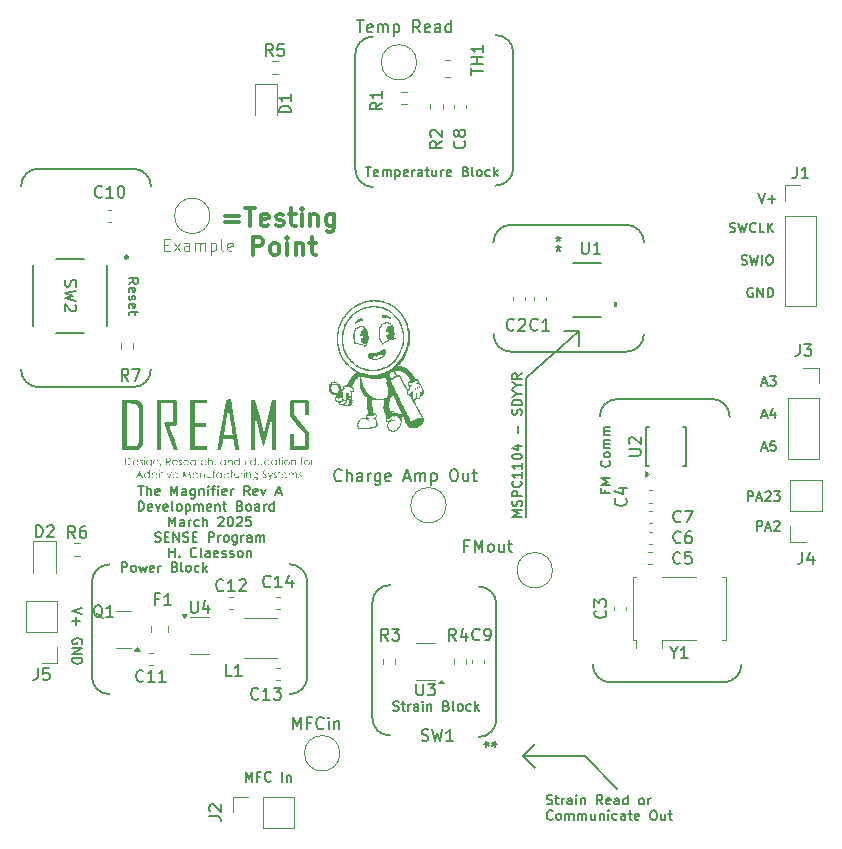
<source format=gbr>
%TF.GenerationSoftware,KiCad,Pcbnew,9.0.1*%
%TF.CreationDate,2025-04-02T11:20:44-04:00*%
%TF.ProjectId,Colossus_TI_rev_A,436f6c6f-7373-4757-935f-54495f726576,rev?*%
%TF.SameCoordinates,Original*%
%TF.FileFunction,Legend,Top*%
%TF.FilePolarity,Positive*%
%FSLAX46Y46*%
G04 Gerber Fmt 4.6, Leading zero omitted, Abs format (unit mm)*
G04 Created by KiCad (PCBNEW 9.0.1) date 2025-04-02 11:20:44*
%MOMM*%
%LPD*%
G01*
G04 APERTURE LIST*
%ADD10C,0.152400*%
%ADD11C,0.304800*%
%ADD12C,0.150000*%
%ADD13C,0.125000*%
%ADD14C,0.120000*%
%ADD15C,0.000000*%
%ADD16C,0.254000*%
G04 APERTURE END LIST*
D10*
X79810660Y-53310660D02*
G75*
G02*
X81310660Y-51810660I1500040J-40D01*
G01*
X93189340Y-62939340D02*
G75*
G02*
X91689340Y-64439340I-1500040J40D01*
G01*
X61000000Y-63000000D02*
G75*
G02*
X62500000Y-64500000I0J-1500000D01*
G01*
X91500000Y-69250000D02*
G75*
G02*
X93000000Y-67750000I1500000J0D01*
G01*
X97500000Y-76750000D02*
X98750000Y-76750000D01*
X75750000Y-106000000D02*
X75750000Y-101750000D01*
X82750000Y-111000000D02*
G75*
G02*
X81250000Y-109500000I0J1500000D01*
G01*
X95000000Y-111750000D02*
X94000000Y-112750000D01*
X93000000Y-78500000D02*
G75*
G02*
X91500000Y-77000000I0J1500000D01*
G01*
X81250000Y-99750000D02*
G75*
G02*
X82750000Y-98250000I1500000J0D01*
G01*
X53000000Y-81500000D02*
G75*
G02*
X51500000Y-80000000I0J1500000D01*
G01*
X53000000Y-81500000D02*
X57000000Y-81500000D01*
X59000000Y-107500000D02*
G75*
G02*
X57500000Y-106000000I0J1500000D01*
G01*
X94000000Y-112750000D02*
X95000000Y-113750000D01*
X79810660Y-53310660D02*
X79810660Y-63060660D01*
X98750000Y-76750000D02*
X98750000Y-77750000D01*
X94250000Y-80750000D02*
X98750000Y-76750000D01*
X62500000Y-80000000D02*
G75*
G02*
X61000000Y-81500000I-1500000J0D01*
G01*
X104250000Y-77000000D02*
G75*
G02*
X102750000Y-78500000I-1500000J0D01*
G01*
X98750000Y-76750000D02*
X97500000Y-76750000D01*
X91689340Y-51689340D02*
G75*
G02*
X93189260Y-53189340I-40J-1499960D01*
G01*
X112500001Y-104990001D02*
G75*
G02*
X111000001Y-106490001I-1500001J1D01*
G01*
X102000000Y-115500000D02*
X99250000Y-112750000D01*
X102750000Y-67750000D02*
G75*
G02*
X104250000Y-69250000I0J-1500000D01*
G01*
X53000000Y-63000000D02*
X57000000Y-63000000D01*
X100500000Y-84000000D02*
G75*
G02*
X102000000Y-82500000I1500000J0D01*
G01*
X94000000Y-112750000D02*
X95000000Y-111750000D01*
X94250000Y-92500000D02*
X94250000Y-80750000D01*
X91750000Y-109625000D02*
G75*
G02*
X90250000Y-111125000I-1500000J0D01*
G01*
X57500000Y-98000000D02*
X57500000Y-102000000D01*
X111000001Y-106490001D02*
X105399999Y-106490001D01*
X57500000Y-98000000D02*
G75*
G02*
X59000000Y-96500000I1500000J0D01*
G01*
X98750000Y-77750000D02*
X98750000Y-78000000D01*
X102000000Y-82500000D02*
X106000000Y-82500000D01*
X81310660Y-64560660D02*
G75*
G02*
X79810740Y-63060660I40J1499960D01*
G01*
X110000000Y-82500000D02*
G75*
G02*
X111500000Y-84000000I0J-1500000D01*
G01*
X81250000Y-99750000D02*
X81250000Y-109500000D01*
X90250000Y-98375000D02*
G75*
G02*
X91750000Y-99875000I0J-1500000D01*
G01*
X75750000Y-106000000D02*
G75*
G02*
X74250000Y-107500000I-1500000J0D01*
G01*
X74250000Y-96500000D02*
G75*
G02*
X75750000Y-98000000I0J-1500000D01*
G01*
X101399999Y-106490001D02*
X105399999Y-106490001D01*
X102750000Y-67750000D02*
X93000000Y-67750000D01*
X93189340Y-62939340D02*
X93189340Y-53189340D01*
X101399999Y-106490001D02*
G75*
G02*
X99899999Y-104990001I1J1500001D01*
G01*
X61000000Y-81500000D02*
X57000000Y-81500000D01*
X102750000Y-78500000D02*
X93000000Y-78500000D01*
X51500000Y-64500000D02*
G75*
G02*
X53000000Y-63000000I1500000J0D01*
G01*
X61000000Y-63000000D02*
X57000000Y-63000000D01*
X99250000Y-112750000D02*
X94000000Y-112750000D01*
X110000000Y-82500000D02*
X106000000Y-82500000D01*
X91750000Y-99875000D02*
X91750000Y-109625000D01*
X75750000Y-98000000D02*
X75750000Y-102000000D01*
X57500000Y-106000000D02*
X57500000Y-102000000D01*
X61423353Y-89845555D02*
X61887810Y-89845555D01*
X61655582Y-90658355D02*
X61655582Y-89845555D01*
X62158743Y-90658355D02*
X62158743Y-89845555D01*
X62507086Y-90658355D02*
X62507086Y-90232603D01*
X62507086Y-90232603D02*
X62468381Y-90155193D01*
X62468381Y-90155193D02*
X62390972Y-90116489D01*
X62390972Y-90116489D02*
X62274858Y-90116489D01*
X62274858Y-90116489D02*
X62197448Y-90155193D01*
X62197448Y-90155193D02*
X62158743Y-90193898D01*
X63203771Y-90619651D02*
X63126362Y-90658355D01*
X63126362Y-90658355D02*
X62971543Y-90658355D01*
X62971543Y-90658355D02*
X62894133Y-90619651D01*
X62894133Y-90619651D02*
X62855429Y-90542241D01*
X62855429Y-90542241D02*
X62855429Y-90232603D01*
X62855429Y-90232603D02*
X62894133Y-90155193D01*
X62894133Y-90155193D02*
X62971543Y-90116489D01*
X62971543Y-90116489D02*
X63126362Y-90116489D01*
X63126362Y-90116489D02*
X63203771Y-90155193D01*
X63203771Y-90155193D02*
X63242476Y-90232603D01*
X63242476Y-90232603D02*
X63242476Y-90310012D01*
X63242476Y-90310012D02*
X62855429Y-90387422D01*
X64210095Y-90658355D02*
X64210095Y-89845555D01*
X64210095Y-89845555D02*
X64481029Y-90426127D01*
X64481029Y-90426127D02*
X64751962Y-89845555D01*
X64751962Y-89845555D02*
X64751962Y-90658355D01*
X65487352Y-90658355D02*
X65487352Y-90232603D01*
X65487352Y-90232603D02*
X65448647Y-90155193D01*
X65448647Y-90155193D02*
X65371238Y-90116489D01*
X65371238Y-90116489D02*
X65216419Y-90116489D01*
X65216419Y-90116489D02*
X65139009Y-90155193D01*
X65487352Y-90619651D02*
X65409943Y-90658355D01*
X65409943Y-90658355D02*
X65216419Y-90658355D01*
X65216419Y-90658355D02*
X65139009Y-90619651D01*
X65139009Y-90619651D02*
X65100305Y-90542241D01*
X65100305Y-90542241D02*
X65100305Y-90464831D01*
X65100305Y-90464831D02*
X65139009Y-90387422D01*
X65139009Y-90387422D02*
X65216419Y-90348717D01*
X65216419Y-90348717D02*
X65409943Y-90348717D01*
X65409943Y-90348717D02*
X65487352Y-90310012D01*
X66222742Y-90116489D02*
X66222742Y-90774470D01*
X66222742Y-90774470D02*
X66184037Y-90851879D01*
X66184037Y-90851879D02*
X66145333Y-90890584D01*
X66145333Y-90890584D02*
X66067923Y-90929289D01*
X66067923Y-90929289D02*
X65951809Y-90929289D01*
X65951809Y-90929289D02*
X65874399Y-90890584D01*
X66222742Y-90619651D02*
X66145333Y-90658355D01*
X66145333Y-90658355D02*
X65990514Y-90658355D01*
X65990514Y-90658355D02*
X65913104Y-90619651D01*
X65913104Y-90619651D02*
X65874399Y-90580946D01*
X65874399Y-90580946D02*
X65835695Y-90503536D01*
X65835695Y-90503536D02*
X65835695Y-90271308D01*
X65835695Y-90271308D02*
X65874399Y-90193898D01*
X65874399Y-90193898D02*
X65913104Y-90155193D01*
X65913104Y-90155193D02*
X65990514Y-90116489D01*
X65990514Y-90116489D02*
X66145333Y-90116489D01*
X66145333Y-90116489D02*
X66222742Y-90155193D01*
X66609789Y-90116489D02*
X66609789Y-90658355D01*
X66609789Y-90193898D02*
X66648494Y-90155193D01*
X66648494Y-90155193D02*
X66725904Y-90116489D01*
X66725904Y-90116489D02*
X66842018Y-90116489D01*
X66842018Y-90116489D02*
X66919427Y-90155193D01*
X66919427Y-90155193D02*
X66958132Y-90232603D01*
X66958132Y-90232603D02*
X66958132Y-90658355D01*
X67345179Y-90658355D02*
X67345179Y-90116489D01*
X67345179Y-89845555D02*
X67306475Y-89884260D01*
X67306475Y-89884260D02*
X67345179Y-89922965D01*
X67345179Y-89922965D02*
X67383884Y-89884260D01*
X67383884Y-89884260D02*
X67345179Y-89845555D01*
X67345179Y-89845555D02*
X67345179Y-89922965D01*
X67616113Y-90116489D02*
X67925751Y-90116489D01*
X67732227Y-90658355D02*
X67732227Y-89961670D01*
X67732227Y-89961670D02*
X67770932Y-89884260D01*
X67770932Y-89884260D02*
X67848342Y-89845555D01*
X67848342Y-89845555D02*
X67925751Y-89845555D01*
X68196684Y-90658355D02*
X68196684Y-90116489D01*
X68196684Y-89845555D02*
X68157980Y-89884260D01*
X68157980Y-89884260D02*
X68196684Y-89922965D01*
X68196684Y-89922965D02*
X68235389Y-89884260D01*
X68235389Y-89884260D02*
X68196684Y-89845555D01*
X68196684Y-89845555D02*
X68196684Y-89922965D01*
X68893370Y-90619651D02*
X68815961Y-90658355D01*
X68815961Y-90658355D02*
X68661142Y-90658355D01*
X68661142Y-90658355D02*
X68583732Y-90619651D01*
X68583732Y-90619651D02*
X68545028Y-90542241D01*
X68545028Y-90542241D02*
X68545028Y-90232603D01*
X68545028Y-90232603D02*
X68583732Y-90155193D01*
X68583732Y-90155193D02*
X68661142Y-90116489D01*
X68661142Y-90116489D02*
X68815961Y-90116489D01*
X68815961Y-90116489D02*
X68893370Y-90155193D01*
X68893370Y-90155193D02*
X68932075Y-90232603D01*
X68932075Y-90232603D02*
X68932075Y-90310012D01*
X68932075Y-90310012D02*
X68545028Y-90387422D01*
X69280418Y-90658355D02*
X69280418Y-90116489D01*
X69280418Y-90271308D02*
X69319123Y-90193898D01*
X69319123Y-90193898D02*
X69357828Y-90155193D01*
X69357828Y-90155193D02*
X69435237Y-90116489D01*
X69435237Y-90116489D02*
X69512647Y-90116489D01*
X70867313Y-90658355D02*
X70596380Y-90271308D01*
X70402856Y-90658355D02*
X70402856Y-89845555D01*
X70402856Y-89845555D02*
X70712494Y-89845555D01*
X70712494Y-89845555D02*
X70789904Y-89884260D01*
X70789904Y-89884260D02*
X70828609Y-89922965D01*
X70828609Y-89922965D02*
X70867313Y-90000374D01*
X70867313Y-90000374D02*
X70867313Y-90116489D01*
X70867313Y-90116489D02*
X70828609Y-90193898D01*
X70828609Y-90193898D02*
X70789904Y-90232603D01*
X70789904Y-90232603D02*
X70712494Y-90271308D01*
X70712494Y-90271308D02*
X70402856Y-90271308D01*
X71525294Y-90619651D02*
X71447885Y-90658355D01*
X71447885Y-90658355D02*
X71293066Y-90658355D01*
X71293066Y-90658355D02*
X71215656Y-90619651D01*
X71215656Y-90619651D02*
X71176952Y-90542241D01*
X71176952Y-90542241D02*
X71176952Y-90232603D01*
X71176952Y-90232603D02*
X71215656Y-90155193D01*
X71215656Y-90155193D02*
X71293066Y-90116489D01*
X71293066Y-90116489D02*
X71447885Y-90116489D01*
X71447885Y-90116489D02*
X71525294Y-90155193D01*
X71525294Y-90155193D02*
X71563999Y-90232603D01*
X71563999Y-90232603D02*
X71563999Y-90310012D01*
X71563999Y-90310012D02*
X71176952Y-90387422D01*
X71834933Y-90116489D02*
X72028457Y-90658355D01*
X72028457Y-90658355D02*
X72221980Y-90116489D01*
X73112190Y-90426127D02*
X73499237Y-90426127D01*
X73034780Y-90658355D02*
X73305713Y-89845555D01*
X73305713Y-89845555D02*
X73576647Y-90658355D01*
X61462058Y-91966917D02*
X61462058Y-91154117D01*
X61462058Y-91154117D02*
X61655582Y-91154117D01*
X61655582Y-91154117D02*
X61771696Y-91192822D01*
X61771696Y-91192822D02*
X61849106Y-91270232D01*
X61849106Y-91270232D02*
X61887811Y-91347641D01*
X61887811Y-91347641D02*
X61926515Y-91502460D01*
X61926515Y-91502460D02*
X61926515Y-91618574D01*
X61926515Y-91618574D02*
X61887811Y-91773393D01*
X61887811Y-91773393D02*
X61849106Y-91850803D01*
X61849106Y-91850803D02*
X61771696Y-91928213D01*
X61771696Y-91928213D02*
X61655582Y-91966917D01*
X61655582Y-91966917D02*
X61462058Y-91966917D01*
X62584496Y-91928213D02*
X62507087Y-91966917D01*
X62507087Y-91966917D02*
X62352268Y-91966917D01*
X62352268Y-91966917D02*
X62274858Y-91928213D01*
X62274858Y-91928213D02*
X62236154Y-91850803D01*
X62236154Y-91850803D02*
X62236154Y-91541165D01*
X62236154Y-91541165D02*
X62274858Y-91463755D01*
X62274858Y-91463755D02*
X62352268Y-91425051D01*
X62352268Y-91425051D02*
X62507087Y-91425051D01*
X62507087Y-91425051D02*
X62584496Y-91463755D01*
X62584496Y-91463755D02*
X62623201Y-91541165D01*
X62623201Y-91541165D02*
X62623201Y-91618574D01*
X62623201Y-91618574D02*
X62236154Y-91695984D01*
X62894135Y-91425051D02*
X63087659Y-91966917D01*
X63087659Y-91966917D02*
X63281182Y-91425051D01*
X63900458Y-91928213D02*
X63823049Y-91966917D01*
X63823049Y-91966917D02*
X63668230Y-91966917D01*
X63668230Y-91966917D02*
X63590820Y-91928213D01*
X63590820Y-91928213D02*
X63552116Y-91850803D01*
X63552116Y-91850803D02*
X63552116Y-91541165D01*
X63552116Y-91541165D02*
X63590820Y-91463755D01*
X63590820Y-91463755D02*
X63668230Y-91425051D01*
X63668230Y-91425051D02*
X63823049Y-91425051D01*
X63823049Y-91425051D02*
X63900458Y-91463755D01*
X63900458Y-91463755D02*
X63939163Y-91541165D01*
X63939163Y-91541165D02*
X63939163Y-91618574D01*
X63939163Y-91618574D02*
X63552116Y-91695984D01*
X64403621Y-91966917D02*
X64326211Y-91928213D01*
X64326211Y-91928213D02*
X64287506Y-91850803D01*
X64287506Y-91850803D02*
X64287506Y-91154117D01*
X64829373Y-91966917D02*
X64751963Y-91928213D01*
X64751963Y-91928213D02*
X64713258Y-91889508D01*
X64713258Y-91889508D02*
X64674554Y-91812098D01*
X64674554Y-91812098D02*
X64674554Y-91579870D01*
X64674554Y-91579870D02*
X64713258Y-91502460D01*
X64713258Y-91502460D02*
X64751963Y-91463755D01*
X64751963Y-91463755D02*
X64829373Y-91425051D01*
X64829373Y-91425051D02*
X64945487Y-91425051D01*
X64945487Y-91425051D02*
X65022896Y-91463755D01*
X65022896Y-91463755D02*
X65061601Y-91502460D01*
X65061601Y-91502460D02*
X65100306Y-91579870D01*
X65100306Y-91579870D02*
X65100306Y-91812098D01*
X65100306Y-91812098D02*
X65061601Y-91889508D01*
X65061601Y-91889508D02*
X65022896Y-91928213D01*
X65022896Y-91928213D02*
X64945487Y-91966917D01*
X64945487Y-91966917D02*
X64829373Y-91966917D01*
X65448648Y-91425051D02*
X65448648Y-92237851D01*
X65448648Y-91463755D02*
X65526058Y-91425051D01*
X65526058Y-91425051D02*
X65680877Y-91425051D01*
X65680877Y-91425051D02*
X65758286Y-91463755D01*
X65758286Y-91463755D02*
X65796991Y-91502460D01*
X65796991Y-91502460D02*
X65835696Y-91579870D01*
X65835696Y-91579870D02*
X65835696Y-91812098D01*
X65835696Y-91812098D02*
X65796991Y-91889508D01*
X65796991Y-91889508D02*
X65758286Y-91928213D01*
X65758286Y-91928213D02*
X65680877Y-91966917D01*
X65680877Y-91966917D02*
X65526058Y-91966917D01*
X65526058Y-91966917D02*
X65448648Y-91928213D01*
X66184038Y-91966917D02*
X66184038Y-91425051D01*
X66184038Y-91502460D02*
X66222743Y-91463755D01*
X66222743Y-91463755D02*
X66300153Y-91425051D01*
X66300153Y-91425051D02*
X66416267Y-91425051D01*
X66416267Y-91425051D02*
X66493676Y-91463755D01*
X66493676Y-91463755D02*
X66532381Y-91541165D01*
X66532381Y-91541165D02*
X66532381Y-91966917D01*
X66532381Y-91541165D02*
X66571086Y-91463755D01*
X66571086Y-91463755D02*
X66648495Y-91425051D01*
X66648495Y-91425051D02*
X66764610Y-91425051D01*
X66764610Y-91425051D02*
X66842019Y-91463755D01*
X66842019Y-91463755D02*
X66880724Y-91541165D01*
X66880724Y-91541165D02*
X66880724Y-91966917D01*
X67577409Y-91928213D02*
X67500000Y-91966917D01*
X67500000Y-91966917D02*
X67345181Y-91966917D01*
X67345181Y-91966917D02*
X67267771Y-91928213D01*
X67267771Y-91928213D02*
X67229067Y-91850803D01*
X67229067Y-91850803D02*
X67229067Y-91541165D01*
X67229067Y-91541165D02*
X67267771Y-91463755D01*
X67267771Y-91463755D02*
X67345181Y-91425051D01*
X67345181Y-91425051D02*
X67500000Y-91425051D01*
X67500000Y-91425051D02*
X67577409Y-91463755D01*
X67577409Y-91463755D02*
X67616114Y-91541165D01*
X67616114Y-91541165D02*
X67616114Y-91618574D01*
X67616114Y-91618574D02*
X67229067Y-91695984D01*
X67964457Y-91425051D02*
X67964457Y-91966917D01*
X67964457Y-91502460D02*
X68003162Y-91463755D01*
X68003162Y-91463755D02*
X68080572Y-91425051D01*
X68080572Y-91425051D02*
X68196686Y-91425051D01*
X68196686Y-91425051D02*
X68274095Y-91463755D01*
X68274095Y-91463755D02*
X68312800Y-91541165D01*
X68312800Y-91541165D02*
X68312800Y-91966917D01*
X68583733Y-91425051D02*
X68893371Y-91425051D01*
X68699847Y-91154117D02*
X68699847Y-91850803D01*
X68699847Y-91850803D02*
X68738552Y-91928213D01*
X68738552Y-91928213D02*
X68815962Y-91966917D01*
X68815962Y-91966917D02*
X68893371Y-91966917D01*
X70054514Y-91541165D02*
X70170628Y-91579870D01*
X70170628Y-91579870D02*
X70209333Y-91618574D01*
X70209333Y-91618574D02*
X70248037Y-91695984D01*
X70248037Y-91695984D02*
X70248037Y-91812098D01*
X70248037Y-91812098D02*
X70209333Y-91889508D01*
X70209333Y-91889508D02*
X70170628Y-91928213D01*
X70170628Y-91928213D02*
X70093218Y-91966917D01*
X70093218Y-91966917D02*
X69783580Y-91966917D01*
X69783580Y-91966917D02*
X69783580Y-91154117D01*
X69783580Y-91154117D02*
X70054514Y-91154117D01*
X70054514Y-91154117D02*
X70131923Y-91192822D01*
X70131923Y-91192822D02*
X70170628Y-91231527D01*
X70170628Y-91231527D02*
X70209333Y-91308936D01*
X70209333Y-91308936D02*
X70209333Y-91386346D01*
X70209333Y-91386346D02*
X70170628Y-91463755D01*
X70170628Y-91463755D02*
X70131923Y-91502460D01*
X70131923Y-91502460D02*
X70054514Y-91541165D01*
X70054514Y-91541165D02*
X69783580Y-91541165D01*
X70712495Y-91966917D02*
X70635085Y-91928213D01*
X70635085Y-91928213D02*
X70596380Y-91889508D01*
X70596380Y-91889508D02*
X70557676Y-91812098D01*
X70557676Y-91812098D02*
X70557676Y-91579870D01*
X70557676Y-91579870D02*
X70596380Y-91502460D01*
X70596380Y-91502460D02*
X70635085Y-91463755D01*
X70635085Y-91463755D02*
X70712495Y-91425051D01*
X70712495Y-91425051D02*
X70828609Y-91425051D01*
X70828609Y-91425051D02*
X70906018Y-91463755D01*
X70906018Y-91463755D02*
X70944723Y-91502460D01*
X70944723Y-91502460D02*
X70983428Y-91579870D01*
X70983428Y-91579870D02*
X70983428Y-91812098D01*
X70983428Y-91812098D02*
X70944723Y-91889508D01*
X70944723Y-91889508D02*
X70906018Y-91928213D01*
X70906018Y-91928213D02*
X70828609Y-91966917D01*
X70828609Y-91966917D02*
X70712495Y-91966917D01*
X71680113Y-91966917D02*
X71680113Y-91541165D01*
X71680113Y-91541165D02*
X71641408Y-91463755D01*
X71641408Y-91463755D02*
X71563999Y-91425051D01*
X71563999Y-91425051D02*
X71409180Y-91425051D01*
X71409180Y-91425051D02*
X71331770Y-91463755D01*
X71680113Y-91928213D02*
X71602704Y-91966917D01*
X71602704Y-91966917D02*
X71409180Y-91966917D01*
X71409180Y-91966917D02*
X71331770Y-91928213D01*
X71331770Y-91928213D02*
X71293066Y-91850803D01*
X71293066Y-91850803D02*
X71293066Y-91773393D01*
X71293066Y-91773393D02*
X71331770Y-91695984D01*
X71331770Y-91695984D02*
X71409180Y-91657279D01*
X71409180Y-91657279D02*
X71602704Y-91657279D01*
X71602704Y-91657279D02*
X71680113Y-91618574D01*
X72067160Y-91966917D02*
X72067160Y-91425051D01*
X72067160Y-91579870D02*
X72105865Y-91502460D01*
X72105865Y-91502460D02*
X72144570Y-91463755D01*
X72144570Y-91463755D02*
X72221979Y-91425051D01*
X72221979Y-91425051D02*
X72299389Y-91425051D01*
X72918665Y-91966917D02*
X72918665Y-91154117D01*
X72918665Y-91928213D02*
X72841256Y-91966917D01*
X72841256Y-91966917D02*
X72686437Y-91966917D01*
X72686437Y-91966917D02*
X72609027Y-91928213D01*
X72609027Y-91928213D02*
X72570322Y-91889508D01*
X72570322Y-91889508D02*
X72531618Y-91812098D01*
X72531618Y-91812098D02*
X72531618Y-91579870D01*
X72531618Y-91579870D02*
X72570322Y-91502460D01*
X72570322Y-91502460D02*
X72609027Y-91463755D01*
X72609027Y-91463755D02*
X72686437Y-91425051D01*
X72686437Y-91425051D02*
X72841256Y-91425051D01*
X72841256Y-91425051D02*
X72918665Y-91463755D01*
X64035924Y-93275479D02*
X64035924Y-92462679D01*
X64035924Y-92462679D02*
X64306858Y-93043251D01*
X64306858Y-93043251D02*
X64577791Y-92462679D01*
X64577791Y-92462679D02*
X64577791Y-93275479D01*
X65313181Y-93275479D02*
X65313181Y-92849727D01*
X65313181Y-92849727D02*
X65274476Y-92772317D01*
X65274476Y-92772317D02*
X65197067Y-92733613D01*
X65197067Y-92733613D02*
X65042248Y-92733613D01*
X65042248Y-92733613D02*
X64964838Y-92772317D01*
X65313181Y-93236775D02*
X65235772Y-93275479D01*
X65235772Y-93275479D02*
X65042248Y-93275479D01*
X65042248Y-93275479D02*
X64964838Y-93236775D01*
X64964838Y-93236775D02*
X64926134Y-93159365D01*
X64926134Y-93159365D02*
X64926134Y-93081955D01*
X64926134Y-93081955D02*
X64964838Y-93004546D01*
X64964838Y-93004546D02*
X65042248Y-92965841D01*
X65042248Y-92965841D02*
X65235772Y-92965841D01*
X65235772Y-92965841D02*
X65313181Y-92927136D01*
X65700228Y-93275479D02*
X65700228Y-92733613D01*
X65700228Y-92888432D02*
X65738933Y-92811022D01*
X65738933Y-92811022D02*
X65777638Y-92772317D01*
X65777638Y-92772317D02*
X65855047Y-92733613D01*
X65855047Y-92733613D02*
X65932457Y-92733613D01*
X66551733Y-93236775D02*
X66474324Y-93275479D01*
X66474324Y-93275479D02*
X66319505Y-93275479D01*
X66319505Y-93275479D02*
X66242095Y-93236775D01*
X66242095Y-93236775D02*
X66203390Y-93198070D01*
X66203390Y-93198070D02*
X66164686Y-93120660D01*
X66164686Y-93120660D02*
X66164686Y-92888432D01*
X66164686Y-92888432D02*
X66203390Y-92811022D01*
X66203390Y-92811022D02*
X66242095Y-92772317D01*
X66242095Y-92772317D02*
X66319505Y-92733613D01*
X66319505Y-92733613D02*
X66474324Y-92733613D01*
X66474324Y-92733613D02*
X66551733Y-92772317D01*
X66900076Y-93275479D02*
X66900076Y-92462679D01*
X67248419Y-93275479D02*
X67248419Y-92849727D01*
X67248419Y-92849727D02*
X67209714Y-92772317D01*
X67209714Y-92772317D02*
X67132305Y-92733613D01*
X67132305Y-92733613D02*
X67016191Y-92733613D01*
X67016191Y-92733613D02*
X66938781Y-92772317D01*
X66938781Y-92772317D02*
X66900076Y-92811022D01*
X68216038Y-92540089D02*
X68254742Y-92501384D01*
X68254742Y-92501384D02*
X68332152Y-92462679D01*
X68332152Y-92462679D02*
X68525676Y-92462679D01*
X68525676Y-92462679D02*
X68603085Y-92501384D01*
X68603085Y-92501384D02*
X68641790Y-92540089D01*
X68641790Y-92540089D02*
X68680495Y-92617498D01*
X68680495Y-92617498D02*
X68680495Y-92694908D01*
X68680495Y-92694908D02*
X68641790Y-92811022D01*
X68641790Y-92811022D02*
X68177333Y-93275479D01*
X68177333Y-93275479D02*
X68680495Y-93275479D01*
X69183656Y-92462679D02*
X69261066Y-92462679D01*
X69261066Y-92462679D02*
X69338475Y-92501384D01*
X69338475Y-92501384D02*
X69377180Y-92540089D01*
X69377180Y-92540089D02*
X69415885Y-92617498D01*
X69415885Y-92617498D02*
X69454590Y-92772317D01*
X69454590Y-92772317D02*
X69454590Y-92965841D01*
X69454590Y-92965841D02*
X69415885Y-93120660D01*
X69415885Y-93120660D02*
X69377180Y-93198070D01*
X69377180Y-93198070D02*
X69338475Y-93236775D01*
X69338475Y-93236775D02*
X69261066Y-93275479D01*
X69261066Y-93275479D02*
X69183656Y-93275479D01*
X69183656Y-93275479D02*
X69106247Y-93236775D01*
X69106247Y-93236775D02*
X69067542Y-93198070D01*
X69067542Y-93198070D02*
X69028837Y-93120660D01*
X69028837Y-93120660D02*
X68990133Y-92965841D01*
X68990133Y-92965841D02*
X68990133Y-92772317D01*
X68990133Y-92772317D02*
X69028837Y-92617498D01*
X69028837Y-92617498D02*
X69067542Y-92540089D01*
X69067542Y-92540089D02*
X69106247Y-92501384D01*
X69106247Y-92501384D02*
X69183656Y-92462679D01*
X69764228Y-92540089D02*
X69802932Y-92501384D01*
X69802932Y-92501384D02*
X69880342Y-92462679D01*
X69880342Y-92462679D02*
X70073866Y-92462679D01*
X70073866Y-92462679D02*
X70151275Y-92501384D01*
X70151275Y-92501384D02*
X70189980Y-92540089D01*
X70189980Y-92540089D02*
X70228685Y-92617498D01*
X70228685Y-92617498D02*
X70228685Y-92694908D01*
X70228685Y-92694908D02*
X70189980Y-92811022D01*
X70189980Y-92811022D02*
X69725523Y-93275479D01*
X69725523Y-93275479D02*
X70228685Y-93275479D01*
X70964075Y-92462679D02*
X70577027Y-92462679D01*
X70577027Y-92462679D02*
X70538323Y-92849727D01*
X70538323Y-92849727D02*
X70577027Y-92811022D01*
X70577027Y-92811022D02*
X70654437Y-92772317D01*
X70654437Y-92772317D02*
X70847961Y-92772317D01*
X70847961Y-92772317D02*
X70925370Y-92811022D01*
X70925370Y-92811022D02*
X70964075Y-92849727D01*
X70964075Y-92849727D02*
X71002780Y-92927136D01*
X71002780Y-92927136D02*
X71002780Y-93120660D01*
X71002780Y-93120660D02*
X70964075Y-93198070D01*
X70964075Y-93198070D02*
X70925370Y-93236775D01*
X70925370Y-93236775D02*
X70847961Y-93275479D01*
X70847961Y-93275479D02*
X70654437Y-93275479D01*
X70654437Y-93275479D02*
X70577027Y-93236775D01*
X70577027Y-93236775D02*
X70538323Y-93198070D01*
X62855430Y-94545337D02*
X62971544Y-94584041D01*
X62971544Y-94584041D02*
X63165068Y-94584041D01*
X63165068Y-94584041D02*
X63242477Y-94545337D01*
X63242477Y-94545337D02*
X63281182Y-94506632D01*
X63281182Y-94506632D02*
X63319887Y-94429222D01*
X63319887Y-94429222D02*
X63319887Y-94351813D01*
X63319887Y-94351813D02*
X63281182Y-94274403D01*
X63281182Y-94274403D02*
X63242477Y-94235698D01*
X63242477Y-94235698D02*
X63165068Y-94196994D01*
X63165068Y-94196994D02*
X63010249Y-94158289D01*
X63010249Y-94158289D02*
X62932839Y-94119584D01*
X62932839Y-94119584D02*
X62894134Y-94080879D01*
X62894134Y-94080879D02*
X62855430Y-94003470D01*
X62855430Y-94003470D02*
X62855430Y-93926060D01*
X62855430Y-93926060D02*
X62894134Y-93848651D01*
X62894134Y-93848651D02*
X62932839Y-93809946D01*
X62932839Y-93809946D02*
X63010249Y-93771241D01*
X63010249Y-93771241D02*
X63203772Y-93771241D01*
X63203772Y-93771241D02*
X63319887Y-93809946D01*
X63668229Y-94158289D02*
X63939163Y-94158289D01*
X64055277Y-94584041D02*
X63668229Y-94584041D01*
X63668229Y-94584041D02*
X63668229Y-93771241D01*
X63668229Y-93771241D02*
X64055277Y-93771241D01*
X64403619Y-94584041D02*
X64403619Y-93771241D01*
X64403619Y-93771241D02*
X64868076Y-94584041D01*
X64868076Y-94584041D02*
X64868076Y-93771241D01*
X65216420Y-94545337D02*
X65332534Y-94584041D01*
X65332534Y-94584041D02*
X65526058Y-94584041D01*
X65526058Y-94584041D02*
X65603467Y-94545337D01*
X65603467Y-94545337D02*
X65642172Y-94506632D01*
X65642172Y-94506632D02*
X65680877Y-94429222D01*
X65680877Y-94429222D02*
X65680877Y-94351813D01*
X65680877Y-94351813D02*
X65642172Y-94274403D01*
X65642172Y-94274403D02*
X65603467Y-94235698D01*
X65603467Y-94235698D02*
X65526058Y-94196994D01*
X65526058Y-94196994D02*
X65371239Y-94158289D01*
X65371239Y-94158289D02*
X65293829Y-94119584D01*
X65293829Y-94119584D02*
X65255124Y-94080879D01*
X65255124Y-94080879D02*
X65216420Y-94003470D01*
X65216420Y-94003470D02*
X65216420Y-93926060D01*
X65216420Y-93926060D02*
X65255124Y-93848651D01*
X65255124Y-93848651D02*
X65293829Y-93809946D01*
X65293829Y-93809946D02*
X65371239Y-93771241D01*
X65371239Y-93771241D02*
X65564762Y-93771241D01*
X65564762Y-93771241D02*
X65680877Y-93809946D01*
X66029219Y-94158289D02*
X66300153Y-94158289D01*
X66416267Y-94584041D02*
X66029219Y-94584041D01*
X66029219Y-94584041D02*
X66029219Y-93771241D01*
X66029219Y-93771241D02*
X66416267Y-93771241D01*
X67383885Y-94584041D02*
X67383885Y-93771241D01*
X67383885Y-93771241D02*
X67693523Y-93771241D01*
X67693523Y-93771241D02*
X67770933Y-93809946D01*
X67770933Y-93809946D02*
X67809638Y-93848651D01*
X67809638Y-93848651D02*
X67848342Y-93926060D01*
X67848342Y-93926060D02*
X67848342Y-94042175D01*
X67848342Y-94042175D02*
X67809638Y-94119584D01*
X67809638Y-94119584D02*
X67770933Y-94158289D01*
X67770933Y-94158289D02*
X67693523Y-94196994D01*
X67693523Y-94196994D02*
X67383885Y-94196994D01*
X68196685Y-94584041D02*
X68196685Y-94042175D01*
X68196685Y-94196994D02*
X68235390Y-94119584D01*
X68235390Y-94119584D02*
X68274095Y-94080879D01*
X68274095Y-94080879D02*
X68351504Y-94042175D01*
X68351504Y-94042175D02*
X68428914Y-94042175D01*
X68815962Y-94584041D02*
X68738552Y-94545337D01*
X68738552Y-94545337D02*
X68699847Y-94506632D01*
X68699847Y-94506632D02*
X68661143Y-94429222D01*
X68661143Y-94429222D02*
X68661143Y-94196994D01*
X68661143Y-94196994D02*
X68699847Y-94119584D01*
X68699847Y-94119584D02*
X68738552Y-94080879D01*
X68738552Y-94080879D02*
X68815962Y-94042175D01*
X68815962Y-94042175D02*
X68932076Y-94042175D01*
X68932076Y-94042175D02*
X69009485Y-94080879D01*
X69009485Y-94080879D02*
X69048190Y-94119584D01*
X69048190Y-94119584D02*
X69086895Y-94196994D01*
X69086895Y-94196994D02*
X69086895Y-94429222D01*
X69086895Y-94429222D02*
X69048190Y-94506632D01*
X69048190Y-94506632D02*
X69009485Y-94545337D01*
X69009485Y-94545337D02*
X68932076Y-94584041D01*
X68932076Y-94584041D02*
X68815962Y-94584041D01*
X69783580Y-94042175D02*
X69783580Y-94700156D01*
X69783580Y-94700156D02*
X69744875Y-94777565D01*
X69744875Y-94777565D02*
X69706171Y-94816270D01*
X69706171Y-94816270D02*
X69628761Y-94854975D01*
X69628761Y-94854975D02*
X69512647Y-94854975D01*
X69512647Y-94854975D02*
X69435237Y-94816270D01*
X69783580Y-94545337D02*
X69706171Y-94584041D01*
X69706171Y-94584041D02*
X69551352Y-94584041D01*
X69551352Y-94584041D02*
X69473942Y-94545337D01*
X69473942Y-94545337D02*
X69435237Y-94506632D01*
X69435237Y-94506632D02*
X69396533Y-94429222D01*
X69396533Y-94429222D02*
X69396533Y-94196994D01*
X69396533Y-94196994D02*
X69435237Y-94119584D01*
X69435237Y-94119584D02*
X69473942Y-94080879D01*
X69473942Y-94080879D02*
X69551352Y-94042175D01*
X69551352Y-94042175D02*
X69706171Y-94042175D01*
X69706171Y-94042175D02*
X69783580Y-94080879D01*
X70170627Y-94584041D02*
X70170627Y-94042175D01*
X70170627Y-94196994D02*
X70209332Y-94119584D01*
X70209332Y-94119584D02*
X70248037Y-94080879D01*
X70248037Y-94080879D02*
X70325446Y-94042175D01*
X70325446Y-94042175D02*
X70402856Y-94042175D01*
X71022132Y-94584041D02*
X71022132Y-94158289D01*
X71022132Y-94158289D02*
X70983427Y-94080879D01*
X70983427Y-94080879D02*
X70906018Y-94042175D01*
X70906018Y-94042175D02*
X70751199Y-94042175D01*
X70751199Y-94042175D02*
X70673789Y-94080879D01*
X71022132Y-94545337D02*
X70944723Y-94584041D01*
X70944723Y-94584041D02*
X70751199Y-94584041D01*
X70751199Y-94584041D02*
X70673789Y-94545337D01*
X70673789Y-94545337D02*
X70635085Y-94467927D01*
X70635085Y-94467927D02*
X70635085Y-94390517D01*
X70635085Y-94390517D02*
X70673789Y-94313108D01*
X70673789Y-94313108D02*
X70751199Y-94274403D01*
X70751199Y-94274403D02*
X70944723Y-94274403D01*
X70944723Y-94274403D02*
X71022132Y-94235698D01*
X71409179Y-94584041D02*
X71409179Y-94042175D01*
X71409179Y-94119584D02*
X71447884Y-94080879D01*
X71447884Y-94080879D02*
X71525294Y-94042175D01*
X71525294Y-94042175D02*
X71641408Y-94042175D01*
X71641408Y-94042175D02*
X71718817Y-94080879D01*
X71718817Y-94080879D02*
X71757522Y-94158289D01*
X71757522Y-94158289D02*
X71757522Y-94584041D01*
X71757522Y-94158289D02*
X71796227Y-94080879D01*
X71796227Y-94080879D02*
X71873636Y-94042175D01*
X71873636Y-94042175D02*
X71989751Y-94042175D01*
X71989751Y-94042175D02*
X72067160Y-94080879D01*
X72067160Y-94080879D02*
X72105865Y-94158289D01*
X72105865Y-94158289D02*
X72105865Y-94584041D01*
X64035924Y-95892603D02*
X64035924Y-95079803D01*
X64035924Y-95466851D02*
X64500381Y-95466851D01*
X64500381Y-95892603D02*
X64500381Y-95079803D01*
X64887429Y-95815194D02*
X64926134Y-95853899D01*
X64926134Y-95853899D02*
X64887429Y-95892603D01*
X64887429Y-95892603D02*
X64848725Y-95853899D01*
X64848725Y-95853899D02*
X64887429Y-95815194D01*
X64887429Y-95815194D02*
X64887429Y-95892603D01*
X66358210Y-95815194D02*
X66319506Y-95853899D01*
X66319506Y-95853899D02*
X66203391Y-95892603D01*
X66203391Y-95892603D02*
X66125982Y-95892603D01*
X66125982Y-95892603D02*
X66009868Y-95853899D01*
X66009868Y-95853899D02*
X65932458Y-95776489D01*
X65932458Y-95776489D02*
X65893753Y-95699079D01*
X65893753Y-95699079D02*
X65855049Y-95544260D01*
X65855049Y-95544260D02*
X65855049Y-95428146D01*
X65855049Y-95428146D02*
X65893753Y-95273327D01*
X65893753Y-95273327D02*
X65932458Y-95195918D01*
X65932458Y-95195918D02*
X66009868Y-95118508D01*
X66009868Y-95118508D02*
X66125982Y-95079803D01*
X66125982Y-95079803D02*
X66203391Y-95079803D01*
X66203391Y-95079803D02*
X66319506Y-95118508D01*
X66319506Y-95118508D02*
X66358210Y-95157213D01*
X66822668Y-95892603D02*
X66745258Y-95853899D01*
X66745258Y-95853899D02*
X66706553Y-95776489D01*
X66706553Y-95776489D02*
X66706553Y-95079803D01*
X67480648Y-95892603D02*
X67480648Y-95466851D01*
X67480648Y-95466851D02*
X67441943Y-95389441D01*
X67441943Y-95389441D02*
X67364534Y-95350737D01*
X67364534Y-95350737D02*
X67209715Y-95350737D01*
X67209715Y-95350737D02*
X67132305Y-95389441D01*
X67480648Y-95853899D02*
X67403239Y-95892603D01*
X67403239Y-95892603D02*
X67209715Y-95892603D01*
X67209715Y-95892603D02*
X67132305Y-95853899D01*
X67132305Y-95853899D02*
X67093601Y-95776489D01*
X67093601Y-95776489D02*
X67093601Y-95699079D01*
X67093601Y-95699079D02*
X67132305Y-95621670D01*
X67132305Y-95621670D02*
X67209715Y-95582965D01*
X67209715Y-95582965D02*
X67403239Y-95582965D01*
X67403239Y-95582965D02*
X67480648Y-95544260D01*
X68177333Y-95853899D02*
X68099924Y-95892603D01*
X68099924Y-95892603D02*
X67945105Y-95892603D01*
X67945105Y-95892603D02*
X67867695Y-95853899D01*
X67867695Y-95853899D02*
X67828991Y-95776489D01*
X67828991Y-95776489D02*
X67828991Y-95466851D01*
X67828991Y-95466851D02*
X67867695Y-95389441D01*
X67867695Y-95389441D02*
X67945105Y-95350737D01*
X67945105Y-95350737D02*
X68099924Y-95350737D01*
X68099924Y-95350737D02*
X68177333Y-95389441D01*
X68177333Y-95389441D02*
X68216038Y-95466851D01*
X68216038Y-95466851D02*
X68216038Y-95544260D01*
X68216038Y-95544260D02*
X67828991Y-95621670D01*
X68525677Y-95853899D02*
X68603086Y-95892603D01*
X68603086Y-95892603D02*
X68757905Y-95892603D01*
X68757905Y-95892603D02*
X68835315Y-95853899D01*
X68835315Y-95853899D02*
X68874019Y-95776489D01*
X68874019Y-95776489D02*
X68874019Y-95737784D01*
X68874019Y-95737784D02*
X68835315Y-95660375D01*
X68835315Y-95660375D02*
X68757905Y-95621670D01*
X68757905Y-95621670D02*
X68641791Y-95621670D01*
X68641791Y-95621670D02*
X68564381Y-95582965D01*
X68564381Y-95582965D02*
X68525677Y-95505556D01*
X68525677Y-95505556D02*
X68525677Y-95466851D01*
X68525677Y-95466851D02*
X68564381Y-95389441D01*
X68564381Y-95389441D02*
X68641791Y-95350737D01*
X68641791Y-95350737D02*
X68757905Y-95350737D01*
X68757905Y-95350737D02*
X68835315Y-95389441D01*
X69183658Y-95853899D02*
X69261067Y-95892603D01*
X69261067Y-95892603D02*
X69415886Y-95892603D01*
X69415886Y-95892603D02*
X69493296Y-95853899D01*
X69493296Y-95853899D02*
X69532000Y-95776489D01*
X69532000Y-95776489D02*
X69532000Y-95737784D01*
X69532000Y-95737784D02*
X69493296Y-95660375D01*
X69493296Y-95660375D02*
X69415886Y-95621670D01*
X69415886Y-95621670D02*
X69299772Y-95621670D01*
X69299772Y-95621670D02*
X69222362Y-95582965D01*
X69222362Y-95582965D02*
X69183658Y-95505556D01*
X69183658Y-95505556D02*
X69183658Y-95466851D01*
X69183658Y-95466851D02*
X69222362Y-95389441D01*
X69222362Y-95389441D02*
X69299772Y-95350737D01*
X69299772Y-95350737D02*
X69415886Y-95350737D01*
X69415886Y-95350737D02*
X69493296Y-95389441D01*
X69996458Y-95892603D02*
X69919048Y-95853899D01*
X69919048Y-95853899D02*
X69880343Y-95815194D01*
X69880343Y-95815194D02*
X69841639Y-95737784D01*
X69841639Y-95737784D02*
X69841639Y-95505556D01*
X69841639Y-95505556D02*
X69880343Y-95428146D01*
X69880343Y-95428146D02*
X69919048Y-95389441D01*
X69919048Y-95389441D02*
X69996458Y-95350737D01*
X69996458Y-95350737D02*
X70112572Y-95350737D01*
X70112572Y-95350737D02*
X70189981Y-95389441D01*
X70189981Y-95389441D02*
X70228686Y-95428146D01*
X70228686Y-95428146D02*
X70267391Y-95505556D01*
X70267391Y-95505556D02*
X70267391Y-95737784D01*
X70267391Y-95737784D02*
X70228686Y-95815194D01*
X70228686Y-95815194D02*
X70189981Y-95853899D01*
X70189981Y-95853899D02*
X70112572Y-95892603D01*
X70112572Y-95892603D02*
X69996458Y-95892603D01*
X70615733Y-95350737D02*
X70615733Y-95892603D01*
X70615733Y-95428146D02*
X70654438Y-95389441D01*
X70654438Y-95389441D02*
X70731848Y-95350737D01*
X70731848Y-95350737D02*
X70847962Y-95350737D01*
X70847962Y-95350737D02*
X70925371Y-95389441D01*
X70925371Y-95389441D02*
X70964076Y-95466851D01*
X70964076Y-95466851D02*
X70964076Y-95892603D01*
X93892603Y-92456213D02*
X93079803Y-92456213D01*
X93079803Y-92456213D02*
X93660375Y-92185279D01*
X93660375Y-92185279D02*
X93079803Y-91914346D01*
X93079803Y-91914346D02*
X93892603Y-91914346D01*
X93853899Y-91566003D02*
X93892603Y-91449889D01*
X93892603Y-91449889D02*
X93892603Y-91256365D01*
X93892603Y-91256365D02*
X93853899Y-91178956D01*
X93853899Y-91178956D02*
X93815194Y-91140251D01*
X93815194Y-91140251D02*
X93737784Y-91101546D01*
X93737784Y-91101546D02*
X93660375Y-91101546D01*
X93660375Y-91101546D02*
X93582965Y-91140251D01*
X93582965Y-91140251D02*
X93544260Y-91178956D01*
X93544260Y-91178956D02*
X93505556Y-91256365D01*
X93505556Y-91256365D02*
X93466851Y-91411184D01*
X93466851Y-91411184D02*
X93428146Y-91488594D01*
X93428146Y-91488594D02*
X93389441Y-91527299D01*
X93389441Y-91527299D02*
X93312032Y-91566003D01*
X93312032Y-91566003D02*
X93234622Y-91566003D01*
X93234622Y-91566003D02*
X93157213Y-91527299D01*
X93157213Y-91527299D02*
X93118508Y-91488594D01*
X93118508Y-91488594D02*
X93079803Y-91411184D01*
X93079803Y-91411184D02*
X93079803Y-91217661D01*
X93079803Y-91217661D02*
X93118508Y-91101546D01*
X93892603Y-90753204D02*
X93079803Y-90753204D01*
X93079803Y-90753204D02*
X93079803Y-90443566D01*
X93079803Y-90443566D02*
X93118508Y-90366156D01*
X93118508Y-90366156D02*
X93157213Y-90327451D01*
X93157213Y-90327451D02*
X93234622Y-90288747D01*
X93234622Y-90288747D02*
X93350737Y-90288747D01*
X93350737Y-90288747D02*
X93428146Y-90327451D01*
X93428146Y-90327451D02*
X93466851Y-90366156D01*
X93466851Y-90366156D02*
X93505556Y-90443566D01*
X93505556Y-90443566D02*
X93505556Y-90753204D01*
X93815194Y-89475947D02*
X93853899Y-89514651D01*
X93853899Y-89514651D02*
X93892603Y-89630766D01*
X93892603Y-89630766D02*
X93892603Y-89708175D01*
X93892603Y-89708175D02*
X93853899Y-89824289D01*
X93853899Y-89824289D02*
X93776489Y-89901699D01*
X93776489Y-89901699D02*
X93699079Y-89940404D01*
X93699079Y-89940404D02*
X93544260Y-89979108D01*
X93544260Y-89979108D02*
X93428146Y-89979108D01*
X93428146Y-89979108D02*
X93273327Y-89940404D01*
X93273327Y-89940404D02*
X93195918Y-89901699D01*
X93195918Y-89901699D02*
X93118508Y-89824289D01*
X93118508Y-89824289D02*
X93079803Y-89708175D01*
X93079803Y-89708175D02*
X93079803Y-89630766D01*
X93079803Y-89630766D02*
X93118508Y-89514651D01*
X93118508Y-89514651D02*
X93157213Y-89475947D01*
X93892603Y-88701851D02*
X93892603Y-89166308D01*
X93892603Y-88934080D02*
X93079803Y-88934080D01*
X93079803Y-88934080D02*
X93195918Y-89011489D01*
X93195918Y-89011489D02*
X93273327Y-89088899D01*
X93273327Y-89088899D02*
X93312032Y-89166308D01*
X93892603Y-87927756D02*
X93892603Y-88392213D01*
X93892603Y-88159985D02*
X93079803Y-88159985D01*
X93079803Y-88159985D02*
X93195918Y-88237394D01*
X93195918Y-88237394D02*
X93273327Y-88314804D01*
X93273327Y-88314804D02*
X93312032Y-88392213D01*
X93079803Y-87424595D02*
X93079803Y-87347185D01*
X93079803Y-87347185D02*
X93118508Y-87269776D01*
X93118508Y-87269776D02*
X93157213Y-87231071D01*
X93157213Y-87231071D02*
X93234622Y-87192366D01*
X93234622Y-87192366D02*
X93389441Y-87153661D01*
X93389441Y-87153661D02*
X93582965Y-87153661D01*
X93582965Y-87153661D02*
X93737784Y-87192366D01*
X93737784Y-87192366D02*
X93815194Y-87231071D01*
X93815194Y-87231071D02*
X93853899Y-87269776D01*
X93853899Y-87269776D02*
X93892603Y-87347185D01*
X93892603Y-87347185D02*
X93892603Y-87424595D01*
X93892603Y-87424595D02*
X93853899Y-87502004D01*
X93853899Y-87502004D02*
X93815194Y-87540709D01*
X93815194Y-87540709D02*
X93737784Y-87579414D01*
X93737784Y-87579414D02*
X93582965Y-87618118D01*
X93582965Y-87618118D02*
X93389441Y-87618118D01*
X93389441Y-87618118D02*
X93234622Y-87579414D01*
X93234622Y-87579414D02*
X93157213Y-87540709D01*
X93157213Y-87540709D02*
X93118508Y-87502004D01*
X93118508Y-87502004D02*
X93079803Y-87424595D01*
X93350737Y-86456976D02*
X93892603Y-86456976D01*
X93041099Y-86650500D02*
X93621670Y-86844023D01*
X93621670Y-86844023D02*
X93621670Y-86340862D01*
X93582965Y-85411948D02*
X93582965Y-84792672D01*
X93853899Y-83825052D02*
X93892603Y-83708938D01*
X93892603Y-83708938D02*
X93892603Y-83515414D01*
X93892603Y-83515414D02*
X93853899Y-83438005D01*
X93853899Y-83438005D02*
X93815194Y-83399300D01*
X93815194Y-83399300D02*
X93737784Y-83360595D01*
X93737784Y-83360595D02*
X93660375Y-83360595D01*
X93660375Y-83360595D02*
X93582965Y-83399300D01*
X93582965Y-83399300D02*
X93544260Y-83438005D01*
X93544260Y-83438005D02*
X93505556Y-83515414D01*
X93505556Y-83515414D02*
X93466851Y-83670233D01*
X93466851Y-83670233D02*
X93428146Y-83747643D01*
X93428146Y-83747643D02*
X93389441Y-83786348D01*
X93389441Y-83786348D02*
X93312032Y-83825052D01*
X93312032Y-83825052D02*
X93234622Y-83825052D01*
X93234622Y-83825052D02*
X93157213Y-83786348D01*
X93157213Y-83786348D02*
X93118508Y-83747643D01*
X93118508Y-83747643D02*
X93079803Y-83670233D01*
X93079803Y-83670233D02*
X93079803Y-83476710D01*
X93079803Y-83476710D02*
X93118508Y-83360595D01*
X93892603Y-83012253D02*
X93079803Y-83012253D01*
X93079803Y-83012253D02*
X93079803Y-82818729D01*
X93079803Y-82818729D02*
X93118508Y-82702615D01*
X93118508Y-82702615D02*
X93195918Y-82625205D01*
X93195918Y-82625205D02*
X93273327Y-82586500D01*
X93273327Y-82586500D02*
X93428146Y-82547796D01*
X93428146Y-82547796D02*
X93544260Y-82547796D01*
X93544260Y-82547796D02*
X93699079Y-82586500D01*
X93699079Y-82586500D02*
X93776489Y-82625205D01*
X93776489Y-82625205D02*
X93853899Y-82702615D01*
X93853899Y-82702615D02*
X93892603Y-82818729D01*
X93892603Y-82818729D02*
X93892603Y-83012253D01*
X93505556Y-82044634D02*
X93892603Y-82044634D01*
X93079803Y-82315567D02*
X93505556Y-82044634D01*
X93505556Y-82044634D02*
X93079803Y-81773700D01*
X93505556Y-81347948D02*
X93892603Y-81347948D01*
X93079803Y-81618881D02*
X93505556Y-81347948D01*
X93505556Y-81347948D02*
X93079803Y-81077014D01*
X93892603Y-80341624D02*
X93505556Y-80612557D01*
X93892603Y-80806081D02*
X93079803Y-80806081D01*
X93079803Y-80806081D02*
X93079803Y-80496443D01*
X93079803Y-80496443D02*
X93118508Y-80419033D01*
X93118508Y-80419033D02*
X93157213Y-80380328D01*
X93157213Y-80380328D02*
X93234622Y-80341624D01*
X93234622Y-80341624D02*
X93350737Y-80341624D01*
X93350737Y-80341624D02*
X93428146Y-80380328D01*
X93428146Y-80380328D02*
X93466851Y-80419033D01*
X93466851Y-80419033D02*
X93505556Y-80496443D01*
X93505556Y-80496443D02*
X93505556Y-80806081D01*
X56631491Y-103219539D02*
X56670196Y-103142129D01*
X56670196Y-103142129D02*
X56670196Y-103026015D01*
X56670196Y-103026015D02*
X56631491Y-102909901D01*
X56631491Y-102909901D02*
X56554081Y-102832491D01*
X56554081Y-102832491D02*
X56476672Y-102793786D01*
X56476672Y-102793786D02*
X56321853Y-102755082D01*
X56321853Y-102755082D02*
X56205739Y-102755082D01*
X56205739Y-102755082D02*
X56050920Y-102793786D01*
X56050920Y-102793786D02*
X55973510Y-102832491D01*
X55973510Y-102832491D02*
X55896101Y-102909901D01*
X55896101Y-102909901D02*
X55857396Y-103026015D01*
X55857396Y-103026015D02*
X55857396Y-103103424D01*
X55857396Y-103103424D02*
X55896101Y-103219539D01*
X55896101Y-103219539D02*
X55934805Y-103258243D01*
X55934805Y-103258243D02*
X56205739Y-103258243D01*
X56205739Y-103258243D02*
X56205739Y-103103424D01*
X55857396Y-103606586D02*
X56670196Y-103606586D01*
X56670196Y-103606586D02*
X55857396Y-104071043D01*
X55857396Y-104071043D02*
X56670196Y-104071043D01*
X55857396Y-104458091D02*
X56670196Y-104458091D01*
X56670196Y-104458091D02*
X56670196Y-104651615D01*
X56670196Y-104651615D02*
X56631491Y-104767729D01*
X56631491Y-104767729D02*
X56554081Y-104845139D01*
X56554081Y-104845139D02*
X56476672Y-104883844D01*
X56476672Y-104883844D02*
X56321853Y-104922548D01*
X56321853Y-104922548D02*
X56205739Y-104922548D01*
X56205739Y-104922548D02*
X56050920Y-104883844D01*
X56050920Y-104883844D02*
X55973510Y-104845139D01*
X55973510Y-104845139D02*
X55896101Y-104767729D01*
X55896101Y-104767729D02*
X55857396Y-104651615D01*
X55857396Y-104651615D02*
X55857396Y-104458091D01*
X100966851Y-90185279D02*
X100966851Y-90456213D01*
X101392603Y-90456213D02*
X100579803Y-90456213D01*
X100579803Y-90456213D02*
X100579803Y-90069165D01*
X101392603Y-89759527D02*
X100579803Y-89759527D01*
X100579803Y-89759527D02*
X101160375Y-89488593D01*
X101160375Y-89488593D02*
X100579803Y-89217660D01*
X100579803Y-89217660D02*
X101392603Y-89217660D01*
X101315194Y-87746880D02*
X101353899Y-87785584D01*
X101353899Y-87785584D02*
X101392603Y-87901699D01*
X101392603Y-87901699D02*
X101392603Y-87979108D01*
X101392603Y-87979108D02*
X101353899Y-88095222D01*
X101353899Y-88095222D02*
X101276489Y-88172632D01*
X101276489Y-88172632D02*
X101199079Y-88211337D01*
X101199079Y-88211337D02*
X101044260Y-88250041D01*
X101044260Y-88250041D02*
X100928146Y-88250041D01*
X100928146Y-88250041D02*
X100773327Y-88211337D01*
X100773327Y-88211337D02*
X100695918Y-88172632D01*
X100695918Y-88172632D02*
X100618508Y-88095222D01*
X100618508Y-88095222D02*
X100579803Y-87979108D01*
X100579803Y-87979108D02*
X100579803Y-87901699D01*
X100579803Y-87901699D02*
X100618508Y-87785584D01*
X100618508Y-87785584D02*
X100657213Y-87746880D01*
X101392603Y-87282422D02*
X101353899Y-87359832D01*
X101353899Y-87359832D02*
X101315194Y-87398537D01*
X101315194Y-87398537D02*
X101237784Y-87437241D01*
X101237784Y-87437241D02*
X101005556Y-87437241D01*
X101005556Y-87437241D02*
X100928146Y-87398537D01*
X100928146Y-87398537D02*
X100889441Y-87359832D01*
X100889441Y-87359832D02*
X100850737Y-87282422D01*
X100850737Y-87282422D02*
X100850737Y-87166308D01*
X100850737Y-87166308D02*
X100889441Y-87088899D01*
X100889441Y-87088899D02*
X100928146Y-87050194D01*
X100928146Y-87050194D02*
X101005556Y-87011489D01*
X101005556Y-87011489D02*
X101237784Y-87011489D01*
X101237784Y-87011489D02*
X101315194Y-87050194D01*
X101315194Y-87050194D02*
X101353899Y-87088899D01*
X101353899Y-87088899D02*
X101392603Y-87166308D01*
X101392603Y-87166308D02*
X101392603Y-87282422D01*
X101392603Y-86663147D02*
X100850737Y-86663147D01*
X100928146Y-86663147D02*
X100889441Y-86624442D01*
X100889441Y-86624442D02*
X100850737Y-86547032D01*
X100850737Y-86547032D02*
X100850737Y-86430918D01*
X100850737Y-86430918D02*
X100889441Y-86353509D01*
X100889441Y-86353509D02*
X100966851Y-86314804D01*
X100966851Y-86314804D02*
X101392603Y-86314804D01*
X100966851Y-86314804D02*
X100889441Y-86276099D01*
X100889441Y-86276099D02*
X100850737Y-86198690D01*
X100850737Y-86198690D02*
X100850737Y-86082575D01*
X100850737Y-86082575D02*
X100889441Y-86005166D01*
X100889441Y-86005166D02*
X100966851Y-85966461D01*
X100966851Y-85966461D02*
X101392603Y-85966461D01*
X101392603Y-85579414D02*
X100850737Y-85579414D01*
X100928146Y-85579414D02*
X100889441Y-85540709D01*
X100889441Y-85540709D02*
X100850737Y-85463299D01*
X100850737Y-85463299D02*
X100850737Y-85347185D01*
X100850737Y-85347185D02*
X100889441Y-85269776D01*
X100889441Y-85269776D02*
X100966851Y-85231071D01*
X100966851Y-85231071D02*
X101392603Y-85231071D01*
X100966851Y-85231071D02*
X100889441Y-85192366D01*
X100889441Y-85192366D02*
X100850737Y-85114957D01*
X100850737Y-85114957D02*
X100850737Y-84998842D01*
X100850737Y-84998842D02*
X100889441Y-84921433D01*
X100889441Y-84921433D02*
X100966851Y-84882728D01*
X100966851Y-84882728D02*
X101392603Y-84882728D01*
X70543786Y-114892603D02*
X70543786Y-114079803D01*
X70543786Y-114079803D02*
X70814720Y-114660375D01*
X70814720Y-114660375D02*
X71085653Y-114079803D01*
X71085653Y-114079803D02*
X71085653Y-114892603D01*
X71743634Y-114466851D02*
X71472700Y-114466851D01*
X71472700Y-114892603D02*
X71472700Y-114079803D01*
X71472700Y-114079803D02*
X71859748Y-114079803D01*
X72633843Y-114815194D02*
X72595139Y-114853899D01*
X72595139Y-114853899D02*
X72479024Y-114892603D01*
X72479024Y-114892603D02*
X72401615Y-114892603D01*
X72401615Y-114892603D02*
X72285501Y-114853899D01*
X72285501Y-114853899D02*
X72208091Y-114776489D01*
X72208091Y-114776489D02*
X72169386Y-114699079D01*
X72169386Y-114699079D02*
X72130682Y-114544260D01*
X72130682Y-114544260D02*
X72130682Y-114428146D01*
X72130682Y-114428146D02*
X72169386Y-114273327D01*
X72169386Y-114273327D02*
X72208091Y-114195918D01*
X72208091Y-114195918D02*
X72285501Y-114118508D01*
X72285501Y-114118508D02*
X72401615Y-114079803D01*
X72401615Y-114079803D02*
X72479024Y-114079803D01*
X72479024Y-114079803D02*
X72595139Y-114118508D01*
X72595139Y-114118508D02*
X72633843Y-114157213D01*
X73601462Y-114892603D02*
X73601462Y-114079803D01*
X73988510Y-114350737D02*
X73988510Y-114892603D01*
X73988510Y-114428146D02*
X74027215Y-114389441D01*
X74027215Y-114389441D02*
X74104625Y-114350737D01*
X74104625Y-114350737D02*
X74220739Y-114350737D01*
X74220739Y-114350737D02*
X74298148Y-114389441D01*
X74298148Y-114389441D02*
X74336853Y-114466851D01*
X74336853Y-114466851D02*
X74336853Y-114892603D01*
X80677672Y-62829803D02*
X81142129Y-62829803D01*
X80909901Y-63642603D02*
X80909901Y-62829803D01*
X81722700Y-63603899D02*
X81645291Y-63642603D01*
X81645291Y-63642603D02*
X81490472Y-63642603D01*
X81490472Y-63642603D02*
X81413062Y-63603899D01*
X81413062Y-63603899D02*
X81374358Y-63526489D01*
X81374358Y-63526489D02*
X81374358Y-63216851D01*
X81374358Y-63216851D02*
X81413062Y-63139441D01*
X81413062Y-63139441D02*
X81490472Y-63100737D01*
X81490472Y-63100737D02*
X81645291Y-63100737D01*
X81645291Y-63100737D02*
X81722700Y-63139441D01*
X81722700Y-63139441D02*
X81761405Y-63216851D01*
X81761405Y-63216851D02*
X81761405Y-63294260D01*
X81761405Y-63294260D02*
X81374358Y-63371670D01*
X82109748Y-63642603D02*
X82109748Y-63100737D01*
X82109748Y-63178146D02*
X82148453Y-63139441D01*
X82148453Y-63139441D02*
X82225863Y-63100737D01*
X82225863Y-63100737D02*
X82341977Y-63100737D01*
X82341977Y-63100737D02*
X82419386Y-63139441D01*
X82419386Y-63139441D02*
X82458091Y-63216851D01*
X82458091Y-63216851D02*
X82458091Y-63642603D01*
X82458091Y-63216851D02*
X82496796Y-63139441D01*
X82496796Y-63139441D02*
X82574205Y-63100737D01*
X82574205Y-63100737D02*
X82690320Y-63100737D01*
X82690320Y-63100737D02*
X82767729Y-63139441D01*
X82767729Y-63139441D02*
X82806434Y-63216851D01*
X82806434Y-63216851D02*
X82806434Y-63642603D01*
X83193481Y-63100737D02*
X83193481Y-63913537D01*
X83193481Y-63139441D02*
X83270891Y-63100737D01*
X83270891Y-63100737D02*
X83425710Y-63100737D01*
X83425710Y-63100737D02*
X83503119Y-63139441D01*
X83503119Y-63139441D02*
X83541824Y-63178146D01*
X83541824Y-63178146D02*
X83580529Y-63255556D01*
X83580529Y-63255556D02*
X83580529Y-63487784D01*
X83580529Y-63487784D02*
X83541824Y-63565194D01*
X83541824Y-63565194D02*
X83503119Y-63603899D01*
X83503119Y-63603899D02*
X83425710Y-63642603D01*
X83425710Y-63642603D02*
X83270891Y-63642603D01*
X83270891Y-63642603D02*
X83193481Y-63603899D01*
X84238509Y-63603899D02*
X84161100Y-63642603D01*
X84161100Y-63642603D02*
X84006281Y-63642603D01*
X84006281Y-63642603D02*
X83928871Y-63603899D01*
X83928871Y-63603899D02*
X83890167Y-63526489D01*
X83890167Y-63526489D02*
X83890167Y-63216851D01*
X83890167Y-63216851D02*
X83928871Y-63139441D01*
X83928871Y-63139441D02*
X84006281Y-63100737D01*
X84006281Y-63100737D02*
X84161100Y-63100737D01*
X84161100Y-63100737D02*
X84238509Y-63139441D01*
X84238509Y-63139441D02*
X84277214Y-63216851D01*
X84277214Y-63216851D02*
X84277214Y-63294260D01*
X84277214Y-63294260D02*
X83890167Y-63371670D01*
X84625557Y-63642603D02*
X84625557Y-63100737D01*
X84625557Y-63255556D02*
X84664262Y-63178146D01*
X84664262Y-63178146D02*
X84702967Y-63139441D01*
X84702967Y-63139441D02*
X84780376Y-63100737D01*
X84780376Y-63100737D02*
X84857786Y-63100737D01*
X85477062Y-63642603D02*
X85477062Y-63216851D01*
X85477062Y-63216851D02*
X85438357Y-63139441D01*
X85438357Y-63139441D02*
X85360948Y-63100737D01*
X85360948Y-63100737D02*
X85206129Y-63100737D01*
X85206129Y-63100737D02*
X85128719Y-63139441D01*
X85477062Y-63603899D02*
X85399653Y-63642603D01*
X85399653Y-63642603D02*
X85206129Y-63642603D01*
X85206129Y-63642603D02*
X85128719Y-63603899D01*
X85128719Y-63603899D02*
X85090015Y-63526489D01*
X85090015Y-63526489D02*
X85090015Y-63449079D01*
X85090015Y-63449079D02*
X85128719Y-63371670D01*
X85128719Y-63371670D02*
X85206129Y-63332965D01*
X85206129Y-63332965D02*
X85399653Y-63332965D01*
X85399653Y-63332965D02*
X85477062Y-63294260D01*
X85747995Y-63100737D02*
X86057633Y-63100737D01*
X85864109Y-62829803D02*
X85864109Y-63526489D01*
X85864109Y-63526489D02*
X85902814Y-63603899D01*
X85902814Y-63603899D02*
X85980224Y-63642603D01*
X85980224Y-63642603D02*
X86057633Y-63642603D01*
X86676909Y-63100737D02*
X86676909Y-63642603D01*
X86328566Y-63100737D02*
X86328566Y-63526489D01*
X86328566Y-63526489D02*
X86367271Y-63603899D01*
X86367271Y-63603899D02*
X86444681Y-63642603D01*
X86444681Y-63642603D02*
X86560795Y-63642603D01*
X86560795Y-63642603D02*
X86638204Y-63603899D01*
X86638204Y-63603899D02*
X86676909Y-63565194D01*
X87063956Y-63642603D02*
X87063956Y-63100737D01*
X87063956Y-63255556D02*
X87102661Y-63178146D01*
X87102661Y-63178146D02*
X87141366Y-63139441D01*
X87141366Y-63139441D02*
X87218775Y-63100737D01*
X87218775Y-63100737D02*
X87296185Y-63100737D01*
X87876756Y-63603899D02*
X87799347Y-63642603D01*
X87799347Y-63642603D02*
X87644528Y-63642603D01*
X87644528Y-63642603D02*
X87567118Y-63603899D01*
X87567118Y-63603899D02*
X87528414Y-63526489D01*
X87528414Y-63526489D02*
X87528414Y-63216851D01*
X87528414Y-63216851D02*
X87567118Y-63139441D01*
X87567118Y-63139441D02*
X87644528Y-63100737D01*
X87644528Y-63100737D02*
X87799347Y-63100737D01*
X87799347Y-63100737D02*
X87876756Y-63139441D01*
X87876756Y-63139441D02*
X87915461Y-63216851D01*
X87915461Y-63216851D02*
X87915461Y-63294260D01*
X87915461Y-63294260D02*
X87528414Y-63371670D01*
X89154014Y-63216851D02*
X89270128Y-63255556D01*
X89270128Y-63255556D02*
X89308833Y-63294260D01*
X89308833Y-63294260D02*
X89347537Y-63371670D01*
X89347537Y-63371670D02*
X89347537Y-63487784D01*
X89347537Y-63487784D02*
X89308833Y-63565194D01*
X89308833Y-63565194D02*
X89270128Y-63603899D01*
X89270128Y-63603899D02*
X89192718Y-63642603D01*
X89192718Y-63642603D02*
X88883080Y-63642603D01*
X88883080Y-63642603D02*
X88883080Y-62829803D01*
X88883080Y-62829803D02*
X89154014Y-62829803D01*
X89154014Y-62829803D02*
X89231423Y-62868508D01*
X89231423Y-62868508D02*
X89270128Y-62907213D01*
X89270128Y-62907213D02*
X89308833Y-62984622D01*
X89308833Y-62984622D02*
X89308833Y-63062032D01*
X89308833Y-63062032D02*
X89270128Y-63139441D01*
X89270128Y-63139441D02*
X89231423Y-63178146D01*
X89231423Y-63178146D02*
X89154014Y-63216851D01*
X89154014Y-63216851D02*
X88883080Y-63216851D01*
X89811995Y-63642603D02*
X89734585Y-63603899D01*
X89734585Y-63603899D02*
X89695880Y-63526489D01*
X89695880Y-63526489D02*
X89695880Y-62829803D01*
X90237747Y-63642603D02*
X90160337Y-63603899D01*
X90160337Y-63603899D02*
X90121632Y-63565194D01*
X90121632Y-63565194D02*
X90082928Y-63487784D01*
X90082928Y-63487784D02*
X90082928Y-63255556D01*
X90082928Y-63255556D02*
X90121632Y-63178146D01*
X90121632Y-63178146D02*
X90160337Y-63139441D01*
X90160337Y-63139441D02*
X90237747Y-63100737D01*
X90237747Y-63100737D02*
X90353861Y-63100737D01*
X90353861Y-63100737D02*
X90431270Y-63139441D01*
X90431270Y-63139441D02*
X90469975Y-63178146D01*
X90469975Y-63178146D02*
X90508680Y-63255556D01*
X90508680Y-63255556D02*
X90508680Y-63487784D01*
X90508680Y-63487784D02*
X90469975Y-63565194D01*
X90469975Y-63565194D02*
X90431270Y-63603899D01*
X90431270Y-63603899D02*
X90353861Y-63642603D01*
X90353861Y-63642603D02*
X90237747Y-63642603D01*
X91205365Y-63603899D02*
X91127956Y-63642603D01*
X91127956Y-63642603D02*
X90973137Y-63642603D01*
X90973137Y-63642603D02*
X90895727Y-63603899D01*
X90895727Y-63603899D02*
X90857022Y-63565194D01*
X90857022Y-63565194D02*
X90818318Y-63487784D01*
X90818318Y-63487784D02*
X90818318Y-63255556D01*
X90818318Y-63255556D02*
X90857022Y-63178146D01*
X90857022Y-63178146D02*
X90895727Y-63139441D01*
X90895727Y-63139441D02*
X90973137Y-63100737D01*
X90973137Y-63100737D02*
X91127956Y-63100737D01*
X91127956Y-63100737D02*
X91205365Y-63139441D01*
X91553708Y-63642603D02*
X91553708Y-62829803D01*
X91631118Y-63332965D02*
X91863346Y-63642603D01*
X91863346Y-63100737D02*
X91553708Y-63410375D01*
X60607396Y-72758243D02*
X60994443Y-72487310D01*
X60607396Y-72293786D02*
X61420196Y-72293786D01*
X61420196Y-72293786D02*
X61420196Y-72603424D01*
X61420196Y-72603424D02*
X61381491Y-72680834D01*
X61381491Y-72680834D02*
X61342786Y-72719539D01*
X61342786Y-72719539D02*
X61265377Y-72758243D01*
X61265377Y-72758243D02*
X61149262Y-72758243D01*
X61149262Y-72758243D02*
X61071853Y-72719539D01*
X61071853Y-72719539D02*
X61033148Y-72680834D01*
X61033148Y-72680834D02*
X60994443Y-72603424D01*
X60994443Y-72603424D02*
X60994443Y-72293786D01*
X60646101Y-73416224D02*
X60607396Y-73338815D01*
X60607396Y-73338815D02*
X60607396Y-73183996D01*
X60607396Y-73183996D02*
X60646101Y-73106586D01*
X60646101Y-73106586D02*
X60723510Y-73067882D01*
X60723510Y-73067882D02*
X61033148Y-73067882D01*
X61033148Y-73067882D02*
X61110558Y-73106586D01*
X61110558Y-73106586D02*
X61149262Y-73183996D01*
X61149262Y-73183996D02*
X61149262Y-73338815D01*
X61149262Y-73338815D02*
X61110558Y-73416224D01*
X61110558Y-73416224D02*
X61033148Y-73454929D01*
X61033148Y-73454929D02*
X60955739Y-73454929D01*
X60955739Y-73454929D02*
X60878329Y-73067882D01*
X60646101Y-73764568D02*
X60607396Y-73841977D01*
X60607396Y-73841977D02*
X60607396Y-73996796D01*
X60607396Y-73996796D02*
X60646101Y-74074206D01*
X60646101Y-74074206D02*
X60723510Y-74112910D01*
X60723510Y-74112910D02*
X60762215Y-74112910D01*
X60762215Y-74112910D02*
X60839624Y-74074206D01*
X60839624Y-74074206D02*
X60878329Y-73996796D01*
X60878329Y-73996796D02*
X60878329Y-73880682D01*
X60878329Y-73880682D02*
X60917034Y-73803272D01*
X60917034Y-73803272D02*
X60994443Y-73764568D01*
X60994443Y-73764568D02*
X61033148Y-73764568D01*
X61033148Y-73764568D02*
X61110558Y-73803272D01*
X61110558Y-73803272D02*
X61149262Y-73880682D01*
X61149262Y-73880682D02*
X61149262Y-73996796D01*
X61149262Y-73996796D02*
X61110558Y-74074206D01*
X60646101Y-74770891D02*
X60607396Y-74693482D01*
X60607396Y-74693482D02*
X60607396Y-74538663D01*
X60607396Y-74538663D02*
X60646101Y-74461253D01*
X60646101Y-74461253D02*
X60723510Y-74422549D01*
X60723510Y-74422549D02*
X61033148Y-74422549D01*
X61033148Y-74422549D02*
X61110558Y-74461253D01*
X61110558Y-74461253D02*
X61149262Y-74538663D01*
X61149262Y-74538663D02*
X61149262Y-74693482D01*
X61149262Y-74693482D02*
X61110558Y-74770891D01*
X61110558Y-74770891D02*
X61033148Y-74809596D01*
X61033148Y-74809596D02*
X60955739Y-74809596D01*
X60955739Y-74809596D02*
X60878329Y-74422549D01*
X61149262Y-75041825D02*
X61149262Y-75351463D01*
X61420196Y-75157939D02*
X60723510Y-75157939D01*
X60723510Y-75157939D02*
X60646101Y-75196644D01*
X60646101Y-75196644D02*
X60607396Y-75274054D01*
X60607396Y-75274054D02*
X60607396Y-75351463D01*
X114255082Y-86660375D02*
X114642129Y-86660375D01*
X114177672Y-86892603D02*
X114448605Y-86079803D01*
X114448605Y-86079803D02*
X114719539Y-86892603D01*
X115377520Y-86079803D02*
X114990472Y-86079803D01*
X114990472Y-86079803D02*
X114951768Y-86466851D01*
X114951768Y-86466851D02*
X114990472Y-86428146D01*
X114990472Y-86428146D02*
X115067882Y-86389441D01*
X115067882Y-86389441D02*
X115261406Y-86389441D01*
X115261406Y-86389441D02*
X115338815Y-86428146D01*
X115338815Y-86428146D02*
X115377520Y-86466851D01*
X115377520Y-86466851D02*
X115416225Y-86544260D01*
X115416225Y-86544260D02*
X115416225Y-86737784D01*
X115416225Y-86737784D02*
X115377520Y-86815194D01*
X115377520Y-86815194D02*
X115338815Y-86853899D01*
X115338815Y-86853899D02*
X115261406Y-86892603D01*
X115261406Y-86892603D02*
X115067882Y-86892603D01*
X115067882Y-86892603D02*
X114990472Y-86853899D01*
X114990472Y-86853899D02*
X114951768Y-86815194D01*
X114255082Y-83910375D02*
X114642129Y-83910375D01*
X114177672Y-84142603D02*
X114448605Y-83329803D01*
X114448605Y-83329803D02*
X114719539Y-84142603D01*
X115338815Y-83600737D02*
X115338815Y-84142603D01*
X115145291Y-83291099D02*
X114951768Y-83871670D01*
X114951768Y-83871670D02*
X115454929Y-83871670D01*
X56670196Y-100177672D02*
X55857396Y-100448605D01*
X55857396Y-100448605D02*
X56670196Y-100719539D01*
X56167034Y-100990472D02*
X56167034Y-101609749D01*
X55857396Y-101300110D02*
X56476672Y-101300110D01*
X113469539Y-73118508D02*
X113392129Y-73079803D01*
X113392129Y-73079803D02*
X113276015Y-73079803D01*
X113276015Y-73079803D02*
X113159901Y-73118508D01*
X113159901Y-73118508D02*
X113082491Y-73195918D01*
X113082491Y-73195918D02*
X113043786Y-73273327D01*
X113043786Y-73273327D02*
X113005082Y-73428146D01*
X113005082Y-73428146D02*
X113005082Y-73544260D01*
X113005082Y-73544260D02*
X113043786Y-73699079D01*
X113043786Y-73699079D02*
X113082491Y-73776489D01*
X113082491Y-73776489D02*
X113159901Y-73853899D01*
X113159901Y-73853899D02*
X113276015Y-73892603D01*
X113276015Y-73892603D02*
X113353424Y-73892603D01*
X113353424Y-73892603D02*
X113469539Y-73853899D01*
X113469539Y-73853899D02*
X113508243Y-73815194D01*
X113508243Y-73815194D02*
X113508243Y-73544260D01*
X113508243Y-73544260D02*
X113353424Y-73544260D01*
X113856586Y-73892603D02*
X113856586Y-73079803D01*
X113856586Y-73079803D02*
X114321043Y-73892603D01*
X114321043Y-73892603D02*
X114321043Y-73079803D01*
X114708091Y-73892603D02*
X114708091Y-73079803D01*
X114708091Y-73079803D02*
X114901615Y-73079803D01*
X114901615Y-73079803D02*
X115017729Y-73118508D01*
X115017729Y-73118508D02*
X115095139Y-73195918D01*
X115095139Y-73195918D02*
X115133844Y-73273327D01*
X115133844Y-73273327D02*
X115172548Y-73428146D01*
X115172548Y-73428146D02*
X115172548Y-73544260D01*
X115172548Y-73544260D02*
X115133844Y-73699079D01*
X115133844Y-73699079D02*
X115095139Y-73776489D01*
X115095139Y-73776489D02*
X115017729Y-73853899D01*
X115017729Y-73853899D02*
X114901615Y-73892603D01*
X114901615Y-73892603D02*
X114708091Y-73892603D01*
X114255082Y-81160375D02*
X114642129Y-81160375D01*
X114177672Y-81392603D02*
X114448605Y-80579803D01*
X114448605Y-80579803D02*
X114719539Y-81392603D01*
X114913063Y-80579803D02*
X115416225Y-80579803D01*
X115416225Y-80579803D02*
X115145291Y-80889441D01*
X115145291Y-80889441D02*
X115261406Y-80889441D01*
X115261406Y-80889441D02*
X115338815Y-80928146D01*
X115338815Y-80928146D02*
X115377520Y-80966851D01*
X115377520Y-80966851D02*
X115416225Y-81044260D01*
X115416225Y-81044260D02*
X115416225Y-81237784D01*
X115416225Y-81237784D02*
X115377520Y-81315194D01*
X115377520Y-81315194D02*
X115338815Y-81353899D01*
X115338815Y-81353899D02*
X115261406Y-81392603D01*
X115261406Y-81392603D02*
X115029177Y-81392603D01*
X115029177Y-81392603D02*
X114951768Y-81353899D01*
X114951768Y-81353899D02*
X114913063Y-81315194D01*
X113927672Y-65079803D02*
X114198605Y-65892603D01*
X114198605Y-65892603D02*
X114469539Y-65079803D01*
X114740472Y-65582965D02*
X115359749Y-65582965D01*
X115050110Y-65892603D02*
X115050110Y-65273327D01*
X83005082Y-108853899D02*
X83121196Y-108892603D01*
X83121196Y-108892603D02*
X83314720Y-108892603D01*
X83314720Y-108892603D02*
X83392129Y-108853899D01*
X83392129Y-108853899D02*
X83430834Y-108815194D01*
X83430834Y-108815194D02*
X83469539Y-108737784D01*
X83469539Y-108737784D02*
X83469539Y-108660375D01*
X83469539Y-108660375D02*
X83430834Y-108582965D01*
X83430834Y-108582965D02*
X83392129Y-108544260D01*
X83392129Y-108544260D02*
X83314720Y-108505556D01*
X83314720Y-108505556D02*
X83159901Y-108466851D01*
X83159901Y-108466851D02*
X83082491Y-108428146D01*
X83082491Y-108428146D02*
X83043786Y-108389441D01*
X83043786Y-108389441D02*
X83005082Y-108312032D01*
X83005082Y-108312032D02*
X83005082Y-108234622D01*
X83005082Y-108234622D02*
X83043786Y-108157213D01*
X83043786Y-108157213D02*
X83082491Y-108118508D01*
X83082491Y-108118508D02*
X83159901Y-108079803D01*
X83159901Y-108079803D02*
X83353424Y-108079803D01*
X83353424Y-108079803D02*
X83469539Y-108118508D01*
X83701767Y-108350737D02*
X84011405Y-108350737D01*
X83817881Y-108079803D02*
X83817881Y-108776489D01*
X83817881Y-108776489D02*
X83856586Y-108853899D01*
X83856586Y-108853899D02*
X83933996Y-108892603D01*
X83933996Y-108892603D02*
X84011405Y-108892603D01*
X84282338Y-108892603D02*
X84282338Y-108350737D01*
X84282338Y-108505556D02*
X84321043Y-108428146D01*
X84321043Y-108428146D02*
X84359748Y-108389441D01*
X84359748Y-108389441D02*
X84437157Y-108350737D01*
X84437157Y-108350737D02*
X84514567Y-108350737D01*
X85133843Y-108892603D02*
X85133843Y-108466851D01*
X85133843Y-108466851D02*
X85095138Y-108389441D01*
X85095138Y-108389441D02*
X85017729Y-108350737D01*
X85017729Y-108350737D02*
X84862910Y-108350737D01*
X84862910Y-108350737D02*
X84785500Y-108389441D01*
X85133843Y-108853899D02*
X85056434Y-108892603D01*
X85056434Y-108892603D02*
X84862910Y-108892603D01*
X84862910Y-108892603D02*
X84785500Y-108853899D01*
X84785500Y-108853899D02*
X84746796Y-108776489D01*
X84746796Y-108776489D02*
X84746796Y-108699079D01*
X84746796Y-108699079D02*
X84785500Y-108621670D01*
X84785500Y-108621670D02*
X84862910Y-108582965D01*
X84862910Y-108582965D02*
X85056434Y-108582965D01*
X85056434Y-108582965D02*
X85133843Y-108544260D01*
X85520890Y-108892603D02*
X85520890Y-108350737D01*
X85520890Y-108079803D02*
X85482186Y-108118508D01*
X85482186Y-108118508D02*
X85520890Y-108157213D01*
X85520890Y-108157213D02*
X85559595Y-108118508D01*
X85559595Y-108118508D02*
X85520890Y-108079803D01*
X85520890Y-108079803D02*
X85520890Y-108157213D01*
X85907938Y-108350737D02*
X85907938Y-108892603D01*
X85907938Y-108428146D02*
X85946643Y-108389441D01*
X85946643Y-108389441D02*
X86024053Y-108350737D01*
X86024053Y-108350737D02*
X86140167Y-108350737D01*
X86140167Y-108350737D02*
X86217576Y-108389441D01*
X86217576Y-108389441D02*
X86256281Y-108466851D01*
X86256281Y-108466851D02*
X86256281Y-108892603D01*
X87533538Y-108466851D02*
X87649652Y-108505556D01*
X87649652Y-108505556D02*
X87688357Y-108544260D01*
X87688357Y-108544260D02*
X87727061Y-108621670D01*
X87727061Y-108621670D02*
X87727061Y-108737784D01*
X87727061Y-108737784D02*
X87688357Y-108815194D01*
X87688357Y-108815194D02*
X87649652Y-108853899D01*
X87649652Y-108853899D02*
X87572242Y-108892603D01*
X87572242Y-108892603D02*
X87262604Y-108892603D01*
X87262604Y-108892603D02*
X87262604Y-108079803D01*
X87262604Y-108079803D02*
X87533538Y-108079803D01*
X87533538Y-108079803D02*
X87610947Y-108118508D01*
X87610947Y-108118508D02*
X87649652Y-108157213D01*
X87649652Y-108157213D02*
X87688357Y-108234622D01*
X87688357Y-108234622D02*
X87688357Y-108312032D01*
X87688357Y-108312032D02*
X87649652Y-108389441D01*
X87649652Y-108389441D02*
X87610947Y-108428146D01*
X87610947Y-108428146D02*
X87533538Y-108466851D01*
X87533538Y-108466851D02*
X87262604Y-108466851D01*
X88191519Y-108892603D02*
X88114109Y-108853899D01*
X88114109Y-108853899D02*
X88075404Y-108776489D01*
X88075404Y-108776489D02*
X88075404Y-108079803D01*
X88617271Y-108892603D02*
X88539861Y-108853899D01*
X88539861Y-108853899D02*
X88501156Y-108815194D01*
X88501156Y-108815194D02*
X88462452Y-108737784D01*
X88462452Y-108737784D02*
X88462452Y-108505556D01*
X88462452Y-108505556D02*
X88501156Y-108428146D01*
X88501156Y-108428146D02*
X88539861Y-108389441D01*
X88539861Y-108389441D02*
X88617271Y-108350737D01*
X88617271Y-108350737D02*
X88733385Y-108350737D01*
X88733385Y-108350737D02*
X88810794Y-108389441D01*
X88810794Y-108389441D02*
X88849499Y-108428146D01*
X88849499Y-108428146D02*
X88888204Y-108505556D01*
X88888204Y-108505556D02*
X88888204Y-108737784D01*
X88888204Y-108737784D02*
X88849499Y-108815194D01*
X88849499Y-108815194D02*
X88810794Y-108853899D01*
X88810794Y-108853899D02*
X88733385Y-108892603D01*
X88733385Y-108892603D02*
X88617271Y-108892603D01*
X89584889Y-108853899D02*
X89507480Y-108892603D01*
X89507480Y-108892603D02*
X89352661Y-108892603D01*
X89352661Y-108892603D02*
X89275251Y-108853899D01*
X89275251Y-108853899D02*
X89236546Y-108815194D01*
X89236546Y-108815194D02*
X89197842Y-108737784D01*
X89197842Y-108737784D02*
X89197842Y-108505556D01*
X89197842Y-108505556D02*
X89236546Y-108428146D01*
X89236546Y-108428146D02*
X89275251Y-108389441D01*
X89275251Y-108389441D02*
X89352661Y-108350737D01*
X89352661Y-108350737D02*
X89507480Y-108350737D01*
X89507480Y-108350737D02*
X89584889Y-108389441D01*
X89933232Y-108892603D02*
X89933232Y-108079803D01*
X90010642Y-108582965D02*
X90242870Y-108892603D01*
X90242870Y-108350737D02*
X89933232Y-108660375D01*
X113793786Y-93642603D02*
X113793786Y-92829803D01*
X113793786Y-92829803D02*
X114103424Y-92829803D01*
X114103424Y-92829803D02*
X114180834Y-92868508D01*
X114180834Y-92868508D02*
X114219539Y-92907213D01*
X114219539Y-92907213D02*
X114258243Y-92984622D01*
X114258243Y-92984622D02*
X114258243Y-93100737D01*
X114258243Y-93100737D02*
X114219539Y-93178146D01*
X114219539Y-93178146D02*
X114180834Y-93216851D01*
X114180834Y-93216851D02*
X114103424Y-93255556D01*
X114103424Y-93255556D02*
X113793786Y-93255556D01*
X114567882Y-93410375D02*
X114954929Y-93410375D01*
X114490472Y-93642603D02*
X114761405Y-92829803D01*
X114761405Y-92829803D02*
X115032339Y-93642603D01*
X115264568Y-92907213D02*
X115303272Y-92868508D01*
X115303272Y-92868508D02*
X115380682Y-92829803D01*
X115380682Y-92829803D02*
X115574206Y-92829803D01*
X115574206Y-92829803D02*
X115651615Y-92868508D01*
X115651615Y-92868508D02*
X115690320Y-92907213D01*
X115690320Y-92907213D02*
X115729025Y-92984622D01*
X115729025Y-92984622D02*
X115729025Y-93062032D01*
X115729025Y-93062032D02*
X115690320Y-93178146D01*
X115690320Y-93178146D02*
X115225863Y-93642603D01*
X115225863Y-93642603D02*
X115729025Y-93642603D01*
X112505082Y-71103899D02*
X112621196Y-71142603D01*
X112621196Y-71142603D02*
X112814720Y-71142603D01*
X112814720Y-71142603D02*
X112892129Y-71103899D01*
X112892129Y-71103899D02*
X112930834Y-71065194D01*
X112930834Y-71065194D02*
X112969539Y-70987784D01*
X112969539Y-70987784D02*
X112969539Y-70910375D01*
X112969539Y-70910375D02*
X112930834Y-70832965D01*
X112930834Y-70832965D02*
X112892129Y-70794260D01*
X112892129Y-70794260D02*
X112814720Y-70755556D01*
X112814720Y-70755556D02*
X112659901Y-70716851D01*
X112659901Y-70716851D02*
X112582491Y-70678146D01*
X112582491Y-70678146D02*
X112543786Y-70639441D01*
X112543786Y-70639441D02*
X112505082Y-70562032D01*
X112505082Y-70562032D02*
X112505082Y-70484622D01*
X112505082Y-70484622D02*
X112543786Y-70407213D01*
X112543786Y-70407213D02*
X112582491Y-70368508D01*
X112582491Y-70368508D02*
X112659901Y-70329803D01*
X112659901Y-70329803D02*
X112853424Y-70329803D01*
X112853424Y-70329803D02*
X112969539Y-70368508D01*
X113240472Y-70329803D02*
X113433996Y-71142603D01*
X113433996Y-71142603D02*
X113588815Y-70562032D01*
X113588815Y-70562032D02*
X113743634Y-71142603D01*
X113743634Y-71142603D02*
X113937158Y-70329803D01*
X114246795Y-71142603D02*
X114246795Y-70329803D01*
X114788662Y-70329803D02*
X114943481Y-70329803D01*
X114943481Y-70329803D02*
X115020891Y-70368508D01*
X115020891Y-70368508D02*
X115098300Y-70445918D01*
X115098300Y-70445918D02*
X115137005Y-70600737D01*
X115137005Y-70600737D02*
X115137005Y-70871670D01*
X115137005Y-70871670D02*
X115098300Y-71026489D01*
X115098300Y-71026489D02*
X115020891Y-71103899D01*
X115020891Y-71103899D02*
X114943481Y-71142603D01*
X114943481Y-71142603D02*
X114788662Y-71142603D01*
X114788662Y-71142603D02*
X114711253Y-71103899D01*
X114711253Y-71103899D02*
X114633843Y-71026489D01*
X114633843Y-71026489D02*
X114595139Y-70871670D01*
X114595139Y-70871670D02*
X114595139Y-70600737D01*
X114595139Y-70600737D02*
X114633843Y-70445918D01*
X114633843Y-70445918D02*
X114711253Y-70368508D01*
X114711253Y-70368508D02*
X114788662Y-70329803D01*
D11*
X68813383Y-67045800D02*
X69974526Y-67045800D01*
X69974526Y-67481229D02*
X68813383Y-67481229D01*
X70482525Y-66320086D02*
X71353383Y-66320086D01*
X70917954Y-67844086D02*
X70917954Y-66320086D01*
X72441954Y-67771515D02*
X72296811Y-67844086D01*
X72296811Y-67844086D02*
X72006526Y-67844086D01*
X72006526Y-67844086D02*
X71861383Y-67771515D01*
X71861383Y-67771515D02*
X71788811Y-67626372D01*
X71788811Y-67626372D02*
X71788811Y-67045800D01*
X71788811Y-67045800D02*
X71861383Y-66900657D01*
X71861383Y-66900657D02*
X72006526Y-66828086D01*
X72006526Y-66828086D02*
X72296811Y-66828086D01*
X72296811Y-66828086D02*
X72441954Y-66900657D01*
X72441954Y-66900657D02*
X72514526Y-67045800D01*
X72514526Y-67045800D02*
X72514526Y-67190943D01*
X72514526Y-67190943D02*
X71788811Y-67336086D01*
X73095097Y-67771515D02*
X73240240Y-67844086D01*
X73240240Y-67844086D02*
X73530526Y-67844086D01*
X73530526Y-67844086D02*
X73675669Y-67771515D01*
X73675669Y-67771515D02*
X73748240Y-67626372D01*
X73748240Y-67626372D02*
X73748240Y-67553800D01*
X73748240Y-67553800D02*
X73675669Y-67408657D01*
X73675669Y-67408657D02*
X73530526Y-67336086D01*
X73530526Y-67336086D02*
X73312812Y-67336086D01*
X73312812Y-67336086D02*
X73167669Y-67263515D01*
X73167669Y-67263515D02*
X73095097Y-67118372D01*
X73095097Y-67118372D02*
X73095097Y-67045800D01*
X73095097Y-67045800D02*
X73167669Y-66900657D01*
X73167669Y-66900657D02*
X73312812Y-66828086D01*
X73312812Y-66828086D02*
X73530526Y-66828086D01*
X73530526Y-66828086D02*
X73675669Y-66900657D01*
X74183668Y-66828086D02*
X74764240Y-66828086D01*
X74401383Y-66320086D02*
X74401383Y-67626372D01*
X74401383Y-67626372D02*
X74473954Y-67771515D01*
X74473954Y-67771515D02*
X74619097Y-67844086D01*
X74619097Y-67844086D02*
X74764240Y-67844086D01*
X75272240Y-67844086D02*
X75272240Y-66828086D01*
X75272240Y-66320086D02*
X75199668Y-66392657D01*
X75199668Y-66392657D02*
X75272240Y-66465229D01*
X75272240Y-66465229D02*
X75344811Y-66392657D01*
X75344811Y-66392657D02*
X75272240Y-66320086D01*
X75272240Y-66320086D02*
X75272240Y-66465229D01*
X75997954Y-66828086D02*
X75997954Y-67844086D01*
X75997954Y-66973229D02*
X76070525Y-66900657D01*
X76070525Y-66900657D02*
X76215668Y-66828086D01*
X76215668Y-66828086D02*
X76433382Y-66828086D01*
X76433382Y-66828086D02*
X76578525Y-66900657D01*
X76578525Y-66900657D02*
X76651097Y-67045800D01*
X76651097Y-67045800D02*
X76651097Y-67844086D01*
X78029954Y-66828086D02*
X78029954Y-68061800D01*
X78029954Y-68061800D02*
X77957382Y-68206943D01*
X77957382Y-68206943D02*
X77884811Y-68279515D01*
X77884811Y-68279515D02*
X77739668Y-68352086D01*
X77739668Y-68352086D02*
X77521954Y-68352086D01*
X77521954Y-68352086D02*
X77376811Y-68279515D01*
X78029954Y-67771515D02*
X77884811Y-67844086D01*
X77884811Y-67844086D02*
X77594525Y-67844086D01*
X77594525Y-67844086D02*
X77449382Y-67771515D01*
X77449382Y-67771515D02*
X77376811Y-67698943D01*
X77376811Y-67698943D02*
X77304239Y-67553800D01*
X77304239Y-67553800D02*
X77304239Y-67118372D01*
X77304239Y-67118372D02*
X77376811Y-66973229D01*
X77376811Y-66973229D02*
X77449382Y-66900657D01*
X77449382Y-66900657D02*
X77594525Y-66828086D01*
X77594525Y-66828086D02*
X77884811Y-66828086D01*
X77884811Y-66828086D02*
X78029954Y-66900657D01*
X71135669Y-70297641D02*
X71135669Y-68773641D01*
X71135669Y-68773641D02*
X71716240Y-68773641D01*
X71716240Y-68773641D02*
X71861383Y-68846212D01*
X71861383Y-68846212D02*
X71933954Y-68918784D01*
X71933954Y-68918784D02*
X72006526Y-69063927D01*
X72006526Y-69063927D02*
X72006526Y-69281641D01*
X72006526Y-69281641D02*
X71933954Y-69426784D01*
X71933954Y-69426784D02*
X71861383Y-69499355D01*
X71861383Y-69499355D02*
X71716240Y-69571927D01*
X71716240Y-69571927D02*
X71135669Y-69571927D01*
X72877383Y-70297641D02*
X72732240Y-70225070D01*
X72732240Y-70225070D02*
X72659669Y-70152498D01*
X72659669Y-70152498D02*
X72587097Y-70007355D01*
X72587097Y-70007355D02*
X72587097Y-69571927D01*
X72587097Y-69571927D02*
X72659669Y-69426784D01*
X72659669Y-69426784D02*
X72732240Y-69354212D01*
X72732240Y-69354212D02*
X72877383Y-69281641D01*
X72877383Y-69281641D02*
X73095097Y-69281641D01*
X73095097Y-69281641D02*
X73240240Y-69354212D01*
X73240240Y-69354212D02*
X73312812Y-69426784D01*
X73312812Y-69426784D02*
X73385383Y-69571927D01*
X73385383Y-69571927D02*
X73385383Y-70007355D01*
X73385383Y-70007355D02*
X73312812Y-70152498D01*
X73312812Y-70152498D02*
X73240240Y-70225070D01*
X73240240Y-70225070D02*
X73095097Y-70297641D01*
X73095097Y-70297641D02*
X72877383Y-70297641D01*
X74038526Y-70297641D02*
X74038526Y-69281641D01*
X74038526Y-68773641D02*
X73965954Y-68846212D01*
X73965954Y-68846212D02*
X74038526Y-68918784D01*
X74038526Y-68918784D02*
X74111097Y-68846212D01*
X74111097Y-68846212D02*
X74038526Y-68773641D01*
X74038526Y-68773641D02*
X74038526Y-68918784D01*
X74764240Y-69281641D02*
X74764240Y-70297641D01*
X74764240Y-69426784D02*
X74836811Y-69354212D01*
X74836811Y-69354212D02*
X74981954Y-69281641D01*
X74981954Y-69281641D02*
X75199668Y-69281641D01*
X75199668Y-69281641D02*
X75344811Y-69354212D01*
X75344811Y-69354212D02*
X75417383Y-69499355D01*
X75417383Y-69499355D02*
X75417383Y-70297641D01*
X75925382Y-69281641D02*
X76505954Y-69281641D01*
X76143097Y-68773641D02*
X76143097Y-70079927D01*
X76143097Y-70079927D02*
X76215668Y-70225070D01*
X76215668Y-70225070D02*
X76360811Y-70297641D01*
X76360811Y-70297641D02*
X76505954Y-70297641D01*
D10*
X96005082Y-116795337D02*
X96121196Y-116834041D01*
X96121196Y-116834041D02*
X96314720Y-116834041D01*
X96314720Y-116834041D02*
X96392129Y-116795337D01*
X96392129Y-116795337D02*
X96430834Y-116756632D01*
X96430834Y-116756632D02*
X96469539Y-116679222D01*
X96469539Y-116679222D02*
X96469539Y-116601813D01*
X96469539Y-116601813D02*
X96430834Y-116524403D01*
X96430834Y-116524403D02*
X96392129Y-116485698D01*
X96392129Y-116485698D02*
X96314720Y-116446994D01*
X96314720Y-116446994D02*
X96159901Y-116408289D01*
X96159901Y-116408289D02*
X96082491Y-116369584D01*
X96082491Y-116369584D02*
X96043786Y-116330879D01*
X96043786Y-116330879D02*
X96005082Y-116253470D01*
X96005082Y-116253470D02*
X96005082Y-116176060D01*
X96005082Y-116176060D02*
X96043786Y-116098651D01*
X96043786Y-116098651D02*
X96082491Y-116059946D01*
X96082491Y-116059946D02*
X96159901Y-116021241D01*
X96159901Y-116021241D02*
X96353424Y-116021241D01*
X96353424Y-116021241D02*
X96469539Y-116059946D01*
X96701767Y-116292175D02*
X97011405Y-116292175D01*
X96817881Y-116021241D02*
X96817881Y-116717927D01*
X96817881Y-116717927D02*
X96856586Y-116795337D01*
X96856586Y-116795337D02*
X96933996Y-116834041D01*
X96933996Y-116834041D02*
X97011405Y-116834041D01*
X97282338Y-116834041D02*
X97282338Y-116292175D01*
X97282338Y-116446994D02*
X97321043Y-116369584D01*
X97321043Y-116369584D02*
X97359748Y-116330879D01*
X97359748Y-116330879D02*
X97437157Y-116292175D01*
X97437157Y-116292175D02*
X97514567Y-116292175D01*
X98133843Y-116834041D02*
X98133843Y-116408289D01*
X98133843Y-116408289D02*
X98095138Y-116330879D01*
X98095138Y-116330879D02*
X98017729Y-116292175D01*
X98017729Y-116292175D02*
X97862910Y-116292175D01*
X97862910Y-116292175D02*
X97785500Y-116330879D01*
X98133843Y-116795337D02*
X98056434Y-116834041D01*
X98056434Y-116834041D02*
X97862910Y-116834041D01*
X97862910Y-116834041D02*
X97785500Y-116795337D01*
X97785500Y-116795337D02*
X97746796Y-116717927D01*
X97746796Y-116717927D02*
X97746796Y-116640517D01*
X97746796Y-116640517D02*
X97785500Y-116563108D01*
X97785500Y-116563108D02*
X97862910Y-116524403D01*
X97862910Y-116524403D02*
X98056434Y-116524403D01*
X98056434Y-116524403D02*
X98133843Y-116485698D01*
X98520890Y-116834041D02*
X98520890Y-116292175D01*
X98520890Y-116021241D02*
X98482186Y-116059946D01*
X98482186Y-116059946D02*
X98520890Y-116098651D01*
X98520890Y-116098651D02*
X98559595Y-116059946D01*
X98559595Y-116059946D02*
X98520890Y-116021241D01*
X98520890Y-116021241D02*
X98520890Y-116098651D01*
X98907938Y-116292175D02*
X98907938Y-116834041D01*
X98907938Y-116369584D02*
X98946643Y-116330879D01*
X98946643Y-116330879D02*
X99024053Y-116292175D01*
X99024053Y-116292175D02*
X99140167Y-116292175D01*
X99140167Y-116292175D02*
X99217576Y-116330879D01*
X99217576Y-116330879D02*
X99256281Y-116408289D01*
X99256281Y-116408289D02*
X99256281Y-116834041D01*
X100727061Y-116834041D02*
X100456128Y-116446994D01*
X100262604Y-116834041D02*
X100262604Y-116021241D01*
X100262604Y-116021241D02*
X100572242Y-116021241D01*
X100572242Y-116021241D02*
X100649652Y-116059946D01*
X100649652Y-116059946D02*
X100688357Y-116098651D01*
X100688357Y-116098651D02*
X100727061Y-116176060D01*
X100727061Y-116176060D02*
X100727061Y-116292175D01*
X100727061Y-116292175D02*
X100688357Y-116369584D01*
X100688357Y-116369584D02*
X100649652Y-116408289D01*
X100649652Y-116408289D02*
X100572242Y-116446994D01*
X100572242Y-116446994D02*
X100262604Y-116446994D01*
X101385042Y-116795337D02*
X101307633Y-116834041D01*
X101307633Y-116834041D02*
X101152814Y-116834041D01*
X101152814Y-116834041D02*
X101075404Y-116795337D01*
X101075404Y-116795337D02*
X101036700Y-116717927D01*
X101036700Y-116717927D02*
X101036700Y-116408289D01*
X101036700Y-116408289D02*
X101075404Y-116330879D01*
X101075404Y-116330879D02*
X101152814Y-116292175D01*
X101152814Y-116292175D02*
X101307633Y-116292175D01*
X101307633Y-116292175D02*
X101385042Y-116330879D01*
X101385042Y-116330879D02*
X101423747Y-116408289D01*
X101423747Y-116408289D02*
X101423747Y-116485698D01*
X101423747Y-116485698D02*
X101036700Y-116563108D01*
X102120433Y-116834041D02*
X102120433Y-116408289D01*
X102120433Y-116408289D02*
X102081728Y-116330879D01*
X102081728Y-116330879D02*
X102004319Y-116292175D01*
X102004319Y-116292175D02*
X101849500Y-116292175D01*
X101849500Y-116292175D02*
X101772090Y-116330879D01*
X102120433Y-116795337D02*
X102043024Y-116834041D01*
X102043024Y-116834041D02*
X101849500Y-116834041D01*
X101849500Y-116834041D02*
X101772090Y-116795337D01*
X101772090Y-116795337D02*
X101733386Y-116717927D01*
X101733386Y-116717927D02*
X101733386Y-116640517D01*
X101733386Y-116640517D02*
X101772090Y-116563108D01*
X101772090Y-116563108D02*
X101849500Y-116524403D01*
X101849500Y-116524403D02*
X102043024Y-116524403D01*
X102043024Y-116524403D02*
X102120433Y-116485698D01*
X102855823Y-116834041D02*
X102855823Y-116021241D01*
X102855823Y-116795337D02*
X102778414Y-116834041D01*
X102778414Y-116834041D02*
X102623595Y-116834041D01*
X102623595Y-116834041D02*
X102546185Y-116795337D01*
X102546185Y-116795337D02*
X102507480Y-116756632D01*
X102507480Y-116756632D02*
X102468776Y-116679222D01*
X102468776Y-116679222D02*
X102468776Y-116446994D01*
X102468776Y-116446994D02*
X102507480Y-116369584D01*
X102507480Y-116369584D02*
X102546185Y-116330879D01*
X102546185Y-116330879D02*
X102623595Y-116292175D01*
X102623595Y-116292175D02*
X102778414Y-116292175D01*
X102778414Y-116292175D02*
X102855823Y-116330879D01*
X103978261Y-116834041D02*
X103900851Y-116795337D01*
X103900851Y-116795337D02*
X103862146Y-116756632D01*
X103862146Y-116756632D02*
X103823442Y-116679222D01*
X103823442Y-116679222D02*
X103823442Y-116446994D01*
X103823442Y-116446994D02*
X103862146Y-116369584D01*
X103862146Y-116369584D02*
X103900851Y-116330879D01*
X103900851Y-116330879D02*
X103978261Y-116292175D01*
X103978261Y-116292175D02*
X104094375Y-116292175D01*
X104094375Y-116292175D02*
X104171784Y-116330879D01*
X104171784Y-116330879D02*
X104210489Y-116369584D01*
X104210489Y-116369584D02*
X104249194Y-116446994D01*
X104249194Y-116446994D02*
X104249194Y-116679222D01*
X104249194Y-116679222D02*
X104210489Y-116756632D01*
X104210489Y-116756632D02*
X104171784Y-116795337D01*
X104171784Y-116795337D02*
X104094375Y-116834041D01*
X104094375Y-116834041D02*
X103978261Y-116834041D01*
X104597536Y-116834041D02*
X104597536Y-116292175D01*
X104597536Y-116446994D02*
X104636241Y-116369584D01*
X104636241Y-116369584D02*
X104674946Y-116330879D01*
X104674946Y-116330879D02*
X104752355Y-116292175D01*
X104752355Y-116292175D02*
X104829765Y-116292175D01*
X96508243Y-118065194D02*
X96469539Y-118103899D01*
X96469539Y-118103899D02*
X96353424Y-118142603D01*
X96353424Y-118142603D02*
X96276015Y-118142603D01*
X96276015Y-118142603D02*
X96159901Y-118103899D01*
X96159901Y-118103899D02*
X96082491Y-118026489D01*
X96082491Y-118026489D02*
X96043786Y-117949079D01*
X96043786Y-117949079D02*
X96005082Y-117794260D01*
X96005082Y-117794260D02*
X96005082Y-117678146D01*
X96005082Y-117678146D02*
X96043786Y-117523327D01*
X96043786Y-117523327D02*
X96082491Y-117445918D01*
X96082491Y-117445918D02*
X96159901Y-117368508D01*
X96159901Y-117368508D02*
X96276015Y-117329803D01*
X96276015Y-117329803D02*
X96353424Y-117329803D01*
X96353424Y-117329803D02*
X96469539Y-117368508D01*
X96469539Y-117368508D02*
X96508243Y-117407213D01*
X96972701Y-118142603D02*
X96895291Y-118103899D01*
X96895291Y-118103899D02*
X96856586Y-118065194D01*
X96856586Y-118065194D02*
X96817882Y-117987784D01*
X96817882Y-117987784D02*
X96817882Y-117755556D01*
X96817882Y-117755556D02*
X96856586Y-117678146D01*
X96856586Y-117678146D02*
X96895291Y-117639441D01*
X96895291Y-117639441D02*
X96972701Y-117600737D01*
X96972701Y-117600737D02*
X97088815Y-117600737D01*
X97088815Y-117600737D02*
X97166224Y-117639441D01*
X97166224Y-117639441D02*
X97204929Y-117678146D01*
X97204929Y-117678146D02*
X97243634Y-117755556D01*
X97243634Y-117755556D02*
X97243634Y-117987784D01*
X97243634Y-117987784D02*
X97204929Y-118065194D01*
X97204929Y-118065194D02*
X97166224Y-118103899D01*
X97166224Y-118103899D02*
X97088815Y-118142603D01*
X97088815Y-118142603D02*
X96972701Y-118142603D01*
X97591976Y-118142603D02*
X97591976Y-117600737D01*
X97591976Y-117678146D02*
X97630681Y-117639441D01*
X97630681Y-117639441D02*
X97708091Y-117600737D01*
X97708091Y-117600737D02*
X97824205Y-117600737D01*
X97824205Y-117600737D02*
X97901614Y-117639441D01*
X97901614Y-117639441D02*
X97940319Y-117716851D01*
X97940319Y-117716851D02*
X97940319Y-118142603D01*
X97940319Y-117716851D02*
X97979024Y-117639441D01*
X97979024Y-117639441D02*
X98056433Y-117600737D01*
X98056433Y-117600737D02*
X98172548Y-117600737D01*
X98172548Y-117600737D02*
X98249957Y-117639441D01*
X98249957Y-117639441D02*
X98288662Y-117716851D01*
X98288662Y-117716851D02*
X98288662Y-118142603D01*
X98675709Y-118142603D02*
X98675709Y-117600737D01*
X98675709Y-117678146D02*
X98714414Y-117639441D01*
X98714414Y-117639441D02*
X98791824Y-117600737D01*
X98791824Y-117600737D02*
X98907938Y-117600737D01*
X98907938Y-117600737D02*
X98985347Y-117639441D01*
X98985347Y-117639441D02*
X99024052Y-117716851D01*
X99024052Y-117716851D02*
X99024052Y-118142603D01*
X99024052Y-117716851D02*
X99062757Y-117639441D01*
X99062757Y-117639441D02*
X99140166Y-117600737D01*
X99140166Y-117600737D02*
X99256281Y-117600737D01*
X99256281Y-117600737D02*
X99333690Y-117639441D01*
X99333690Y-117639441D02*
X99372395Y-117716851D01*
X99372395Y-117716851D02*
X99372395Y-118142603D01*
X100107785Y-117600737D02*
X100107785Y-118142603D01*
X99759442Y-117600737D02*
X99759442Y-118026489D01*
X99759442Y-118026489D02*
X99798147Y-118103899D01*
X99798147Y-118103899D02*
X99875557Y-118142603D01*
X99875557Y-118142603D02*
X99991671Y-118142603D01*
X99991671Y-118142603D02*
X100069080Y-118103899D01*
X100069080Y-118103899D02*
X100107785Y-118065194D01*
X100494832Y-117600737D02*
X100494832Y-118142603D01*
X100494832Y-117678146D02*
X100533537Y-117639441D01*
X100533537Y-117639441D02*
X100610947Y-117600737D01*
X100610947Y-117600737D02*
X100727061Y-117600737D01*
X100727061Y-117600737D02*
X100804470Y-117639441D01*
X100804470Y-117639441D02*
X100843175Y-117716851D01*
X100843175Y-117716851D02*
X100843175Y-118142603D01*
X101230222Y-118142603D02*
X101230222Y-117600737D01*
X101230222Y-117329803D02*
X101191518Y-117368508D01*
X101191518Y-117368508D02*
X101230222Y-117407213D01*
X101230222Y-117407213D02*
X101268927Y-117368508D01*
X101268927Y-117368508D02*
X101230222Y-117329803D01*
X101230222Y-117329803D02*
X101230222Y-117407213D01*
X101965613Y-118103899D02*
X101888204Y-118142603D01*
X101888204Y-118142603D02*
X101733385Y-118142603D01*
X101733385Y-118142603D02*
X101655975Y-118103899D01*
X101655975Y-118103899D02*
X101617270Y-118065194D01*
X101617270Y-118065194D02*
X101578566Y-117987784D01*
X101578566Y-117987784D02*
X101578566Y-117755556D01*
X101578566Y-117755556D02*
X101617270Y-117678146D01*
X101617270Y-117678146D02*
X101655975Y-117639441D01*
X101655975Y-117639441D02*
X101733385Y-117600737D01*
X101733385Y-117600737D02*
X101888204Y-117600737D01*
X101888204Y-117600737D02*
X101965613Y-117639441D01*
X102662299Y-118142603D02*
X102662299Y-117716851D01*
X102662299Y-117716851D02*
X102623594Y-117639441D01*
X102623594Y-117639441D02*
X102546185Y-117600737D01*
X102546185Y-117600737D02*
X102391366Y-117600737D01*
X102391366Y-117600737D02*
X102313956Y-117639441D01*
X102662299Y-118103899D02*
X102584890Y-118142603D01*
X102584890Y-118142603D02*
X102391366Y-118142603D01*
X102391366Y-118142603D02*
X102313956Y-118103899D01*
X102313956Y-118103899D02*
X102275252Y-118026489D01*
X102275252Y-118026489D02*
X102275252Y-117949079D01*
X102275252Y-117949079D02*
X102313956Y-117871670D01*
X102313956Y-117871670D02*
X102391366Y-117832965D01*
X102391366Y-117832965D02*
X102584890Y-117832965D01*
X102584890Y-117832965D02*
X102662299Y-117794260D01*
X102933232Y-117600737D02*
X103242870Y-117600737D01*
X103049346Y-117329803D02*
X103049346Y-118026489D01*
X103049346Y-118026489D02*
X103088051Y-118103899D01*
X103088051Y-118103899D02*
X103165461Y-118142603D01*
X103165461Y-118142603D02*
X103242870Y-118142603D01*
X103823441Y-118103899D02*
X103746032Y-118142603D01*
X103746032Y-118142603D02*
X103591213Y-118142603D01*
X103591213Y-118142603D02*
X103513803Y-118103899D01*
X103513803Y-118103899D02*
X103475099Y-118026489D01*
X103475099Y-118026489D02*
X103475099Y-117716851D01*
X103475099Y-117716851D02*
X103513803Y-117639441D01*
X103513803Y-117639441D02*
X103591213Y-117600737D01*
X103591213Y-117600737D02*
X103746032Y-117600737D01*
X103746032Y-117600737D02*
X103823441Y-117639441D01*
X103823441Y-117639441D02*
X103862146Y-117716851D01*
X103862146Y-117716851D02*
X103862146Y-117794260D01*
X103862146Y-117794260D02*
X103475099Y-117871670D01*
X104984584Y-117329803D02*
X105139403Y-117329803D01*
X105139403Y-117329803D02*
X105216813Y-117368508D01*
X105216813Y-117368508D02*
X105294222Y-117445918D01*
X105294222Y-117445918D02*
X105332927Y-117600737D01*
X105332927Y-117600737D02*
X105332927Y-117871670D01*
X105332927Y-117871670D02*
X105294222Y-118026489D01*
X105294222Y-118026489D02*
X105216813Y-118103899D01*
X105216813Y-118103899D02*
X105139403Y-118142603D01*
X105139403Y-118142603D02*
X104984584Y-118142603D01*
X104984584Y-118142603D02*
X104907175Y-118103899D01*
X104907175Y-118103899D02*
X104829765Y-118026489D01*
X104829765Y-118026489D02*
X104791061Y-117871670D01*
X104791061Y-117871670D02*
X104791061Y-117600737D01*
X104791061Y-117600737D02*
X104829765Y-117445918D01*
X104829765Y-117445918D02*
X104907175Y-117368508D01*
X104907175Y-117368508D02*
X104984584Y-117329803D01*
X106029613Y-117600737D02*
X106029613Y-118142603D01*
X105681270Y-117600737D02*
X105681270Y-118026489D01*
X105681270Y-118026489D02*
X105719975Y-118103899D01*
X105719975Y-118103899D02*
X105797385Y-118142603D01*
X105797385Y-118142603D02*
X105913499Y-118142603D01*
X105913499Y-118142603D02*
X105990908Y-118103899D01*
X105990908Y-118103899D02*
X106029613Y-118065194D01*
X106300546Y-117600737D02*
X106610184Y-117600737D01*
X106416660Y-117329803D02*
X106416660Y-118026489D01*
X106416660Y-118026489D02*
X106455365Y-118103899D01*
X106455365Y-118103899D02*
X106532775Y-118142603D01*
X106532775Y-118142603D02*
X106610184Y-118142603D01*
X60043786Y-97142603D02*
X60043786Y-96329803D01*
X60043786Y-96329803D02*
X60353424Y-96329803D01*
X60353424Y-96329803D02*
X60430834Y-96368508D01*
X60430834Y-96368508D02*
X60469539Y-96407213D01*
X60469539Y-96407213D02*
X60508243Y-96484622D01*
X60508243Y-96484622D02*
X60508243Y-96600737D01*
X60508243Y-96600737D02*
X60469539Y-96678146D01*
X60469539Y-96678146D02*
X60430834Y-96716851D01*
X60430834Y-96716851D02*
X60353424Y-96755556D01*
X60353424Y-96755556D02*
X60043786Y-96755556D01*
X60972701Y-97142603D02*
X60895291Y-97103899D01*
X60895291Y-97103899D02*
X60856586Y-97065194D01*
X60856586Y-97065194D02*
X60817882Y-96987784D01*
X60817882Y-96987784D02*
X60817882Y-96755556D01*
X60817882Y-96755556D02*
X60856586Y-96678146D01*
X60856586Y-96678146D02*
X60895291Y-96639441D01*
X60895291Y-96639441D02*
X60972701Y-96600737D01*
X60972701Y-96600737D02*
X61088815Y-96600737D01*
X61088815Y-96600737D02*
X61166224Y-96639441D01*
X61166224Y-96639441D02*
X61204929Y-96678146D01*
X61204929Y-96678146D02*
X61243634Y-96755556D01*
X61243634Y-96755556D02*
X61243634Y-96987784D01*
X61243634Y-96987784D02*
X61204929Y-97065194D01*
X61204929Y-97065194D02*
X61166224Y-97103899D01*
X61166224Y-97103899D02*
X61088815Y-97142603D01*
X61088815Y-97142603D02*
X60972701Y-97142603D01*
X61514567Y-96600737D02*
X61669386Y-97142603D01*
X61669386Y-97142603D02*
X61824205Y-96755556D01*
X61824205Y-96755556D02*
X61979024Y-97142603D01*
X61979024Y-97142603D02*
X62133843Y-96600737D01*
X62753119Y-97103899D02*
X62675710Y-97142603D01*
X62675710Y-97142603D02*
X62520891Y-97142603D01*
X62520891Y-97142603D02*
X62443481Y-97103899D01*
X62443481Y-97103899D02*
X62404777Y-97026489D01*
X62404777Y-97026489D02*
X62404777Y-96716851D01*
X62404777Y-96716851D02*
X62443481Y-96639441D01*
X62443481Y-96639441D02*
X62520891Y-96600737D01*
X62520891Y-96600737D02*
X62675710Y-96600737D01*
X62675710Y-96600737D02*
X62753119Y-96639441D01*
X62753119Y-96639441D02*
X62791824Y-96716851D01*
X62791824Y-96716851D02*
X62791824Y-96794260D01*
X62791824Y-96794260D02*
X62404777Y-96871670D01*
X63140167Y-97142603D02*
X63140167Y-96600737D01*
X63140167Y-96755556D02*
X63178872Y-96678146D01*
X63178872Y-96678146D02*
X63217577Y-96639441D01*
X63217577Y-96639441D02*
X63294986Y-96600737D01*
X63294986Y-96600737D02*
X63372396Y-96600737D01*
X64533539Y-96716851D02*
X64649653Y-96755556D01*
X64649653Y-96755556D02*
X64688358Y-96794260D01*
X64688358Y-96794260D02*
X64727062Y-96871670D01*
X64727062Y-96871670D02*
X64727062Y-96987784D01*
X64727062Y-96987784D02*
X64688358Y-97065194D01*
X64688358Y-97065194D02*
X64649653Y-97103899D01*
X64649653Y-97103899D02*
X64572243Y-97142603D01*
X64572243Y-97142603D02*
X64262605Y-97142603D01*
X64262605Y-97142603D02*
X64262605Y-96329803D01*
X64262605Y-96329803D02*
X64533539Y-96329803D01*
X64533539Y-96329803D02*
X64610948Y-96368508D01*
X64610948Y-96368508D02*
X64649653Y-96407213D01*
X64649653Y-96407213D02*
X64688358Y-96484622D01*
X64688358Y-96484622D02*
X64688358Y-96562032D01*
X64688358Y-96562032D02*
X64649653Y-96639441D01*
X64649653Y-96639441D02*
X64610948Y-96678146D01*
X64610948Y-96678146D02*
X64533539Y-96716851D01*
X64533539Y-96716851D02*
X64262605Y-96716851D01*
X65191520Y-97142603D02*
X65114110Y-97103899D01*
X65114110Y-97103899D02*
X65075405Y-97026489D01*
X65075405Y-97026489D02*
X65075405Y-96329803D01*
X65617272Y-97142603D02*
X65539862Y-97103899D01*
X65539862Y-97103899D02*
X65501157Y-97065194D01*
X65501157Y-97065194D02*
X65462453Y-96987784D01*
X65462453Y-96987784D02*
X65462453Y-96755556D01*
X65462453Y-96755556D02*
X65501157Y-96678146D01*
X65501157Y-96678146D02*
X65539862Y-96639441D01*
X65539862Y-96639441D02*
X65617272Y-96600737D01*
X65617272Y-96600737D02*
X65733386Y-96600737D01*
X65733386Y-96600737D02*
X65810795Y-96639441D01*
X65810795Y-96639441D02*
X65849500Y-96678146D01*
X65849500Y-96678146D02*
X65888205Y-96755556D01*
X65888205Y-96755556D02*
X65888205Y-96987784D01*
X65888205Y-96987784D02*
X65849500Y-97065194D01*
X65849500Y-97065194D02*
X65810795Y-97103899D01*
X65810795Y-97103899D02*
X65733386Y-97142603D01*
X65733386Y-97142603D02*
X65617272Y-97142603D01*
X66584890Y-97103899D02*
X66507481Y-97142603D01*
X66507481Y-97142603D02*
X66352662Y-97142603D01*
X66352662Y-97142603D02*
X66275252Y-97103899D01*
X66275252Y-97103899D02*
X66236547Y-97065194D01*
X66236547Y-97065194D02*
X66197843Y-96987784D01*
X66197843Y-96987784D02*
X66197843Y-96755556D01*
X66197843Y-96755556D02*
X66236547Y-96678146D01*
X66236547Y-96678146D02*
X66275252Y-96639441D01*
X66275252Y-96639441D02*
X66352662Y-96600737D01*
X66352662Y-96600737D02*
X66507481Y-96600737D01*
X66507481Y-96600737D02*
X66584890Y-96639441D01*
X66933233Y-97142603D02*
X66933233Y-96329803D01*
X67010643Y-96832965D02*
X67242871Y-97142603D01*
X67242871Y-96600737D02*
X66933233Y-96910375D01*
X111505082Y-68353899D02*
X111621196Y-68392603D01*
X111621196Y-68392603D02*
X111814720Y-68392603D01*
X111814720Y-68392603D02*
X111892129Y-68353899D01*
X111892129Y-68353899D02*
X111930834Y-68315194D01*
X111930834Y-68315194D02*
X111969539Y-68237784D01*
X111969539Y-68237784D02*
X111969539Y-68160375D01*
X111969539Y-68160375D02*
X111930834Y-68082965D01*
X111930834Y-68082965D02*
X111892129Y-68044260D01*
X111892129Y-68044260D02*
X111814720Y-68005556D01*
X111814720Y-68005556D02*
X111659901Y-67966851D01*
X111659901Y-67966851D02*
X111582491Y-67928146D01*
X111582491Y-67928146D02*
X111543786Y-67889441D01*
X111543786Y-67889441D02*
X111505082Y-67812032D01*
X111505082Y-67812032D02*
X111505082Y-67734622D01*
X111505082Y-67734622D02*
X111543786Y-67657213D01*
X111543786Y-67657213D02*
X111582491Y-67618508D01*
X111582491Y-67618508D02*
X111659901Y-67579803D01*
X111659901Y-67579803D02*
X111853424Y-67579803D01*
X111853424Y-67579803D02*
X111969539Y-67618508D01*
X112240472Y-67579803D02*
X112433996Y-68392603D01*
X112433996Y-68392603D02*
X112588815Y-67812032D01*
X112588815Y-67812032D02*
X112743634Y-68392603D01*
X112743634Y-68392603D02*
X112937158Y-67579803D01*
X113711252Y-68315194D02*
X113672548Y-68353899D01*
X113672548Y-68353899D02*
X113556433Y-68392603D01*
X113556433Y-68392603D02*
X113479024Y-68392603D01*
X113479024Y-68392603D02*
X113362910Y-68353899D01*
X113362910Y-68353899D02*
X113285500Y-68276489D01*
X113285500Y-68276489D02*
X113246795Y-68199079D01*
X113246795Y-68199079D02*
X113208091Y-68044260D01*
X113208091Y-68044260D02*
X113208091Y-67928146D01*
X113208091Y-67928146D02*
X113246795Y-67773327D01*
X113246795Y-67773327D02*
X113285500Y-67695918D01*
X113285500Y-67695918D02*
X113362910Y-67618508D01*
X113362910Y-67618508D02*
X113479024Y-67579803D01*
X113479024Y-67579803D02*
X113556433Y-67579803D01*
X113556433Y-67579803D02*
X113672548Y-67618508D01*
X113672548Y-67618508D02*
X113711252Y-67657213D01*
X114446643Y-68392603D02*
X114059595Y-68392603D01*
X114059595Y-68392603D02*
X114059595Y-67579803D01*
X114717576Y-68392603D02*
X114717576Y-67579803D01*
X115182033Y-68392603D02*
X114833691Y-67928146D01*
X115182033Y-67579803D02*
X114717576Y-68044260D01*
X113043786Y-91142603D02*
X113043786Y-90329803D01*
X113043786Y-90329803D02*
X113353424Y-90329803D01*
X113353424Y-90329803D02*
X113430834Y-90368508D01*
X113430834Y-90368508D02*
X113469539Y-90407213D01*
X113469539Y-90407213D02*
X113508243Y-90484622D01*
X113508243Y-90484622D02*
X113508243Y-90600737D01*
X113508243Y-90600737D02*
X113469539Y-90678146D01*
X113469539Y-90678146D02*
X113430834Y-90716851D01*
X113430834Y-90716851D02*
X113353424Y-90755556D01*
X113353424Y-90755556D02*
X113043786Y-90755556D01*
X113817882Y-90910375D02*
X114204929Y-90910375D01*
X113740472Y-91142603D02*
X114011405Y-90329803D01*
X114011405Y-90329803D02*
X114282339Y-91142603D01*
X114514568Y-90407213D02*
X114553272Y-90368508D01*
X114553272Y-90368508D02*
X114630682Y-90329803D01*
X114630682Y-90329803D02*
X114824206Y-90329803D01*
X114824206Y-90329803D02*
X114901615Y-90368508D01*
X114901615Y-90368508D02*
X114940320Y-90407213D01*
X114940320Y-90407213D02*
X114979025Y-90484622D01*
X114979025Y-90484622D02*
X114979025Y-90562032D01*
X114979025Y-90562032D02*
X114940320Y-90678146D01*
X114940320Y-90678146D02*
X114475863Y-91142603D01*
X114475863Y-91142603D02*
X114979025Y-91142603D01*
X115249958Y-90329803D02*
X115753120Y-90329803D01*
X115753120Y-90329803D02*
X115482186Y-90639441D01*
X115482186Y-90639441D02*
X115598301Y-90639441D01*
X115598301Y-90639441D02*
X115675710Y-90678146D01*
X115675710Y-90678146D02*
X115714415Y-90716851D01*
X115714415Y-90716851D02*
X115753120Y-90794260D01*
X115753120Y-90794260D02*
X115753120Y-90987784D01*
X115753120Y-90987784D02*
X115714415Y-91065194D01*
X115714415Y-91065194D02*
X115675710Y-91103899D01*
X115675710Y-91103899D02*
X115598301Y-91142603D01*
X115598301Y-91142603D02*
X115366072Y-91142603D01*
X115366072Y-91142603D02*
X115288663Y-91103899D01*
X115288663Y-91103899D02*
X115249958Y-91065194D01*
D12*
X56083333Y-94274819D02*
X55750000Y-93798628D01*
X55511905Y-94274819D02*
X55511905Y-93274819D01*
X55511905Y-93274819D02*
X55892857Y-93274819D01*
X55892857Y-93274819D02*
X55988095Y-93322438D01*
X55988095Y-93322438D02*
X56035714Y-93370057D01*
X56035714Y-93370057D02*
X56083333Y-93465295D01*
X56083333Y-93465295D02*
X56083333Y-93608152D01*
X56083333Y-93608152D02*
X56035714Y-93703390D01*
X56035714Y-93703390D02*
X55988095Y-93751009D01*
X55988095Y-93751009D02*
X55892857Y-93798628D01*
X55892857Y-93798628D02*
X55511905Y-93798628D01*
X56940476Y-93274819D02*
X56750000Y-93274819D01*
X56750000Y-93274819D02*
X56654762Y-93322438D01*
X56654762Y-93322438D02*
X56607143Y-93370057D01*
X56607143Y-93370057D02*
X56511905Y-93512914D01*
X56511905Y-93512914D02*
X56464286Y-93703390D01*
X56464286Y-93703390D02*
X56464286Y-94084342D01*
X56464286Y-94084342D02*
X56511905Y-94179580D01*
X56511905Y-94179580D02*
X56559524Y-94227200D01*
X56559524Y-94227200D02*
X56654762Y-94274819D01*
X56654762Y-94274819D02*
X56845238Y-94274819D01*
X56845238Y-94274819D02*
X56940476Y-94227200D01*
X56940476Y-94227200D02*
X56988095Y-94179580D01*
X56988095Y-94179580D02*
X57035714Y-94084342D01*
X57035714Y-94084342D02*
X57035714Y-93846247D01*
X57035714Y-93846247D02*
X56988095Y-93751009D01*
X56988095Y-93751009D02*
X56940476Y-93703390D01*
X56940476Y-93703390D02*
X56845238Y-93655771D01*
X56845238Y-93655771D02*
X56654762Y-93655771D01*
X56654762Y-93655771D02*
X56559524Y-93703390D01*
X56559524Y-93703390D02*
X56511905Y-93751009D01*
X56511905Y-93751009D02*
X56464286Y-93846247D01*
X102954819Y-87301904D02*
X103764342Y-87301904D01*
X103764342Y-87301904D02*
X103859580Y-87254285D01*
X103859580Y-87254285D02*
X103907200Y-87206666D01*
X103907200Y-87206666D02*
X103954819Y-87111428D01*
X103954819Y-87111428D02*
X103954819Y-86920952D01*
X103954819Y-86920952D02*
X103907200Y-86825714D01*
X103907200Y-86825714D02*
X103859580Y-86778095D01*
X103859580Y-86778095D02*
X103764342Y-86730476D01*
X103764342Y-86730476D02*
X102954819Y-86730476D01*
X103050057Y-86301904D02*
X103002438Y-86254285D01*
X103002438Y-86254285D02*
X102954819Y-86159047D01*
X102954819Y-86159047D02*
X102954819Y-85920952D01*
X102954819Y-85920952D02*
X103002438Y-85825714D01*
X103002438Y-85825714D02*
X103050057Y-85778095D01*
X103050057Y-85778095D02*
X103145295Y-85730476D01*
X103145295Y-85730476D02*
X103240533Y-85730476D01*
X103240533Y-85730476D02*
X103383390Y-85778095D01*
X103383390Y-85778095D02*
X103954819Y-86349523D01*
X103954819Y-86349523D02*
X103954819Y-85730476D01*
X65875595Y-99604817D02*
X65875595Y-100414340D01*
X65875595Y-100414340D02*
X65923214Y-100509578D01*
X65923214Y-100509578D02*
X65970833Y-100557198D01*
X65970833Y-100557198D02*
X66066071Y-100604817D01*
X66066071Y-100604817D02*
X66256547Y-100604817D01*
X66256547Y-100604817D02*
X66351785Y-100557198D01*
X66351785Y-100557198D02*
X66399404Y-100509578D01*
X66399404Y-100509578D02*
X66447023Y-100414340D01*
X66447023Y-100414340D02*
X66447023Y-99604817D01*
X67351785Y-99938150D02*
X67351785Y-100604817D01*
X67113690Y-99557198D02*
X66875595Y-100271483D01*
X66875595Y-100271483D02*
X67494642Y-100271483D01*
X117166666Y-62824819D02*
X117166666Y-63539104D01*
X117166666Y-63539104D02*
X117119047Y-63681961D01*
X117119047Y-63681961D02*
X117023809Y-63777200D01*
X117023809Y-63777200D02*
X116880952Y-63824819D01*
X116880952Y-63824819D02*
X116785714Y-63824819D01*
X118166666Y-63824819D02*
X117595238Y-63824819D01*
X117880952Y-63824819D02*
X117880952Y-62824819D01*
X117880952Y-62824819D02*
X117785714Y-62967676D01*
X117785714Y-62967676D02*
X117690476Y-63062914D01*
X117690476Y-63062914D02*
X117595238Y-63110533D01*
X52916666Y-105284817D02*
X52916666Y-105999102D01*
X52916666Y-105999102D02*
X52869047Y-106141959D01*
X52869047Y-106141959D02*
X52773809Y-106237198D01*
X52773809Y-106237198D02*
X52630952Y-106284817D01*
X52630952Y-106284817D02*
X52535714Y-106284817D01*
X53869047Y-105284817D02*
X53392857Y-105284817D01*
X53392857Y-105284817D02*
X53345238Y-105761007D01*
X53345238Y-105761007D02*
X53392857Y-105713388D01*
X53392857Y-105713388D02*
X53488095Y-105665769D01*
X53488095Y-105665769D02*
X53726190Y-105665769D01*
X53726190Y-105665769D02*
X53821428Y-105713388D01*
X53821428Y-105713388D02*
X53869047Y-105761007D01*
X53869047Y-105761007D02*
X53916666Y-105856245D01*
X53916666Y-105856245D02*
X53916666Y-106094340D01*
X53916666Y-106094340D02*
X53869047Y-106189578D01*
X53869047Y-106189578D02*
X53821428Y-106237198D01*
X53821428Y-106237198D02*
X53726190Y-106284817D01*
X53726190Y-106284817D02*
X53488095Y-106284817D01*
X53488095Y-106284817D02*
X53392857Y-106237198D01*
X53392857Y-106237198D02*
X53345238Y-106189578D01*
X89629819Y-55035713D02*
X89629819Y-54464285D01*
X90629819Y-54749999D02*
X89629819Y-54749999D01*
X90629819Y-54130951D02*
X89629819Y-54130951D01*
X90106009Y-54130951D02*
X90106009Y-53559523D01*
X90629819Y-53559523D02*
X89629819Y-53559523D01*
X90629819Y-52559523D02*
X90629819Y-53130951D01*
X90629819Y-52845237D02*
X89629819Y-52845237D01*
X89629819Y-52845237D02*
X89772676Y-52940475D01*
X89772676Y-52940475D02*
X89867914Y-53035713D01*
X89867914Y-53035713D02*
X89915533Y-53130951D01*
X58404761Y-101050057D02*
X58309523Y-101002438D01*
X58309523Y-101002438D02*
X58214285Y-100907200D01*
X58214285Y-100907200D02*
X58071428Y-100764342D01*
X58071428Y-100764342D02*
X57976190Y-100716723D01*
X57976190Y-100716723D02*
X57880952Y-100716723D01*
X57928571Y-100954819D02*
X57833333Y-100907200D01*
X57833333Y-100907200D02*
X57738095Y-100811961D01*
X57738095Y-100811961D02*
X57690476Y-100621485D01*
X57690476Y-100621485D02*
X57690476Y-100288152D01*
X57690476Y-100288152D02*
X57738095Y-100097676D01*
X57738095Y-100097676D02*
X57833333Y-100002438D01*
X57833333Y-100002438D02*
X57928571Y-99954819D01*
X57928571Y-99954819D02*
X58119047Y-99954819D01*
X58119047Y-99954819D02*
X58214285Y-100002438D01*
X58214285Y-100002438D02*
X58309523Y-100097676D01*
X58309523Y-100097676D02*
X58357142Y-100288152D01*
X58357142Y-100288152D02*
X58357142Y-100621485D01*
X58357142Y-100621485D02*
X58309523Y-100811961D01*
X58309523Y-100811961D02*
X58214285Y-100907200D01*
X58214285Y-100907200D02*
X58119047Y-100954819D01*
X58119047Y-100954819D02*
X57928571Y-100954819D01*
X59309523Y-100954819D02*
X58738095Y-100954819D01*
X59023809Y-100954819D02*
X59023809Y-99954819D01*
X59023809Y-99954819D02*
X58928571Y-100097676D01*
X58928571Y-100097676D02*
X58833333Y-100192914D01*
X58833333Y-100192914D02*
X58738095Y-100240533D01*
X72833333Y-53462319D02*
X72500000Y-52986128D01*
X72261905Y-53462319D02*
X72261905Y-52462319D01*
X72261905Y-52462319D02*
X72642857Y-52462319D01*
X72642857Y-52462319D02*
X72738095Y-52509938D01*
X72738095Y-52509938D02*
X72785714Y-52557557D01*
X72785714Y-52557557D02*
X72833333Y-52652795D01*
X72833333Y-52652795D02*
X72833333Y-52795652D01*
X72833333Y-52795652D02*
X72785714Y-52890890D01*
X72785714Y-52890890D02*
X72738095Y-52938509D01*
X72738095Y-52938509D02*
X72642857Y-52986128D01*
X72642857Y-52986128D02*
X72261905Y-52986128D01*
X73738095Y-52462319D02*
X73261905Y-52462319D01*
X73261905Y-52462319D02*
X73214286Y-52938509D01*
X73214286Y-52938509D02*
X73261905Y-52890890D01*
X73261905Y-52890890D02*
X73357143Y-52843271D01*
X73357143Y-52843271D02*
X73595238Y-52843271D01*
X73595238Y-52843271D02*
X73690476Y-52890890D01*
X73690476Y-52890890D02*
X73738095Y-52938509D01*
X73738095Y-52938509D02*
X73785714Y-53033747D01*
X73785714Y-53033747D02*
X73785714Y-53271842D01*
X73785714Y-53271842D02*
X73738095Y-53367080D01*
X73738095Y-53367080D02*
X73690476Y-53414700D01*
X73690476Y-53414700D02*
X73595238Y-53462319D01*
X73595238Y-53462319D02*
X73357143Y-53462319D01*
X73357143Y-53462319D02*
X73261905Y-53414700D01*
X73261905Y-53414700D02*
X73214286Y-53367080D01*
X107333333Y-96359580D02*
X107285714Y-96407200D01*
X107285714Y-96407200D02*
X107142857Y-96454819D01*
X107142857Y-96454819D02*
X107047619Y-96454819D01*
X107047619Y-96454819D02*
X106904762Y-96407200D01*
X106904762Y-96407200D02*
X106809524Y-96311961D01*
X106809524Y-96311961D02*
X106761905Y-96216723D01*
X106761905Y-96216723D02*
X106714286Y-96026247D01*
X106714286Y-96026247D02*
X106714286Y-95883390D01*
X106714286Y-95883390D02*
X106761905Y-95692914D01*
X106761905Y-95692914D02*
X106809524Y-95597676D01*
X106809524Y-95597676D02*
X106904762Y-95502438D01*
X106904762Y-95502438D02*
X107047619Y-95454819D01*
X107047619Y-95454819D02*
X107142857Y-95454819D01*
X107142857Y-95454819D02*
X107285714Y-95502438D01*
X107285714Y-95502438D02*
X107333333Y-95550057D01*
X108238095Y-95454819D02*
X107761905Y-95454819D01*
X107761905Y-95454819D02*
X107714286Y-95931009D01*
X107714286Y-95931009D02*
X107761905Y-95883390D01*
X107761905Y-95883390D02*
X107857143Y-95835771D01*
X107857143Y-95835771D02*
X108095238Y-95835771D01*
X108095238Y-95835771D02*
X108190476Y-95883390D01*
X108190476Y-95883390D02*
X108238095Y-95931009D01*
X108238095Y-95931009D02*
X108285714Y-96026247D01*
X108285714Y-96026247D02*
X108285714Y-96264342D01*
X108285714Y-96264342D02*
X108238095Y-96359580D01*
X108238095Y-96359580D02*
X108190476Y-96407200D01*
X108190476Y-96407200D02*
X108095238Y-96454819D01*
X108095238Y-96454819D02*
X107857143Y-96454819D01*
X107857143Y-96454819D02*
X107761905Y-96407200D01*
X107761905Y-96407200D02*
X107714286Y-96359580D01*
X69333333Y-105954817D02*
X68857143Y-105954817D01*
X68857143Y-105954817D02*
X68857143Y-104954817D01*
X70190476Y-105954817D02*
X69619048Y-105954817D01*
X69904762Y-105954817D02*
X69904762Y-104954817D01*
X69904762Y-104954817D02*
X69809524Y-105097674D01*
X69809524Y-105097674D02*
X69714286Y-105192912D01*
X69714286Y-105192912D02*
X69619048Y-105240531D01*
X74547619Y-110454819D02*
X74547619Y-109454819D01*
X74547619Y-109454819D02*
X74880952Y-110169104D01*
X74880952Y-110169104D02*
X75214285Y-109454819D01*
X75214285Y-109454819D02*
X75214285Y-110454819D01*
X76023809Y-109931009D02*
X75690476Y-109931009D01*
X75690476Y-110454819D02*
X75690476Y-109454819D01*
X75690476Y-109454819D02*
X76166666Y-109454819D01*
X77119047Y-110359580D02*
X77071428Y-110407200D01*
X77071428Y-110407200D02*
X76928571Y-110454819D01*
X76928571Y-110454819D02*
X76833333Y-110454819D01*
X76833333Y-110454819D02*
X76690476Y-110407200D01*
X76690476Y-110407200D02*
X76595238Y-110311961D01*
X76595238Y-110311961D02*
X76547619Y-110216723D01*
X76547619Y-110216723D02*
X76500000Y-110026247D01*
X76500000Y-110026247D02*
X76500000Y-109883390D01*
X76500000Y-109883390D02*
X76547619Y-109692914D01*
X76547619Y-109692914D02*
X76595238Y-109597676D01*
X76595238Y-109597676D02*
X76690476Y-109502438D01*
X76690476Y-109502438D02*
X76833333Y-109454819D01*
X76833333Y-109454819D02*
X76928571Y-109454819D01*
X76928571Y-109454819D02*
X77071428Y-109502438D01*
X77071428Y-109502438D02*
X77119047Y-109550057D01*
X77547619Y-110454819D02*
X77547619Y-109788152D01*
X77547619Y-109454819D02*
X77500000Y-109502438D01*
X77500000Y-109502438D02*
X77547619Y-109550057D01*
X77547619Y-109550057D02*
X77595238Y-109502438D01*
X77595238Y-109502438D02*
X77547619Y-109454819D01*
X77547619Y-109454819D02*
X77547619Y-109550057D01*
X78023809Y-109788152D02*
X78023809Y-110454819D01*
X78023809Y-109883390D02*
X78071428Y-109835771D01*
X78071428Y-109835771D02*
X78166666Y-109788152D01*
X78166666Y-109788152D02*
X78309523Y-109788152D01*
X78309523Y-109788152D02*
X78404761Y-109835771D01*
X78404761Y-109835771D02*
X78452380Y-109931009D01*
X78452380Y-109931009D02*
X78452380Y-110454819D01*
X82583333Y-102954819D02*
X82250000Y-102478628D01*
X82011905Y-102954819D02*
X82011905Y-101954819D01*
X82011905Y-101954819D02*
X82392857Y-101954819D01*
X82392857Y-101954819D02*
X82488095Y-102002438D01*
X82488095Y-102002438D02*
X82535714Y-102050057D01*
X82535714Y-102050057D02*
X82583333Y-102145295D01*
X82583333Y-102145295D02*
X82583333Y-102288152D01*
X82583333Y-102288152D02*
X82535714Y-102383390D01*
X82535714Y-102383390D02*
X82488095Y-102431009D01*
X82488095Y-102431009D02*
X82392857Y-102478628D01*
X82392857Y-102478628D02*
X82011905Y-102478628D01*
X82916667Y-101954819D02*
X83535714Y-101954819D01*
X83535714Y-101954819D02*
X83202381Y-102335771D01*
X83202381Y-102335771D02*
X83345238Y-102335771D01*
X83345238Y-102335771D02*
X83440476Y-102383390D01*
X83440476Y-102383390D02*
X83488095Y-102431009D01*
X83488095Y-102431009D02*
X83535714Y-102526247D01*
X83535714Y-102526247D02*
X83535714Y-102764342D01*
X83535714Y-102764342D02*
X83488095Y-102859580D01*
X83488095Y-102859580D02*
X83440476Y-102907200D01*
X83440476Y-102907200D02*
X83345238Y-102954819D01*
X83345238Y-102954819D02*
X83059524Y-102954819D01*
X83059524Y-102954819D02*
X82964286Y-102907200D01*
X82964286Y-102907200D02*
X82916667Y-102859580D01*
X102684580Y-90926666D02*
X102732200Y-90974285D01*
X102732200Y-90974285D02*
X102779819Y-91117142D01*
X102779819Y-91117142D02*
X102779819Y-91212380D01*
X102779819Y-91212380D02*
X102732200Y-91355237D01*
X102732200Y-91355237D02*
X102636961Y-91450475D01*
X102636961Y-91450475D02*
X102541723Y-91498094D01*
X102541723Y-91498094D02*
X102351247Y-91545713D01*
X102351247Y-91545713D02*
X102208390Y-91545713D01*
X102208390Y-91545713D02*
X102017914Y-91498094D01*
X102017914Y-91498094D02*
X101922676Y-91450475D01*
X101922676Y-91450475D02*
X101827438Y-91355237D01*
X101827438Y-91355237D02*
X101779819Y-91212380D01*
X101779819Y-91212380D02*
X101779819Y-91117142D01*
X101779819Y-91117142D02*
X101827438Y-90974285D01*
X101827438Y-90974285D02*
X101875057Y-90926666D01*
X102113152Y-90069523D02*
X102779819Y-90069523D01*
X101732200Y-90307618D02*
X102446485Y-90545713D01*
X102446485Y-90545713D02*
X102446485Y-89926666D01*
X63166666Y-99431009D02*
X62833333Y-99431009D01*
X62833333Y-99954819D02*
X62833333Y-98954819D01*
X62833333Y-98954819D02*
X63309523Y-98954819D01*
X64214285Y-99954819D02*
X63642857Y-99954819D01*
X63928571Y-99954819D02*
X63928571Y-98954819D01*
X63928571Y-98954819D02*
X63833333Y-99097676D01*
X63833333Y-99097676D02*
X63738095Y-99192914D01*
X63738095Y-99192914D02*
X63642857Y-99240533D01*
X85416667Y-111407200D02*
X85559524Y-111454819D01*
X85559524Y-111454819D02*
X85797619Y-111454819D01*
X85797619Y-111454819D02*
X85892857Y-111407200D01*
X85892857Y-111407200D02*
X85940476Y-111359580D01*
X85940476Y-111359580D02*
X85988095Y-111264342D01*
X85988095Y-111264342D02*
X85988095Y-111169104D01*
X85988095Y-111169104D02*
X85940476Y-111073866D01*
X85940476Y-111073866D02*
X85892857Y-111026247D01*
X85892857Y-111026247D02*
X85797619Y-110978628D01*
X85797619Y-110978628D02*
X85607143Y-110931009D01*
X85607143Y-110931009D02*
X85511905Y-110883390D01*
X85511905Y-110883390D02*
X85464286Y-110835771D01*
X85464286Y-110835771D02*
X85416667Y-110740533D01*
X85416667Y-110740533D02*
X85416667Y-110645295D01*
X85416667Y-110645295D02*
X85464286Y-110550057D01*
X85464286Y-110550057D02*
X85511905Y-110502438D01*
X85511905Y-110502438D02*
X85607143Y-110454819D01*
X85607143Y-110454819D02*
X85845238Y-110454819D01*
X85845238Y-110454819D02*
X85988095Y-110502438D01*
X86321429Y-110454819D02*
X86559524Y-111454819D01*
X86559524Y-111454819D02*
X86750000Y-110740533D01*
X86750000Y-110740533D02*
X86940476Y-111454819D01*
X86940476Y-111454819D02*
X87178572Y-110454819D01*
X88083333Y-111454819D02*
X87511905Y-111454819D01*
X87797619Y-111454819D02*
X87797619Y-110454819D01*
X87797619Y-110454819D02*
X87702381Y-110597676D01*
X87702381Y-110597676D02*
X87607143Y-110692914D01*
X87607143Y-110692914D02*
X87511905Y-110740533D01*
X90704819Y-111736799D02*
X90942914Y-111736799D01*
X90847676Y-111974894D02*
X90942914Y-111736799D01*
X90942914Y-111736799D02*
X90847676Y-111498704D01*
X91133390Y-111879656D02*
X90942914Y-111736799D01*
X90942914Y-111736799D02*
X91133390Y-111593942D01*
X91795180Y-111736800D02*
X91557085Y-111736800D01*
X91652323Y-111498705D02*
X91557085Y-111736800D01*
X91557085Y-111736800D02*
X91652323Y-111974895D01*
X91366609Y-111593943D02*
X91557085Y-111736800D01*
X91557085Y-111736800D02*
X91366609Y-111879657D01*
X87129819Y-60666666D02*
X86653628Y-60999999D01*
X87129819Y-61238094D02*
X86129819Y-61238094D01*
X86129819Y-61238094D02*
X86129819Y-60857142D01*
X86129819Y-60857142D02*
X86177438Y-60761904D01*
X86177438Y-60761904D02*
X86225057Y-60714285D01*
X86225057Y-60714285D02*
X86320295Y-60666666D01*
X86320295Y-60666666D02*
X86463152Y-60666666D01*
X86463152Y-60666666D02*
X86558390Y-60714285D01*
X86558390Y-60714285D02*
X86606009Y-60761904D01*
X86606009Y-60761904D02*
X86653628Y-60857142D01*
X86653628Y-60857142D02*
X86653628Y-61238094D01*
X86225057Y-60285713D02*
X86177438Y-60238094D01*
X86177438Y-60238094D02*
X86129819Y-60142856D01*
X86129819Y-60142856D02*
X86129819Y-59904761D01*
X86129819Y-59904761D02*
X86177438Y-59809523D01*
X86177438Y-59809523D02*
X86225057Y-59761904D01*
X86225057Y-59761904D02*
X86320295Y-59714285D01*
X86320295Y-59714285D02*
X86415533Y-59714285D01*
X86415533Y-59714285D02*
X86558390Y-59761904D01*
X86558390Y-59761904D02*
X87129819Y-60333332D01*
X87129819Y-60333332D02*
X87129819Y-59714285D01*
X61857142Y-106359580D02*
X61809523Y-106407200D01*
X61809523Y-106407200D02*
X61666666Y-106454819D01*
X61666666Y-106454819D02*
X61571428Y-106454819D01*
X61571428Y-106454819D02*
X61428571Y-106407200D01*
X61428571Y-106407200D02*
X61333333Y-106311961D01*
X61333333Y-106311961D02*
X61285714Y-106216723D01*
X61285714Y-106216723D02*
X61238095Y-106026247D01*
X61238095Y-106026247D02*
X61238095Y-105883390D01*
X61238095Y-105883390D02*
X61285714Y-105692914D01*
X61285714Y-105692914D02*
X61333333Y-105597676D01*
X61333333Y-105597676D02*
X61428571Y-105502438D01*
X61428571Y-105502438D02*
X61571428Y-105454819D01*
X61571428Y-105454819D02*
X61666666Y-105454819D01*
X61666666Y-105454819D02*
X61809523Y-105502438D01*
X61809523Y-105502438D02*
X61857142Y-105550057D01*
X62809523Y-106454819D02*
X62238095Y-106454819D01*
X62523809Y-106454819D02*
X62523809Y-105454819D01*
X62523809Y-105454819D02*
X62428571Y-105597676D01*
X62428571Y-105597676D02*
X62333333Y-105692914D01*
X62333333Y-105692914D02*
X62238095Y-105740533D01*
X63761904Y-106454819D02*
X63190476Y-106454819D01*
X63476190Y-106454819D02*
X63476190Y-105454819D01*
X63476190Y-105454819D02*
X63380952Y-105597676D01*
X63380952Y-105597676D02*
X63285714Y-105692914D01*
X63285714Y-105692914D02*
X63190476Y-105740533D01*
X100959580Y-100416666D02*
X101007200Y-100464285D01*
X101007200Y-100464285D02*
X101054819Y-100607142D01*
X101054819Y-100607142D02*
X101054819Y-100702380D01*
X101054819Y-100702380D02*
X101007200Y-100845237D01*
X101007200Y-100845237D02*
X100911961Y-100940475D01*
X100911961Y-100940475D02*
X100816723Y-100988094D01*
X100816723Y-100988094D02*
X100626247Y-101035713D01*
X100626247Y-101035713D02*
X100483390Y-101035713D01*
X100483390Y-101035713D02*
X100292914Y-100988094D01*
X100292914Y-100988094D02*
X100197676Y-100940475D01*
X100197676Y-100940475D02*
X100102438Y-100845237D01*
X100102438Y-100845237D02*
X100054819Y-100702380D01*
X100054819Y-100702380D02*
X100054819Y-100607142D01*
X100054819Y-100607142D02*
X100102438Y-100464285D01*
X100102438Y-100464285D02*
X100150057Y-100416666D01*
X100054819Y-100083332D02*
X100054819Y-99464285D01*
X100054819Y-99464285D02*
X100435771Y-99797618D01*
X100435771Y-99797618D02*
X100435771Y-99654761D01*
X100435771Y-99654761D02*
X100483390Y-99559523D01*
X100483390Y-99559523D02*
X100531009Y-99511904D01*
X100531009Y-99511904D02*
X100626247Y-99464285D01*
X100626247Y-99464285D02*
X100864342Y-99464285D01*
X100864342Y-99464285D02*
X100959580Y-99511904D01*
X100959580Y-99511904D02*
X101007200Y-99559523D01*
X101007200Y-99559523D02*
X101054819Y-99654761D01*
X101054819Y-99654761D02*
X101054819Y-99940475D01*
X101054819Y-99940475D02*
X101007200Y-100035713D01*
X101007200Y-100035713D02*
X100959580Y-100083332D01*
X58357142Y-65359580D02*
X58309523Y-65407200D01*
X58309523Y-65407200D02*
X58166666Y-65454819D01*
X58166666Y-65454819D02*
X58071428Y-65454819D01*
X58071428Y-65454819D02*
X57928571Y-65407200D01*
X57928571Y-65407200D02*
X57833333Y-65311961D01*
X57833333Y-65311961D02*
X57785714Y-65216723D01*
X57785714Y-65216723D02*
X57738095Y-65026247D01*
X57738095Y-65026247D02*
X57738095Y-64883390D01*
X57738095Y-64883390D02*
X57785714Y-64692914D01*
X57785714Y-64692914D02*
X57833333Y-64597676D01*
X57833333Y-64597676D02*
X57928571Y-64502438D01*
X57928571Y-64502438D02*
X58071428Y-64454819D01*
X58071428Y-64454819D02*
X58166666Y-64454819D01*
X58166666Y-64454819D02*
X58309523Y-64502438D01*
X58309523Y-64502438D02*
X58357142Y-64550057D01*
X59309523Y-65454819D02*
X58738095Y-65454819D01*
X59023809Y-65454819D02*
X59023809Y-64454819D01*
X59023809Y-64454819D02*
X58928571Y-64597676D01*
X58928571Y-64597676D02*
X58833333Y-64692914D01*
X58833333Y-64692914D02*
X58738095Y-64740533D01*
X59928571Y-64454819D02*
X60023809Y-64454819D01*
X60023809Y-64454819D02*
X60119047Y-64502438D01*
X60119047Y-64502438D02*
X60166666Y-64550057D01*
X60166666Y-64550057D02*
X60214285Y-64645295D01*
X60214285Y-64645295D02*
X60261904Y-64835771D01*
X60261904Y-64835771D02*
X60261904Y-65073866D01*
X60261904Y-65073866D02*
X60214285Y-65264342D01*
X60214285Y-65264342D02*
X60166666Y-65359580D01*
X60166666Y-65359580D02*
X60119047Y-65407200D01*
X60119047Y-65407200D02*
X60023809Y-65454819D01*
X60023809Y-65454819D02*
X59928571Y-65454819D01*
X59928571Y-65454819D02*
X59833333Y-65407200D01*
X59833333Y-65407200D02*
X59785714Y-65359580D01*
X59785714Y-65359580D02*
X59738095Y-65264342D01*
X59738095Y-65264342D02*
X59690476Y-65073866D01*
X59690476Y-65073866D02*
X59690476Y-64835771D01*
X59690476Y-64835771D02*
X59738095Y-64645295D01*
X59738095Y-64645295D02*
X59785714Y-64550057D01*
X59785714Y-64550057D02*
X59833333Y-64502438D01*
X59833333Y-64502438D02*
X59928571Y-64454819D01*
X84988095Y-106604819D02*
X84988095Y-107414342D01*
X84988095Y-107414342D02*
X85035714Y-107509580D01*
X85035714Y-107509580D02*
X85083333Y-107557200D01*
X85083333Y-107557200D02*
X85178571Y-107604819D01*
X85178571Y-107604819D02*
X85369047Y-107604819D01*
X85369047Y-107604819D02*
X85464285Y-107557200D01*
X85464285Y-107557200D02*
X85511904Y-107509580D01*
X85511904Y-107509580D02*
X85559523Y-107414342D01*
X85559523Y-107414342D02*
X85559523Y-106604819D01*
X85940476Y-106604819D02*
X86559523Y-106604819D01*
X86559523Y-106604819D02*
X86226190Y-106985771D01*
X86226190Y-106985771D02*
X86369047Y-106985771D01*
X86369047Y-106985771D02*
X86464285Y-107033390D01*
X86464285Y-107033390D02*
X86511904Y-107081009D01*
X86511904Y-107081009D02*
X86559523Y-107176247D01*
X86559523Y-107176247D02*
X86559523Y-107414342D01*
X86559523Y-107414342D02*
X86511904Y-107509580D01*
X86511904Y-107509580D02*
X86464285Y-107557200D01*
X86464285Y-107557200D02*
X86369047Y-107604819D01*
X86369047Y-107604819D02*
X86083333Y-107604819D01*
X86083333Y-107604819D02*
X85988095Y-107557200D01*
X85988095Y-107557200D02*
X85940476Y-107509580D01*
X74354819Y-58238094D02*
X73354819Y-58238094D01*
X73354819Y-58238094D02*
X73354819Y-57999999D01*
X73354819Y-57999999D02*
X73402438Y-57857142D01*
X73402438Y-57857142D02*
X73497676Y-57761904D01*
X73497676Y-57761904D02*
X73592914Y-57714285D01*
X73592914Y-57714285D02*
X73783390Y-57666666D01*
X73783390Y-57666666D02*
X73926247Y-57666666D01*
X73926247Y-57666666D02*
X74116723Y-57714285D01*
X74116723Y-57714285D02*
X74211961Y-57761904D01*
X74211961Y-57761904D02*
X74307200Y-57857142D01*
X74307200Y-57857142D02*
X74354819Y-57999999D01*
X74354819Y-57999999D02*
X74354819Y-58238094D01*
X74354819Y-56714285D02*
X74354819Y-57285713D01*
X74354819Y-56999999D02*
X73354819Y-56999999D01*
X73354819Y-56999999D02*
X73497676Y-57095237D01*
X73497676Y-57095237D02*
X73592914Y-57190475D01*
X73592914Y-57190475D02*
X73640533Y-57285713D01*
X71607142Y-107859580D02*
X71559523Y-107907200D01*
X71559523Y-107907200D02*
X71416666Y-107954819D01*
X71416666Y-107954819D02*
X71321428Y-107954819D01*
X71321428Y-107954819D02*
X71178571Y-107907200D01*
X71178571Y-107907200D02*
X71083333Y-107811961D01*
X71083333Y-107811961D02*
X71035714Y-107716723D01*
X71035714Y-107716723D02*
X70988095Y-107526247D01*
X70988095Y-107526247D02*
X70988095Y-107383390D01*
X70988095Y-107383390D02*
X71035714Y-107192914D01*
X71035714Y-107192914D02*
X71083333Y-107097676D01*
X71083333Y-107097676D02*
X71178571Y-107002438D01*
X71178571Y-107002438D02*
X71321428Y-106954819D01*
X71321428Y-106954819D02*
X71416666Y-106954819D01*
X71416666Y-106954819D02*
X71559523Y-107002438D01*
X71559523Y-107002438D02*
X71607142Y-107050057D01*
X72559523Y-107954819D02*
X71988095Y-107954819D01*
X72273809Y-107954819D02*
X72273809Y-106954819D01*
X72273809Y-106954819D02*
X72178571Y-107097676D01*
X72178571Y-107097676D02*
X72083333Y-107192914D01*
X72083333Y-107192914D02*
X71988095Y-107240533D01*
X72892857Y-106954819D02*
X73511904Y-106954819D01*
X73511904Y-106954819D02*
X73178571Y-107335771D01*
X73178571Y-107335771D02*
X73321428Y-107335771D01*
X73321428Y-107335771D02*
X73416666Y-107383390D01*
X73416666Y-107383390D02*
X73464285Y-107431009D01*
X73464285Y-107431009D02*
X73511904Y-107526247D01*
X73511904Y-107526247D02*
X73511904Y-107764342D01*
X73511904Y-107764342D02*
X73464285Y-107859580D01*
X73464285Y-107859580D02*
X73416666Y-107907200D01*
X73416666Y-107907200D02*
X73321428Y-107954819D01*
X73321428Y-107954819D02*
X73035714Y-107954819D01*
X73035714Y-107954819D02*
X72940476Y-107907200D01*
X72940476Y-107907200D02*
X72892857Y-107859580D01*
X106773809Y-103978628D02*
X106773809Y-104454819D01*
X106440476Y-103454819D02*
X106773809Y-103978628D01*
X106773809Y-103978628D02*
X107107142Y-103454819D01*
X107964285Y-104454819D02*
X107392857Y-104454819D01*
X107678571Y-104454819D02*
X107678571Y-103454819D01*
X107678571Y-103454819D02*
X107583333Y-103597676D01*
X107583333Y-103597676D02*
X107488095Y-103692914D01*
X107488095Y-103692914D02*
X107392857Y-103740533D01*
X79952381Y-50454819D02*
X80523809Y-50454819D01*
X80238095Y-51454819D02*
X80238095Y-50454819D01*
X81238095Y-51407200D02*
X81142857Y-51454819D01*
X81142857Y-51454819D02*
X80952381Y-51454819D01*
X80952381Y-51454819D02*
X80857143Y-51407200D01*
X80857143Y-51407200D02*
X80809524Y-51311961D01*
X80809524Y-51311961D02*
X80809524Y-50931009D01*
X80809524Y-50931009D02*
X80857143Y-50835771D01*
X80857143Y-50835771D02*
X80952381Y-50788152D01*
X80952381Y-50788152D02*
X81142857Y-50788152D01*
X81142857Y-50788152D02*
X81238095Y-50835771D01*
X81238095Y-50835771D02*
X81285714Y-50931009D01*
X81285714Y-50931009D02*
X81285714Y-51026247D01*
X81285714Y-51026247D02*
X80809524Y-51121485D01*
X81714286Y-51454819D02*
X81714286Y-50788152D01*
X81714286Y-50883390D02*
X81761905Y-50835771D01*
X81761905Y-50835771D02*
X81857143Y-50788152D01*
X81857143Y-50788152D02*
X82000000Y-50788152D01*
X82000000Y-50788152D02*
X82095238Y-50835771D01*
X82095238Y-50835771D02*
X82142857Y-50931009D01*
X82142857Y-50931009D02*
X82142857Y-51454819D01*
X82142857Y-50931009D02*
X82190476Y-50835771D01*
X82190476Y-50835771D02*
X82285714Y-50788152D01*
X82285714Y-50788152D02*
X82428571Y-50788152D01*
X82428571Y-50788152D02*
X82523810Y-50835771D01*
X82523810Y-50835771D02*
X82571429Y-50931009D01*
X82571429Y-50931009D02*
X82571429Y-51454819D01*
X83047619Y-50788152D02*
X83047619Y-51788152D01*
X83047619Y-50835771D02*
X83142857Y-50788152D01*
X83142857Y-50788152D02*
X83333333Y-50788152D01*
X83333333Y-50788152D02*
X83428571Y-50835771D01*
X83428571Y-50835771D02*
X83476190Y-50883390D01*
X83476190Y-50883390D02*
X83523809Y-50978628D01*
X83523809Y-50978628D02*
X83523809Y-51264342D01*
X83523809Y-51264342D02*
X83476190Y-51359580D01*
X83476190Y-51359580D02*
X83428571Y-51407200D01*
X83428571Y-51407200D02*
X83333333Y-51454819D01*
X83333333Y-51454819D02*
X83142857Y-51454819D01*
X83142857Y-51454819D02*
X83047619Y-51407200D01*
X85285714Y-51454819D02*
X84952381Y-50978628D01*
X84714286Y-51454819D02*
X84714286Y-50454819D01*
X84714286Y-50454819D02*
X85095238Y-50454819D01*
X85095238Y-50454819D02*
X85190476Y-50502438D01*
X85190476Y-50502438D02*
X85238095Y-50550057D01*
X85238095Y-50550057D02*
X85285714Y-50645295D01*
X85285714Y-50645295D02*
X85285714Y-50788152D01*
X85285714Y-50788152D02*
X85238095Y-50883390D01*
X85238095Y-50883390D02*
X85190476Y-50931009D01*
X85190476Y-50931009D02*
X85095238Y-50978628D01*
X85095238Y-50978628D02*
X84714286Y-50978628D01*
X86095238Y-51407200D02*
X86000000Y-51454819D01*
X86000000Y-51454819D02*
X85809524Y-51454819D01*
X85809524Y-51454819D02*
X85714286Y-51407200D01*
X85714286Y-51407200D02*
X85666667Y-51311961D01*
X85666667Y-51311961D02*
X85666667Y-50931009D01*
X85666667Y-50931009D02*
X85714286Y-50835771D01*
X85714286Y-50835771D02*
X85809524Y-50788152D01*
X85809524Y-50788152D02*
X86000000Y-50788152D01*
X86000000Y-50788152D02*
X86095238Y-50835771D01*
X86095238Y-50835771D02*
X86142857Y-50931009D01*
X86142857Y-50931009D02*
X86142857Y-51026247D01*
X86142857Y-51026247D02*
X85666667Y-51121485D01*
X87000000Y-51454819D02*
X87000000Y-50931009D01*
X87000000Y-50931009D02*
X86952381Y-50835771D01*
X86952381Y-50835771D02*
X86857143Y-50788152D01*
X86857143Y-50788152D02*
X86666667Y-50788152D01*
X86666667Y-50788152D02*
X86571429Y-50835771D01*
X87000000Y-51407200D02*
X86904762Y-51454819D01*
X86904762Y-51454819D02*
X86666667Y-51454819D01*
X86666667Y-51454819D02*
X86571429Y-51407200D01*
X86571429Y-51407200D02*
X86523810Y-51311961D01*
X86523810Y-51311961D02*
X86523810Y-51216723D01*
X86523810Y-51216723D02*
X86571429Y-51121485D01*
X86571429Y-51121485D02*
X86666667Y-51073866D01*
X86666667Y-51073866D02*
X86904762Y-51073866D01*
X86904762Y-51073866D02*
X87000000Y-51026247D01*
X87904762Y-51454819D02*
X87904762Y-50454819D01*
X87904762Y-51407200D02*
X87809524Y-51454819D01*
X87809524Y-51454819D02*
X87619048Y-51454819D01*
X87619048Y-51454819D02*
X87523810Y-51407200D01*
X87523810Y-51407200D02*
X87476191Y-51359580D01*
X87476191Y-51359580D02*
X87428572Y-51264342D01*
X87428572Y-51264342D02*
X87428572Y-50978628D01*
X87428572Y-50978628D02*
X87476191Y-50883390D01*
X87476191Y-50883390D02*
X87523810Y-50835771D01*
X87523810Y-50835771D02*
X87619048Y-50788152D01*
X87619048Y-50788152D02*
X87809524Y-50788152D01*
X87809524Y-50788152D02*
X87904762Y-50835771D01*
X107358333Y-92859580D02*
X107310714Y-92907200D01*
X107310714Y-92907200D02*
X107167857Y-92954819D01*
X107167857Y-92954819D02*
X107072619Y-92954819D01*
X107072619Y-92954819D02*
X106929762Y-92907200D01*
X106929762Y-92907200D02*
X106834524Y-92811961D01*
X106834524Y-92811961D02*
X106786905Y-92716723D01*
X106786905Y-92716723D02*
X106739286Y-92526247D01*
X106739286Y-92526247D02*
X106739286Y-92383390D01*
X106739286Y-92383390D02*
X106786905Y-92192914D01*
X106786905Y-92192914D02*
X106834524Y-92097676D01*
X106834524Y-92097676D02*
X106929762Y-92002438D01*
X106929762Y-92002438D02*
X107072619Y-91954819D01*
X107072619Y-91954819D02*
X107167857Y-91954819D01*
X107167857Y-91954819D02*
X107310714Y-92002438D01*
X107310714Y-92002438D02*
X107358333Y-92050057D01*
X107691667Y-91954819D02*
X108358333Y-91954819D01*
X108358333Y-91954819D02*
X107929762Y-92954819D01*
X60583333Y-80954819D02*
X60250000Y-80478628D01*
X60011905Y-80954819D02*
X60011905Y-79954819D01*
X60011905Y-79954819D02*
X60392857Y-79954819D01*
X60392857Y-79954819D02*
X60488095Y-80002438D01*
X60488095Y-80002438D02*
X60535714Y-80050057D01*
X60535714Y-80050057D02*
X60583333Y-80145295D01*
X60583333Y-80145295D02*
X60583333Y-80288152D01*
X60583333Y-80288152D02*
X60535714Y-80383390D01*
X60535714Y-80383390D02*
X60488095Y-80431009D01*
X60488095Y-80431009D02*
X60392857Y-80478628D01*
X60392857Y-80478628D02*
X60011905Y-80478628D01*
X60916667Y-79954819D02*
X61583333Y-79954819D01*
X61583333Y-79954819D02*
X61154762Y-80954819D01*
X117641666Y-95474819D02*
X117641666Y-96189104D01*
X117641666Y-96189104D02*
X117594047Y-96331961D01*
X117594047Y-96331961D02*
X117498809Y-96427200D01*
X117498809Y-96427200D02*
X117355952Y-96474819D01*
X117355952Y-96474819D02*
X117260714Y-96474819D01*
X118546428Y-95808152D02*
X118546428Y-96474819D01*
X118308333Y-95427200D02*
X118070238Y-96141485D01*
X118070238Y-96141485D02*
X118689285Y-96141485D01*
X78642856Y-89359580D02*
X78595237Y-89407200D01*
X78595237Y-89407200D02*
X78452380Y-89454819D01*
X78452380Y-89454819D02*
X78357142Y-89454819D01*
X78357142Y-89454819D02*
X78214285Y-89407200D01*
X78214285Y-89407200D02*
X78119047Y-89311961D01*
X78119047Y-89311961D02*
X78071428Y-89216723D01*
X78071428Y-89216723D02*
X78023809Y-89026247D01*
X78023809Y-89026247D02*
X78023809Y-88883390D01*
X78023809Y-88883390D02*
X78071428Y-88692914D01*
X78071428Y-88692914D02*
X78119047Y-88597676D01*
X78119047Y-88597676D02*
X78214285Y-88502438D01*
X78214285Y-88502438D02*
X78357142Y-88454819D01*
X78357142Y-88454819D02*
X78452380Y-88454819D01*
X78452380Y-88454819D02*
X78595237Y-88502438D01*
X78595237Y-88502438D02*
X78642856Y-88550057D01*
X79071428Y-89454819D02*
X79071428Y-88454819D01*
X79499999Y-89454819D02*
X79499999Y-88931009D01*
X79499999Y-88931009D02*
X79452380Y-88835771D01*
X79452380Y-88835771D02*
X79357142Y-88788152D01*
X79357142Y-88788152D02*
X79214285Y-88788152D01*
X79214285Y-88788152D02*
X79119047Y-88835771D01*
X79119047Y-88835771D02*
X79071428Y-88883390D01*
X80404761Y-89454819D02*
X80404761Y-88931009D01*
X80404761Y-88931009D02*
X80357142Y-88835771D01*
X80357142Y-88835771D02*
X80261904Y-88788152D01*
X80261904Y-88788152D02*
X80071428Y-88788152D01*
X80071428Y-88788152D02*
X79976190Y-88835771D01*
X80404761Y-89407200D02*
X80309523Y-89454819D01*
X80309523Y-89454819D02*
X80071428Y-89454819D01*
X80071428Y-89454819D02*
X79976190Y-89407200D01*
X79976190Y-89407200D02*
X79928571Y-89311961D01*
X79928571Y-89311961D02*
X79928571Y-89216723D01*
X79928571Y-89216723D02*
X79976190Y-89121485D01*
X79976190Y-89121485D02*
X80071428Y-89073866D01*
X80071428Y-89073866D02*
X80309523Y-89073866D01*
X80309523Y-89073866D02*
X80404761Y-89026247D01*
X80880952Y-89454819D02*
X80880952Y-88788152D01*
X80880952Y-88978628D02*
X80928571Y-88883390D01*
X80928571Y-88883390D02*
X80976190Y-88835771D01*
X80976190Y-88835771D02*
X81071428Y-88788152D01*
X81071428Y-88788152D02*
X81166666Y-88788152D01*
X81928571Y-88788152D02*
X81928571Y-89597676D01*
X81928571Y-89597676D02*
X81880952Y-89692914D01*
X81880952Y-89692914D02*
X81833333Y-89740533D01*
X81833333Y-89740533D02*
X81738095Y-89788152D01*
X81738095Y-89788152D02*
X81595238Y-89788152D01*
X81595238Y-89788152D02*
X81500000Y-89740533D01*
X81928571Y-89407200D02*
X81833333Y-89454819D01*
X81833333Y-89454819D02*
X81642857Y-89454819D01*
X81642857Y-89454819D02*
X81547619Y-89407200D01*
X81547619Y-89407200D02*
X81500000Y-89359580D01*
X81500000Y-89359580D02*
X81452381Y-89264342D01*
X81452381Y-89264342D02*
X81452381Y-88978628D01*
X81452381Y-88978628D02*
X81500000Y-88883390D01*
X81500000Y-88883390D02*
X81547619Y-88835771D01*
X81547619Y-88835771D02*
X81642857Y-88788152D01*
X81642857Y-88788152D02*
X81833333Y-88788152D01*
X81833333Y-88788152D02*
X81928571Y-88835771D01*
X82785714Y-89407200D02*
X82690476Y-89454819D01*
X82690476Y-89454819D02*
X82500000Y-89454819D01*
X82500000Y-89454819D02*
X82404762Y-89407200D01*
X82404762Y-89407200D02*
X82357143Y-89311961D01*
X82357143Y-89311961D02*
X82357143Y-88931009D01*
X82357143Y-88931009D02*
X82404762Y-88835771D01*
X82404762Y-88835771D02*
X82500000Y-88788152D01*
X82500000Y-88788152D02*
X82690476Y-88788152D01*
X82690476Y-88788152D02*
X82785714Y-88835771D01*
X82785714Y-88835771D02*
X82833333Y-88931009D01*
X82833333Y-88931009D02*
X82833333Y-89026247D01*
X82833333Y-89026247D02*
X82357143Y-89121485D01*
X83976191Y-89169104D02*
X84452381Y-89169104D01*
X83880953Y-89454819D02*
X84214286Y-88454819D01*
X84214286Y-88454819D02*
X84547619Y-89454819D01*
X84880953Y-89454819D02*
X84880953Y-88788152D01*
X84880953Y-88883390D02*
X84928572Y-88835771D01*
X84928572Y-88835771D02*
X85023810Y-88788152D01*
X85023810Y-88788152D02*
X85166667Y-88788152D01*
X85166667Y-88788152D02*
X85261905Y-88835771D01*
X85261905Y-88835771D02*
X85309524Y-88931009D01*
X85309524Y-88931009D02*
X85309524Y-89454819D01*
X85309524Y-88931009D02*
X85357143Y-88835771D01*
X85357143Y-88835771D02*
X85452381Y-88788152D01*
X85452381Y-88788152D02*
X85595238Y-88788152D01*
X85595238Y-88788152D02*
X85690477Y-88835771D01*
X85690477Y-88835771D02*
X85738096Y-88931009D01*
X85738096Y-88931009D02*
X85738096Y-89454819D01*
X86214286Y-88788152D02*
X86214286Y-89788152D01*
X86214286Y-88835771D02*
X86309524Y-88788152D01*
X86309524Y-88788152D02*
X86500000Y-88788152D01*
X86500000Y-88788152D02*
X86595238Y-88835771D01*
X86595238Y-88835771D02*
X86642857Y-88883390D01*
X86642857Y-88883390D02*
X86690476Y-88978628D01*
X86690476Y-88978628D02*
X86690476Y-89264342D01*
X86690476Y-89264342D02*
X86642857Y-89359580D01*
X86642857Y-89359580D02*
X86595238Y-89407200D01*
X86595238Y-89407200D02*
X86500000Y-89454819D01*
X86500000Y-89454819D02*
X86309524Y-89454819D01*
X86309524Y-89454819D02*
X86214286Y-89407200D01*
X88071429Y-88454819D02*
X88261905Y-88454819D01*
X88261905Y-88454819D02*
X88357143Y-88502438D01*
X88357143Y-88502438D02*
X88452381Y-88597676D01*
X88452381Y-88597676D02*
X88500000Y-88788152D01*
X88500000Y-88788152D02*
X88500000Y-89121485D01*
X88500000Y-89121485D02*
X88452381Y-89311961D01*
X88452381Y-89311961D02*
X88357143Y-89407200D01*
X88357143Y-89407200D02*
X88261905Y-89454819D01*
X88261905Y-89454819D02*
X88071429Y-89454819D01*
X88071429Y-89454819D02*
X87976191Y-89407200D01*
X87976191Y-89407200D02*
X87880953Y-89311961D01*
X87880953Y-89311961D02*
X87833334Y-89121485D01*
X87833334Y-89121485D02*
X87833334Y-88788152D01*
X87833334Y-88788152D02*
X87880953Y-88597676D01*
X87880953Y-88597676D02*
X87976191Y-88502438D01*
X87976191Y-88502438D02*
X88071429Y-88454819D01*
X89357143Y-88788152D02*
X89357143Y-89454819D01*
X88928572Y-88788152D02*
X88928572Y-89311961D01*
X88928572Y-89311961D02*
X88976191Y-89407200D01*
X88976191Y-89407200D02*
X89071429Y-89454819D01*
X89071429Y-89454819D02*
X89214286Y-89454819D01*
X89214286Y-89454819D02*
X89309524Y-89407200D01*
X89309524Y-89407200D02*
X89357143Y-89359580D01*
X89690477Y-88788152D02*
X90071429Y-88788152D01*
X89833334Y-88454819D02*
X89833334Y-89311961D01*
X89833334Y-89311961D02*
X89880953Y-89407200D01*
X89880953Y-89407200D02*
X89976191Y-89454819D01*
X89976191Y-89454819D02*
X90071429Y-89454819D01*
X89034580Y-60666666D02*
X89082200Y-60714285D01*
X89082200Y-60714285D02*
X89129819Y-60857142D01*
X89129819Y-60857142D02*
X89129819Y-60952380D01*
X89129819Y-60952380D02*
X89082200Y-61095237D01*
X89082200Y-61095237D02*
X88986961Y-61190475D01*
X88986961Y-61190475D02*
X88891723Y-61238094D01*
X88891723Y-61238094D02*
X88701247Y-61285713D01*
X88701247Y-61285713D02*
X88558390Y-61285713D01*
X88558390Y-61285713D02*
X88367914Y-61238094D01*
X88367914Y-61238094D02*
X88272676Y-61190475D01*
X88272676Y-61190475D02*
X88177438Y-61095237D01*
X88177438Y-61095237D02*
X88129819Y-60952380D01*
X88129819Y-60952380D02*
X88129819Y-60857142D01*
X88129819Y-60857142D02*
X88177438Y-60714285D01*
X88177438Y-60714285D02*
X88225057Y-60666666D01*
X88558390Y-60095237D02*
X88510771Y-60190475D01*
X88510771Y-60190475D02*
X88463152Y-60238094D01*
X88463152Y-60238094D02*
X88367914Y-60285713D01*
X88367914Y-60285713D02*
X88320295Y-60285713D01*
X88320295Y-60285713D02*
X88225057Y-60238094D01*
X88225057Y-60238094D02*
X88177438Y-60190475D01*
X88177438Y-60190475D02*
X88129819Y-60095237D01*
X88129819Y-60095237D02*
X88129819Y-59904761D01*
X88129819Y-59904761D02*
X88177438Y-59809523D01*
X88177438Y-59809523D02*
X88225057Y-59761904D01*
X88225057Y-59761904D02*
X88320295Y-59714285D01*
X88320295Y-59714285D02*
X88367914Y-59714285D01*
X88367914Y-59714285D02*
X88463152Y-59761904D01*
X88463152Y-59761904D02*
X88510771Y-59809523D01*
X88510771Y-59809523D02*
X88558390Y-59904761D01*
X88558390Y-59904761D02*
X88558390Y-60095237D01*
X88558390Y-60095237D02*
X88606009Y-60190475D01*
X88606009Y-60190475D02*
X88653628Y-60238094D01*
X88653628Y-60238094D02*
X88748866Y-60285713D01*
X88748866Y-60285713D02*
X88939342Y-60285713D01*
X88939342Y-60285713D02*
X89034580Y-60238094D01*
X89034580Y-60238094D02*
X89082200Y-60190475D01*
X89082200Y-60190475D02*
X89129819Y-60095237D01*
X89129819Y-60095237D02*
X89129819Y-59904761D01*
X89129819Y-59904761D02*
X89082200Y-59809523D01*
X89082200Y-59809523D02*
X89034580Y-59761904D01*
X89034580Y-59761904D02*
X88939342Y-59714285D01*
X88939342Y-59714285D02*
X88748866Y-59714285D01*
X88748866Y-59714285D02*
X88653628Y-59761904D01*
X88653628Y-59761904D02*
X88606009Y-59809523D01*
X88606009Y-59809523D02*
X88558390Y-59904761D01*
X55237899Y-72416667D02*
X55190279Y-72559524D01*
X55190279Y-72559524D02*
X55190279Y-72797619D01*
X55190279Y-72797619D02*
X55237899Y-72892857D01*
X55237899Y-72892857D02*
X55285518Y-72940476D01*
X55285518Y-72940476D02*
X55380756Y-72988095D01*
X55380756Y-72988095D02*
X55475994Y-72988095D01*
X55475994Y-72988095D02*
X55571232Y-72940476D01*
X55571232Y-72940476D02*
X55618851Y-72892857D01*
X55618851Y-72892857D02*
X55666470Y-72797619D01*
X55666470Y-72797619D02*
X55714089Y-72607143D01*
X55714089Y-72607143D02*
X55761708Y-72511905D01*
X55761708Y-72511905D02*
X55809327Y-72464286D01*
X55809327Y-72464286D02*
X55904565Y-72416667D01*
X55904565Y-72416667D02*
X55999803Y-72416667D01*
X55999803Y-72416667D02*
X56095041Y-72464286D01*
X56095041Y-72464286D02*
X56142660Y-72511905D01*
X56142660Y-72511905D02*
X56190279Y-72607143D01*
X56190279Y-72607143D02*
X56190279Y-72845238D01*
X56190279Y-72845238D02*
X56142660Y-72988095D01*
X56190279Y-73321429D02*
X55190279Y-73559524D01*
X55190279Y-73559524D02*
X55904565Y-73750000D01*
X55904565Y-73750000D02*
X55190279Y-73940476D01*
X55190279Y-73940476D02*
X56190279Y-74178572D01*
X56095041Y-74511905D02*
X56142660Y-74559524D01*
X56142660Y-74559524D02*
X56190279Y-74654762D01*
X56190279Y-74654762D02*
X56190279Y-74892857D01*
X56190279Y-74892857D02*
X56142660Y-74988095D01*
X56142660Y-74988095D02*
X56095041Y-75035714D01*
X56095041Y-75035714D02*
X55999803Y-75083333D01*
X55999803Y-75083333D02*
X55904565Y-75083333D01*
X55904565Y-75083333D02*
X55761708Y-75035714D01*
X55761708Y-75035714D02*
X55190279Y-74464286D01*
X55190279Y-74464286D02*
X55190279Y-75083333D01*
X67434819Y-117833333D02*
X68149104Y-117833333D01*
X68149104Y-117833333D02*
X68291961Y-117880952D01*
X68291961Y-117880952D02*
X68387200Y-117976190D01*
X68387200Y-117976190D02*
X68434819Y-118119047D01*
X68434819Y-118119047D02*
X68434819Y-118214285D01*
X67530057Y-117404761D02*
X67482438Y-117357142D01*
X67482438Y-117357142D02*
X67434819Y-117261904D01*
X67434819Y-117261904D02*
X67434819Y-117023809D01*
X67434819Y-117023809D02*
X67482438Y-116928571D01*
X67482438Y-116928571D02*
X67530057Y-116880952D01*
X67530057Y-116880952D02*
X67625295Y-116833333D01*
X67625295Y-116833333D02*
X67720533Y-116833333D01*
X67720533Y-116833333D02*
X67863390Y-116880952D01*
X67863390Y-116880952D02*
X68434819Y-117452380D01*
X68434819Y-117452380D02*
X68434819Y-116833333D01*
X89380952Y-94931009D02*
X89047619Y-94931009D01*
X89047619Y-95454819D02*
X89047619Y-94454819D01*
X89047619Y-94454819D02*
X89523809Y-94454819D01*
X89904762Y-95454819D02*
X89904762Y-94454819D01*
X89904762Y-94454819D02*
X90238095Y-95169104D01*
X90238095Y-95169104D02*
X90571428Y-94454819D01*
X90571428Y-94454819D02*
X90571428Y-95454819D01*
X91190476Y-95454819D02*
X91095238Y-95407200D01*
X91095238Y-95407200D02*
X91047619Y-95359580D01*
X91047619Y-95359580D02*
X91000000Y-95264342D01*
X91000000Y-95264342D02*
X91000000Y-94978628D01*
X91000000Y-94978628D02*
X91047619Y-94883390D01*
X91047619Y-94883390D02*
X91095238Y-94835771D01*
X91095238Y-94835771D02*
X91190476Y-94788152D01*
X91190476Y-94788152D02*
X91333333Y-94788152D01*
X91333333Y-94788152D02*
X91428571Y-94835771D01*
X91428571Y-94835771D02*
X91476190Y-94883390D01*
X91476190Y-94883390D02*
X91523809Y-94978628D01*
X91523809Y-94978628D02*
X91523809Y-95264342D01*
X91523809Y-95264342D02*
X91476190Y-95359580D01*
X91476190Y-95359580D02*
X91428571Y-95407200D01*
X91428571Y-95407200D02*
X91333333Y-95454819D01*
X91333333Y-95454819D02*
X91190476Y-95454819D01*
X92380952Y-94788152D02*
X92380952Y-95454819D01*
X91952381Y-94788152D02*
X91952381Y-95311961D01*
X91952381Y-95311961D02*
X92000000Y-95407200D01*
X92000000Y-95407200D02*
X92095238Y-95454819D01*
X92095238Y-95454819D02*
X92238095Y-95454819D01*
X92238095Y-95454819D02*
X92333333Y-95407200D01*
X92333333Y-95407200D02*
X92380952Y-95359580D01*
X92714286Y-94788152D02*
X93095238Y-94788152D01*
X92857143Y-94454819D02*
X92857143Y-95311961D01*
X92857143Y-95311961D02*
X92904762Y-95407200D01*
X92904762Y-95407200D02*
X93000000Y-95454819D01*
X93000000Y-95454819D02*
X93095238Y-95454819D01*
X93247233Y-76609580D02*
X93199614Y-76657200D01*
X93199614Y-76657200D02*
X93056757Y-76704819D01*
X93056757Y-76704819D02*
X92961519Y-76704819D01*
X92961519Y-76704819D02*
X92818662Y-76657200D01*
X92818662Y-76657200D02*
X92723424Y-76561961D01*
X92723424Y-76561961D02*
X92675805Y-76466723D01*
X92675805Y-76466723D02*
X92628186Y-76276247D01*
X92628186Y-76276247D02*
X92628186Y-76133390D01*
X92628186Y-76133390D02*
X92675805Y-75942914D01*
X92675805Y-75942914D02*
X92723424Y-75847676D01*
X92723424Y-75847676D02*
X92818662Y-75752438D01*
X92818662Y-75752438D02*
X92961519Y-75704819D01*
X92961519Y-75704819D02*
X93056757Y-75704819D01*
X93056757Y-75704819D02*
X93199614Y-75752438D01*
X93199614Y-75752438D02*
X93247233Y-75800057D01*
X93628186Y-75800057D02*
X93675805Y-75752438D01*
X93675805Y-75752438D02*
X93771043Y-75704819D01*
X93771043Y-75704819D02*
X94009138Y-75704819D01*
X94009138Y-75704819D02*
X94104376Y-75752438D01*
X94104376Y-75752438D02*
X94151995Y-75800057D01*
X94151995Y-75800057D02*
X94199614Y-75895295D01*
X94199614Y-75895295D02*
X94199614Y-75990533D01*
X94199614Y-75990533D02*
X94151995Y-76133390D01*
X94151995Y-76133390D02*
X93580567Y-76704819D01*
X93580567Y-76704819D02*
X94199614Y-76704819D01*
X72632142Y-98359578D02*
X72584523Y-98407198D01*
X72584523Y-98407198D02*
X72441666Y-98454817D01*
X72441666Y-98454817D02*
X72346428Y-98454817D01*
X72346428Y-98454817D02*
X72203571Y-98407198D01*
X72203571Y-98407198D02*
X72108333Y-98311959D01*
X72108333Y-98311959D02*
X72060714Y-98216721D01*
X72060714Y-98216721D02*
X72013095Y-98026245D01*
X72013095Y-98026245D02*
X72013095Y-97883388D01*
X72013095Y-97883388D02*
X72060714Y-97692912D01*
X72060714Y-97692912D02*
X72108333Y-97597674D01*
X72108333Y-97597674D02*
X72203571Y-97502436D01*
X72203571Y-97502436D02*
X72346428Y-97454817D01*
X72346428Y-97454817D02*
X72441666Y-97454817D01*
X72441666Y-97454817D02*
X72584523Y-97502436D01*
X72584523Y-97502436D02*
X72632142Y-97550055D01*
X73584523Y-98454817D02*
X73013095Y-98454817D01*
X73298809Y-98454817D02*
X73298809Y-97454817D01*
X73298809Y-97454817D02*
X73203571Y-97597674D01*
X73203571Y-97597674D02*
X73108333Y-97692912D01*
X73108333Y-97692912D02*
X73013095Y-97740531D01*
X74441666Y-97788150D02*
X74441666Y-98454817D01*
X74203571Y-97407198D02*
X73965476Y-98121483D01*
X73965476Y-98121483D02*
X74584523Y-98121483D01*
X82054819Y-57416666D02*
X81578628Y-57749999D01*
X82054819Y-57988094D02*
X81054819Y-57988094D01*
X81054819Y-57988094D02*
X81054819Y-57607142D01*
X81054819Y-57607142D02*
X81102438Y-57511904D01*
X81102438Y-57511904D02*
X81150057Y-57464285D01*
X81150057Y-57464285D02*
X81245295Y-57416666D01*
X81245295Y-57416666D02*
X81388152Y-57416666D01*
X81388152Y-57416666D02*
X81483390Y-57464285D01*
X81483390Y-57464285D02*
X81531009Y-57511904D01*
X81531009Y-57511904D02*
X81578628Y-57607142D01*
X81578628Y-57607142D02*
X81578628Y-57988094D01*
X82054819Y-56464285D02*
X82054819Y-57035713D01*
X82054819Y-56749999D02*
X81054819Y-56749999D01*
X81054819Y-56749999D02*
X81197676Y-56845237D01*
X81197676Y-56845237D02*
X81292914Y-56940475D01*
X81292914Y-56940475D02*
X81340533Y-57035713D01*
D13*
X63619047Y-69432309D02*
X63952380Y-69432309D01*
X64095237Y-69956119D02*
X63619047Y-69956119D01*
X63619047Y-69956119D02*
X63619047Y-68956119D01*
X63619047Y-68956119D02*
X64095237Y-68956119D01*
X64428571Y-69956119D02*
X64952380Y-69289452D01*
X64428571Y-69289452D02*
X64952380Y-69956119D01*
X65761904Y-69956119D02*
X65761904Y-69432309D01*
X65761904Y-69432309D02*
X65714285Y-69337071D01*
X65714285Y-69337071D02*
X65619047Y-69289452D01*
X65619047Y-69289452D02*
X65428571Y-69289452D01*
X65428571Y-69289452D02*
X65333333Y-69337071D01*
X65761904Y-69908500D02*
X65666666Y-69956119D01*
X65666666Y-69956119D02*
X65428571Y-69956119D01*
X65428571Y-69956119D02*
X65333333Y-69908500D01*
X65333333Y-69908500D02*
X65285714Y-69813261D01*
X65285714Y-69813261D02*
X65285714Y-69718023D01*
X65285714Y-69718023D02*
X65333333Y-69622785D01*
X65333333Y-69622785D02*
X65428571Y-69575166D01*
X65428571Y-69575166D02*
X65666666Y-69575166D01*
X65666666Y-69575166D02*
X65761904Y-69527547D01*
X66238095Y-69956119D02*
X66238095Y-69289452D01*
X66238095Y-69384690D02*
X66285714Y-69337071D01*
X66285714Y-69337071D02*
X66380952Y-69289452D01*
X66380952Y-69289452D02*
X66523809Y-69289452D01*
X66523809Y-69289452D02*
X66619047Y-69337071D01*
X66619047Y-69337071D02*
X66666666Y-69432309D01*
X66666666Y-69432309D02*
X66666666Y-69956119D01*
X66666666Y-69432309D02*
X66714285Y-69337071D01*
X66714285Y-69337071D02*
X66809523Y-69289452D01*
X66809523Y-69289452D02*
X66952380Y-69289452D01*
X66952380Y-69289452D02*
X67047619Y-69337071D01*
X67047619Y-69337071D02*
X67095238Y-69432309D01*
X67095238Y-69432309D02*
X67095238Y-69956119D01*
X67571428Y-69289452D02*
X67571428Y-70289452D01*
X67571428Y-69337071D02*
X67666666Y-69289452D01*
X67666666Y-69289452D02*
X67857142Y-69289452D01*
X67857142Y-69289452D02*
X67952380Y-69337071D01*
X67952380Y-69337071D02*
X67999999Y-69384690D01*
X67999999Y-69384690D02*
X68047618Y-69479928D01*
X68047618Y-69479928D02*
X68047618Y-69765642D01*
X68047618Y-69765642D02*
X67999999Y-69860880D01*
X67999999Y-69860880D02*
X67952380Y-69908500D01*
X67952380Y-69908500D02*
X67857142Y-69956119D01*
X67857142Y-69956119D02*
X67666666Y-69956119D01*
X67666666Y-69956119D02*
X67571428Y-69908500D01*
X68619047Y-69956119D02*
X68523809Y-69908500D01*
X68523809Y-69908500D02*
X68476190Y-69813261D01*
X68476190Y-69813261D02*
X68476190Y-68956119D01*
X69380952Y-69908500D02*
X69285714Y-69956119D01*
X69285714Y-69956119D02*
X69095238Y-69956119D01*
X69095238Y-69956119D02*
X69000000Y-69908500D01*
X69000000Y-69908500D02*
X68952381Y-69813261D01*
X68952381Y-69813261D02*
X68952381Y-69432309D01*
X68952381Y-69432309D02*
X69000000Y-69337071D01*
X69000000Y-69337071D02*
X69095238Y-69289452D01*
X69095238Y-69289452D02*
X69285714Y-69289452D01*
X69285714Y-69289452D02*
X69380952Y-69337071D01*
X69380952Y-69337071D02*
X69428571Y-69432309D01*
X69428571Y-69432309D02*
X69428571Y-69527547D01*
X69428571Y-69527547D02*
X68952381Y-69622785D01*
D12*
X68632142Y-98679578D02*
X68584523Y-98727198D01*
X68584523Y-98727198D02*
X68441666Y-98774817D01*
X68441666Y-98774817D02*
X68346428Y-98774817D01*
X68346428Y-98774817D02*
X68203571Y-98727198D01*
X68203571Y-98727198D02*
X68108333Y-98631959D01*
X68108333Y-98631959D02*
X68060714Y-98536721D01*
X68060714Y-98536721D02*
X68013095Y-98346245D01*
X68013095Y-98346245D02*
X68013095Y-98203388D01*
X68013095Y-98203388D02*
X68060714Y-98012912D01*
X68060714Y-98012912D02*
X68108333Y-97917674D01*
X68108333Y-97917674D02*
X68203571Y-97822436D01*
X68203571Y-97822436D02*
X68346428Y-97774817D01*
X68346428Y-97774817D02*
X68441666Y-97774817D01*
X68441666Y-97774817D02*
X68584523Y-97822436D01*
X68584523Y-97822436D02*
X68632142Y-97870055D01*
X69584523Y-98774817D02*
X69013095Y-98774817D01*
X69298809Y-98774817D02*
X69298809Y-97774817D01*
X69298809Y-97774817D02*
X69203571Y-97917674D01*
X69203571Y-97917674D02*
X69108333Y-98012912D01*
X69108333Y-98012912D02*
X69013095Y-98060531D01*
X69965476Y-97870055D02*
X70013095Y-97822436D01*
X70013095Y-97822436D02*
X70108333Y-97774817D01*
X70108333Y-97774817D02*
X70346428Y-97774817D01*
X70346428Y-97774817D02*
X70441666Y-97822436D01*
X70441666Y-97822436D02*
X70489285Y-97870055D01*
X70489285Y-97870055D02*
X70536904Y-97965293D01*
X70536904Y-97965293D02*
X70536904Y-98060531D01*
X70536904Y-98060531D02*
X70489285Y-98203388D01*
X70489285Y-98203388D02*
X69917857Y-98774817D01*
X69917857Y-98774817D02*
X70536904Y-98774817D01*
X90333333Y-102849580D02*
X90285714Y-102897200D01*
X90285714Y-102897200D02*
X90142857Y-102944819D01*
X90142857Y-102944819D02*
X90047619Y-102944819D01*
X90047619Y-102944819D02*
X89904762Y-102897200D01*
X89904762Y-102897200D02*
X89809524Y-102801961D01*
X89809524Y-102801961D02*
X89761905Y-102706723D01*
X89761905Y-102706723D02*
X89714286Y-102516247D01*
X89714286Y-102516247D02*
X89714286Y-102373390D01*
X89714286Y-102373390D02*
X89761905Y-102182914D01*
X89761905Y-102182914D02*
X89809524Y-102087676D01*
X89809524Y-102087676D02*
X89904762Y-101992438D01*
X89904762Y-101992438D02*
X90047619Y-101944819D01*
X90047619Y-101944819D02*
X90142857Y-101944819D01*
X90142857Y-101944819D02*
X90285714Y-101992438D01*
X90285714Y-101992438D02*
X90333333Y-102040057D01*
X90809524Y-102944819D02*
X91000000Y-102944819D01*
X91000000Y-102944819D02*
X91095238Y-102897200D01*
X91095238Y-102897200D02*
X91142857Y-102849580D01*
X91142857Y-102849580D02*
X91238095Y-102706723D01*
X91238095Y-102706723D02*
X91285714Y-102516247D01*
X91285714Y-102516247D02*
X91285714Y-102135295D01*
X91285714Y-102135295D02*
X91238095Y-102040057D01*
X91238095Y-102040057D02*
X91190476Y-101992438D01*
X91190476Y-101992438D02*
X91095238Y-101944819D01*
X91095238Y-101944819D02*
X90904762Y-101944819D01*
X90904762Y-101944819D02*
X90809524Y-101992438D01*
X90809524Y-101992438D02*
X90761905Y-102040057D01*
X90761905Y-102040057D02*
X90714286Y-102135295D01*
X90714286Y-102135295D02*
X90714286Y-102373390D01*
X90714286Y-102373390D02*
X90761905Y-102468628D01*
X90761905Y-102468628D02*
X90809524Y-102516247D01*
X90809524Y-102516247D02*
X90904762Y-102563866D01*
X90904762Y-102563866D02*
X91095238Y-102563866D01*
X91095238Y-102563866D02*
X91190476Y-102516247D01*
X91190476Y-102516247D02*
X91238095Y-102468628D01*
X91238095Y-102468628D02*
X91285714Y-102373390D01*
X88333333Y-102954819D02*
X88000000Y-102478628D01*
X87761905Y-102954819D02*
X87761905Y-101954819D01*
X87761905Y-101954819D02*
X88142857Y-101954819D01*
X88142857Y-101954819D02*
X88238095Y-102002438D01*
X88238095Y-102002438D02*
X88285714Y-102050057D01*
X88285714Y-102050057D02*
X88333333Y-102145295D01*
X88333333Y-102145295D02*
X88333333Y-102288152D01*
X88333333Y-102288152D02*
X88285714Y-102383390D01*
X88285714Y-102383390D02*
X88238095Y-102431009D01*
X88238095Y-102431009D02*
X88142857Y-102478628D01*
X88142857Y-102478628D02*
X87761905Y-102478628D01*
X89190476Y-102288152D02*
X89190476Y-102954819D01*
X88952381Y-101907200D02*
X88714286Y-102621485D01*
X88714286Y-102621485D02*
X89333333Y-102621485D01*
X52761905Y-94204819D02*
X52761905Y-93204819D01*
X52761905Y-93204819D02*
X53000000Y-93204819D01*
X53000000Y-93204819D02*
X53142857Y-93252438D01*
X53142857Y-93252438D02*
X53238095Y-93347676D01*
X53238095Y-93347676D02*
X53285714Y-93442914D01*
X53285714Y-93442914D02*
X53333333Y-93633390D01*
X53333333Y-93633390D02*
X53333333Y-93776247D01*
X53333333Y-93776247D02*
X53285714Y-93966723D01*
X53285714Y-93966723D02*
X53238095Y-94061961D01*
X53238095Y-94061961D02*
X53142857Y-94157200D01*
X53142857Y-94157200D02*
X53000000Y-94204819D01*
X53000000Y-94204819D02*
X52761905Y-94204819D01*
X53714286Y-93300057D02*
X53761905Y-93252438D01*
X53761905Y-93252438D02*
X53857143Y-93204819D01*
X53857143Y-93204819D02*
X54095238Y-93204819D01*
X54095238Y-93204819D02*
X54190476Y-93252438D01*
X54190476Y-93252438D02*
X54238095Y-93300057D01*
X54238095Y-93300057D02*
X54285714Y-93395295D01*
X54285714Y-93395295D02*
X54285714Y-93490533D01*
X54285714Y-93490533D02*
X54238095Y-93633390D01*
X54238095Y-93633390D02*
X53666667Y-94204819D01*
X53666667Y-94204819D02*
X54285714Y-94204819D01*
X117416666Y-77854819D02*
X117416666Y-78569104D01*
X117416666Y-78569104D02*
X117369047Y-78711961D01*
X117369047Y-78711961D02*
X117273809Y-78807200D01*
X117273809Y-78807200D02*
X117130952Y-78854819D01*
X117130952Y-78854819D02*
X117035714Y-78854819D01*
X117797619Y-77854819D02*
X118416666Y-77854819D01*
X118416666Y-77854819D02*
X118083333Y-78235771D01*
X118083333Y-78235771D02*
X118226190Y-78235771D01*
X118226190Y-78235771D02*
X118321428Y-78283390D01*
X118321428Y-78283390D02*
X118369047Y-78331009D01*
X118369047Y-78331009D02*
X118416666Y-78426247D01*
X118416666Y-78426247D02*
X118416666Y-78664342D01*
X118416666Y-78664342D02*
X118369047Y-78759580D01*
X118369047Y-78759580D02*
X118321428Y-78807200D01*
X118321428Y-78807200D02*
X118226190Y-78854819D01*
X118226190Y-78854819D02*
X117940476Y-78854819D01*
X117940476Y-78854819D02*
X117845238Y-78807200D01*
X117845238Y-78807200D02*
X117797619Y-78759580D01*
X95247233Y-76609580D02*
X95199614Y-76657200D01*
X95199614Y-76657200D02*
X95056757Y-76704819D01*
X95056757Y-76704819D02*
X94961519Y-76704819D01*
X94961519Y-76704819D02*
X94818662Y-76657200D01*
X94818662Y-76657200D02*
X94723424Y-76561961D01*
X94723424Y-76561961D02*
X94675805Y-76466723D01*
X94675805Y-76466723D02*
X94628186Y-76276247D01*
X94628186Y-76276247D02*
X94628186Y-76133390D01*
X94628186Y-76133390D02*
X94675805Y-75942914D01*
X94675805Y-75942914D02*
X94723424Y-75847676D01*
X94723424Y-75847676D02*
X94818662Y-75752438D01*
X94818662Y-75752438D02*
X94961519Y-75704819D01*
X94961519Y-75704819D02*
X95056757Y-75704819D01*
X95056757Y-75704819D02*
X95199614Y-75752438D01*
X95199614Y-75752438D02*
X95247233Y-75800057D01*
X96199614Y-76704819D02*
X95628186Y-76704819D01*
X95913900Y-76704819D02*
X95913900Y-75704819D01*
X95913900Y-75704819D02*
X95818662Y-75847676D01*
X95818662Y-75847676D02*
X95723424Y-75942914D01*
X95723424Y-75942914D02*
X95628186Y-75990533D01*
X107358333Y-94609580D02*
X107310714Y-94657200D01*
X107310714Y-94657200D02*
X107167857Y-94704819D01*
X107167857Y-94704819D02*
X107072619Y-94704819D01*
X107072619Y-94704819D02*
X106929762Y-94657200D01*
X106929762Y-94657200D02*
X106834524Y-94561961D01*
X106834524Y-94561961D02*
X106786905Y-94466723D01*
X106786905Y-94466723D02*
X106739286Y-94276247D01*
X106739286Y-94276247D02*
X106739286Y-94133390D01*
X106739286Y-94133390D02*
X106786905Y-93942914D01*
X106786905Y-93942914D02*
X106834524Y-93847676D01*
X106834524Y-93847676D02*
X106929762Y-93752438D01*
X106929762Y-93752438D02*
X107072619Y-93704819D01*
X107072619Y-93704819D02*
X107167857Y-93704819D01*
X107167857Y-93704819D02*
X107310714Y-93752438D01*
X107310714Y-93752438D02*
X107358333Y-93800057D01*
X108215476Y-93704819D02*
X108025000Y-93704819D01*
X108025000Y-93704819D02*
X107929762Y-93752438D01*
X107929762Y-93752438D02*
X107882143Y-93800057D01*
X107882143Y-93800057D02*
X107786905Y-93942914D01*
X107786905Y-93942914D02*
X107739286Y-94133390D01*
X107739286Y-94133390D02*
X107739286Y-94514342D01*
X107739286Y-94514342D02*
X107786905Y-94609580D01*
X107786905Y-94609580D02*
X107834524Y-94657200D01*
X107834524Y-94657200D02*
X107929762Y-94704819D01*
X107929762Y-94704819D02*
X108120238Y-94704819D01*
X108120238Y-94704819D02*
X108215476Y-94657200D01*
X108215476Y-94657200D02*
X108263095Y-94609580D01*
X108263095Y-94609580D02*
X108310714Y-94514342D01*
X108310714Y-94514342D02*
X108310714Y-94276247D01*
X108310714Y-94276247D02*
X108263095Y-94181009D01*
X108263095Y-94181009D02*
X108215476Y-94133390D01*
X108215476Y-94133390D02*
X108120238Y-94085771D01*
X108120238Y-94085771D02*
X107929762Y-94085771D01*
X107929762Y-94085771D02*
X107834524Y-94133390D01*
X107834524Y-94133390D02*
X107786905Y-94181009D01*
X107786905Y-94181009D02*
X107739286Y-94276247D01*
X98988095Y-69204819D02*
X98988095Y-70014342D01*
X98988095Y-70014342D02*
X99035714Y-70109580D01*
X99035714Y-70109580D02*
X99083333Y-70157200D01*
X99083333Y-70157200D02*
X99178571Y-70204819D01*
X99178571Y-70204819D02*
X99369047Y-70204819D01*
X99369047Y-70204819D02*
X99464285Y-70157200D01*
X99464285Y-70157200D02*
X99511904Y-70109580D01*
X99511904Y-70109580D02*
X99559523Y-70014342D01*
X99559523Y-70014342D02*
X99559523Y-69204819D01*
X100559523Y-70204819D02*
X99988095Y-70204819D01*
X100273809Y-70204819D02*
X100273809Y-69204819D01*
X100273809Y-69204819D02*
X100178571Y-69347676D01*
X100178571Y-69347676D02*
X100083333Y-69442914D01*
X100083333Y-69442914D02*
X99988095Y-69490533D01*
X97000000Y-68704819D02*
X97000000Y-68942914D01*
X96761905Y-68847676D02*
X97000000Y-68942914D01*
X97000000Y-68942914D02*
X97238095Y-68847676D01*
X96857143Y-69133390D02*
X97000000Y-68942914D01*
X97000000Y-68942914D02*
X97142857Y-69133390D01*
X97000000Y-69506641D02*
X97000000Y-69744736D01*
X96761905Y-69649498D02*
X97000000Y-69744736D01*
X97000000Y-69744736D02*
X97238095Y-69649498D01*
X96857143Y-69935212D02*
X97000000Y-69744736D01*
X97000000Y-69744736D02*
X97142857Y-69935212D01*
D14*
%TO.C,R6*%
X56012742Y-94727500D02*
X56487258Y-94727500D01*
X56012742Y-95772500D02*
X56487258Y-95772500D01*
D12*
%TO.C,U2*%
X104425000Y-84865000D02*
X104650000Y-84865000D01*
X104425000Y-88215000D02*
X104425000Y-84865000D01*
X104425000Y-88215000D02*
X104650000Y-88215000D01*
X107550000Y-88215000D02*
X107775000Y-88215000D01*
X107775000Y-84865000D02*
X107550000Y-84865000D01*
X107775000Y-88215000D02*
X107775000Y-84865000D01*
D14*
X104650000Y-88827500D02*
X104320000Y-89067500D01*
X104320000Y-88587500D01*
X104650000Y-88827500D01*
G36*
X104650000Y-88827500D02*
G01*
X104320000Y-89067500D01*
X104320000Y-88587500D01*
X104650000Y-88827500D01*
G37*
%TO.C,U4*%
X66637500Y-100989998D02*
X65837500Y-100989998D01*
X66637500Y-100989998D02*
X67437500Y-100989998D01*
X66637500Y-104109998D02*
X65837500Y-104109998D01*
X66637500Y-104109998D02*
X67437500Y-104109998D01*
X65337500Y-101039998D02*
X65097500Y-100709998D01*
X65577500Y-100709998D01*
X65337500Y-101039998D01*
G36*
X65337500Y-101039998D02*
G01*
X65097500Y-100709998D01*
X65577500Y-100709998D01*
X65337500Y-101039998D01*
G37*
D15*
%TO.C,G\u002A\u002A\u002A*%
G36*
X84873797Y-81501332D02*
G01*
X84889053Y-81521794D01*
X84903605Y-81549472D01*
X84916542Y-81581934D01*
X84926952Y-81616747D01*
X84933925Y-81651480D01*
X84936548Y-81683702D01*
X84933910Y-81710979D01*
X84930747Y-81721034D01*
X84918892Y-81740814D01*
X84904904Y-81746314D01*
X84887610Y-81737739D01*
X84879149Y-81730060D01*
X84859491Y-81701626D01*
X84844614Y-81661626D01*
X84835220Y-81612568D01*
X84832019Y-81561380D01*
X84832284Y-81530176D01*
X84834013Y-81510383D01*
X84837797Y-81498782D01*
X84844229Y-81492158D01*
X84844821Y-81491781D01*
X84858750Y-81490517D01*
X84873797Y-81501332D01*
G37*
G36*
X85038597Y-81434122D02*
G01*
X85060439Y-81452358D01*
X85060501Y-81452422D01*
X85084965Y-81484508D01*
X85106381Y-81524879D01*
X85122377Y-81567980D01*
X85130582Y-81608253D01*
X85131156Y-81617986D01*
X85131134Y-81641546D01*
X85128895Y-81654196D01*
X85122940Y-81659661D01*
X85113642Y-81661461D01*
X85093660Y-81658844D01*
X85078745Y-81651819D01*
X85060245Y-81631765D01*
X85040900Y-81597185D01*
X85020761Y-81548180D01*
X85013727Y-81528205D01*
X85002513Y-81492168D01*
X84997429Y-81466797D01*
X84998237Y-81449561D01*
X85004701Y-81437930D01*
X85005214Y-81437403D01*
X85020618Y-81429253D01*
X85038597Y-81434122D01*
G37*
G36*
X85213627Y-81381686D02*
G01*
X85239761Y-81404876D01*
X85265408Y-81438192D01*
X85289092Y-81480305D01*
X85290401Y-81483048D01*
X85304752Y-81517377D01*
X85310660Y-81543372D01*
X85308605Y-81564321D01*
X85303866Y-81575618D01*
X85291089Y-81587923D01*
X85273600Y-81586646D01*
X85251948Y-81571877D01*
X85245841Y-81565979D01*
X85224682Y-81541167D01*
X85202713Y-81510025D01*
X85182212Y-81476427D01*
X85165459Y-81444253D01*
X85154734Y-81417377D01*
X85152307Y-81406873D01*
X85150830Y-81387456D01*
X85154571Y-81377236D01*
X85165438Y-81371139D01*
X85165808Y-81370999D01*
X85188484Y-81369951D01*
X85213627Y-81381686D01*
G37*
G36*
X80348863Y-75669175D02*
G01*
X80395003Y-75680355D01*
X80432684Y-75701039D01*
X80460637Y-75730996D01*
X80470294Y-75748756D01*
X80480480Y-75784966D01*
X80481349Y-75822675D01*
X80473174Y-75856796D01*
X80463582Y-75874052D01*
X80448742Y-75891290D01*
X80431932Y-75904053D01*
X80410533Y-75913198D01*
X80381923Y-75919581D01*
X80343483Y-75924058D01*
X80301724Y-75926972D01*
X80230389Y-75933072D01*
X80168390Y-75943182D01*
X80110673Y-75958562D01*
X80052181Y-75980477D01*
X80008420Y-76000213D01*
X79949189Y-76030613D01*
X79898137Y-76062281D01*
X79849052Y-76099252D01*
X79825671Y-76118935D01*
X79805003Y-76136082D01*
X79791521Y-76144192D01*
X79781729Y-76144262D01*
X79772133Y-76137289D01*
X79769689Y-76134896D01*
X79760933Y-76121567D01*
X79759329Y-76104312D01*
X79765229Y-76080577D01*
X79778981Y-76047810D01*
X79782693Y-76039972D01*
X79820627Y-75974911D01*
X79870559Y-75910732D01*
X79929899Y-75849725D01*
X79996062Y-75794181D01*
X80066459Y-75746391D01*
X80138502Y-75708645D01*
X80172406Y-75694949D01*
X80236294Y-75676242D01*
X80295537Y-75667727D01*
X80348863Y-75669175D01*
G37*
G36*
X82274733Y-75366819D02*
G01*
X82318238Y-75367566D01*
X82351798Y-75369521D01*
X82380108Y-75373285D01*
X82407864Y-75379458D01*
X82435715Y-75387408D01*
X82526525Y-75420905D01*
X82614685Y-75464855D01*
X82696754Y-75517223D01*
X82769294Y-75575979D01*
X82792215Y-75598101D01*
X82825983Y-75635655D01*
X82849859Y-75669016D01*
X82863941Y-75697191D01*
X82868326Y-75719185D01*
X82863112Y-75734006D01*
X82848396Y-75740659D01*
X82824276Y-75738150D01*
X82790850Y-75725485D01*
X82780242Y-75720196D01*
X82676187Y-75672863D01*
X82567949Y-75637688D01*
X82560455Y-75635723D01*
X82493524Y-75623026D01*
X82416648Y-75616456D01*
X82333239Y-75616115D01*
X82246710Y-75622105D01*
X82218660Y-75625410D01*
X82183855Y-75629778D01*
X82159848Y-75631959D01*
X82142921Y-75631746D01*
X82129353Y-75628931D01*
X82115425Y-75623305D01*
X82106690Y-75619144D01*
X82074420Y-75595952D01*
X82053223Y-75563830D01*
X82044203Y-75524586D01*
X82043957Y-75516410D01*
X82050399Y-75473733D01*
X82069891Y-75437043D01*
X82102681Y-75406005D01*
X82142861Y-75383043D01*
X82159778Y-75375953D01*
X82176357Y-75371200D01*
X82196032Y-75368361D01*
X82222234Y-75367014D01*
X82258397Y-75366737D01*
X82274733Y-75366819D01*
G37*
G36*
X82282358Y-78269127D02*
G01*
X82304206Y-78274409D01*
X82345281Y-78292894D01*
X82380522Y-78321328D01*
X82406615Y-78356577D01*
X82416874Y-78380905D01*
X82423838Y-78418230D01*
X82425794Y-78463684D01*
X82422831Y-78511658D01*
X82415036Y-78556544D01*
X82414059Y-78560397D01*
X82397595Y-78609630D01*
X82372979Y-78665521D01*
X82342348Y-78724297D01*
X82307838Y-78782182D01*
X82271584Y-78835401D01*
X82235723Y-78880181D01*
X82228811Y-78887766D01*
X82169215Y-78943487D01*
X82097647Y-78996827D01*
X82016767Y-79046193D01*
X81929234Y-79089990D01*
X81837706Y-79126624D01*
X81820692Y-79132441D01*
X81729172Y-79158183D01*
X81632025Y-79177006D01*
X81533530Y-79188421D01*
X81437965Y-79191937D01*
X81349611Y-79187064D01*
X81346617Y-79186726D01*
X81264844Y-79173738D01*
X81185287Y-79154303D01*
X81110145Y-79129327D01*
X81041613Y-79099716D01*
X80981891Y-79066377D01*
X80962622Y-79052073D01*
X81247011Y-79052073D01*
X81247687Y-79057638D01*
X81252414Y-79062264D01*
X81263980Y-79066701D01*
X81284021Y-79071278D01*
X81314171Y-79076321D01*
X81356066Y-79082156D01*
X81395586Y-79087175D01*
X81417640Y-79088291D01*
X81450358Y-79087958D01*
X81489845Y-79086378D01*
X81532206Y-79083754D01*
X81573547Y-79080288D01*
X81609973Y-79076182D01*
X81611710Y-79075948D01*
X81721489Y-79054328D01*
X81830511Y-79019990D01*
X81929004Y-78976993D01*
X81963546Y-78958242D01*
X82000511Y-78935837D01*
X82037766Y-78911344D01*
X82073182Y-78886327D01*
X82104626Y-78862353D01*
X82129968Y-78840987D01*
X82147077Y-78823796D01*
X82153821Y-78812343D01*
X82153850Y-78811814D01*
X82147242Y-78804267D01*
X82129278Y-78794071D01*
X82102749Y-78782391D01*
X82070448Y-78770391D01*
X82035166Y-78759237D01*
X82014305Y-78753580D01*
X81969345Y-78744225D01*
X81927556Y-78740692D01*
X81890692Y-78741378D01*
X81844036Y-78745976D01*
X81804313Y-78755687D01*
X81769126Y-78772064D01*
X81736081Y-78796664D01*
X81702783Y-78831042D01*
X81666836Y-78876751D01*
X81653357Y-78895473D01*
X81633720Y-78922221D01*
X81616179Y-78944320D01*
X81602969Y-78959055D01*
X81597251Y-78963640D01*
X81584299Y-78962260D01*
X81574429Y-78950025D01*
X81569815Y-78930702D01*
X81570474Y-78917292D01*
X81575714Y-78896960D01*
X81585101Y-78870707D01*
X81592264Y-78853856D01*
X81601218Y-78832923D01*
X81604007Y-78819365D01*
X81598858Y-78812047D01*
X81584000Y-78809831D01*
X81557660Y-78811583D01*
X81531043Y-78814609D01*
X81463349Y-78829635D01*
X81402262Y-78857739D01*
X81347848Y-78898887D01*
X81328175Y-78918763D01*
X81303879Y-78947760D01*
X81281975Y-78978419D01*
X81264103Y-79007910D01*
X81251902Y-79033404D01*
X81247011Y-79052073D01*
X80962622Y-79052073D01*
X80933175Y-79030214D01*
X80909100Y-79006361D01*
X80877048Y-78964282D01*
X80856700Y-78922426D01*
X80846033Y-78875888D01*
X80843604Y-78847438D01*
X80844483Y-78798424D01*
X80853266Y-78758652D01*
X80871280Y-78724272D01*
X80896020Y-78695219D01*
X80913853Y-78678013D01*
X80930593Y-78664367D01*
X80948241Y-78653808D01*
X80968800Y-78645863D01*
X80994269Y-78640058D01*
X81026652Y-78635920D01*
X81067948Y-78632975D01*
X81120160Y-78630751D01*
X81175800Y-78629039D01*
X81253448Y-78626329D01*
X81319546Y-78622654D01*
X81377190Y-78617541D01*
X81429473Y-78610516D01*
X81479490Y-78601103D01*
X81530337Y-78588829D01*
X81585107Y-78573219D01*
X81628948Y-78559571D01*
X81702122Y-78532931D01*
X81782246Y-78497911D01*
X81865697Y-78456274D01*
X81948852Y-78409784D01*
X81996336Y-78380774D01*
X82057837Y-78342802D01*
X82109515Y-78313188D01*
X82153136Y-78291321D01*
X82190466Y-78276591D01*
X82223269Y-78268389D01*
X82253311Y-78266104D01*
X82282358Y-78269127D01*
G37*
G36*
X82547125Y-75990203D02*
G01*
X82598573Y-75995038D01*
X82637380Y-76002655D01*
X82719419Y-76032549D01*
X82794552Y-76075089D01*
X82862586Y-76129900D01*
X82923328Y-76196605D01*
X82976587Y-76274827D01*
X83022170Y-76364191D01*
X83059885Y-76464318D01*
X83089539Y-76574833D01*
X83110940Y-76695359D01*
X83123895Y-76825519D01*
X83128212Y-76963327D01*
X83126805Y-77032381D01*
X83122777Y-77102367D01*
X83116469Y-77170505D01*
X83108220Y-77234017D01*
X83098368Y-77290123D01*
X83087253Y-77336045D01*
X83080103Y-77357594D01*
X83081047Y-77361988D01*
X83089040Y-77365318D01*
X83106032Y-77367892D01*
X83133975Y-77370019D01*
X83169989Y-77371800D01*
X83225978Y-77375329D01*
X83268402Y-77380640D01*
X83298271Y-77387987D01*
X83316594Y-77397627D01*
X83324377Y-77409818D01*
X83324601Y-77411086D01*
X83321662Y-77425739D01*
X83315329Y-77431041D01*
X83304843Y-77433247D01*
X83282164Y-77436871D01*
X83249646Y-77441578D01*
X83209640Y-77447029D01*
X83164501Y-77452887D01*
X83152183Y-77454438D01*
X83088181Y-77463263D01*
X83024555Y-77473516D01*
X82965646Y-77484433D01*
X82915790Y-77495249D01*
X82903988Y-77498169D01*
X82749403Y-77545165D01*
X82597734Y-77605847D01*
X82450695Y-77679299D01*
X82310002Y-77764605D01*
X82177367Y-77860848D01*
X82092965Y-77931795D01*
X82062882Y-77956107D01*
X82040430Y-77968380D01*
X82025138Y-77968785D01*
X82017150Y-77959254D01*
X82017554Y-77944085D01*
X82025391Y-77920796D01*
X82039147Y-77892870D01*
X82057310Y-77863790D01*
X82060673Y-77859058D01*
X82081446Y-77830381D01*
X82031207Y-77777492D01*
X81981587Y-77719566D01*
X81938386Y-77656483D01*
X81901167Y-77586980D01*
X81869495Y-77509792D01*
X81842932Y-77423656D01*
X81821041Y-77327308D01*
X81803387Y-77219484D01*
X81789533Y-77098921D01*
X81786930Y-77070322D01*
X81783566Y-77017509D01*
X81781754Y-76956934D01*
X81781412Y-76891869D01*
X81781713Y-76872864D01*
X81887304Y-76872864D01*
X81887306Y-76882693D01*
X81890596Y-77012918D01*
X81899962Y-77136119D01*
X81915181Y-77251134D01*
X81936027Y-77356805D01*
X81962277Y-77451971D01*
X81993706Y-77535472D01*
X82025924Y-77599162D01*
X82040452Y-77621666D01*
X82059575Y-77648099D01*
X82081187Y-77675927D01*
X82103186Y-77702615D01*
X82123466Y-77725629D01*
X82139922Y-77742434D01*
X82150450Y-77750497D01*
X82151889Y-77750850D01*
X82158970Y-77746729D01*
X82174911Y-77735674D01*
X82196929Y-77719645D01*
X82210032Y-77709864D01*
X82241659Y-77687205D01*
X82279658Y-77661663D01*
X82317613Y-77637502D01*
X82331885Y-77628860D01*
X82359524Y-77612971D01*
X82393618Y-77594159D01*
X82431398Y-77573864D01*
X82470097Y-77553527D01*
X82506944Y-77534587D01*
X82539172Y-77518484D01*
X82564011Y-77506659D01*
X82578341Y-77500666D01*
X82581061Y-77495335D01*
X82575089Y-77482966D01*
X82559674Y-77462208D01*
X82551320Y-77452002D01*
X82514077Y-77400740D01*
X82484431Y-77344661D01*
X82461286Y-77281060D01*
X82443545Y-77207233D01*
X82437042Y-77170011D01*
X82426874Y-77105670D01*
X82445542Y-77090985D01*
X82457733Y-77082306D01*
X82479882Y-77067408D01*
X82509556Y-77047895D01*
X82544321Y-77025367D01*
X82574606Y-77005971D01*
X82610865Y-76982727D01*
X82643198Y-76961728D01*
X82669412Y-76944420D01*
X82687314Y-76932248D01*
X82694384Y-76926996D01*
X82694801Y-76922921D01*
X82688043Y-76916877D01*
X82672850Y-76908227D01*
X82647961Y-76896332D01*
X82612118Y-76880555D01*
X82564059Y-76860259D01*
X82555186Y-76856564D01*
X82406605Y-76794779D01*
X82408733Y-76754485D01*
X82415810Y-76682807D01*
X82428931Y-76611494D01*
X82447121Y-76544316D01*
X82469404Y-76485042D01*
X82487888Y-76448600D01*
X82529393Y-76390953D01*
X82579274Y-76345221D01*
X82637272Y-76311616D01*
X82665230Y-76300749D01*
X82721267Y-76287826D01*
X82776076Y-76288117D01*
X82826985Y-76299421D01*
X82871370Y-76313235D01*
X82850495Y-76282894D01*
X82802840Y-76225354D01*
X82745736Y-76176138D01*
X82682148Y-76137470D01*
X82626695Y-76115019D01*
X82578967Y-76104524D01*
X82522281Y-76099251D01*
X82461367Y-76099187D01*
X82400950Y-76104315D01*
X82345758Y-76114620D01*
X82340669Y-76115945D01*
X82252135Y-76146831D01*
X82172226Y-76189393D01*
X82101510Y-76243073D01*
X82040553Y-76307308D01*
X81989921Y-76381539D01*
X81950182Y-76465205D01*
X81931598Y-76520407D01*
X81916276Y-76577174D01*
X81904723Y-76629880D01*
X81896494Y-76682164D01*
X81891144Y-76737664D01*
X81888229Y-76800018D01*
X81887304Y-76872864D01*
X81781713Y-76872864D01*
X81782462Y-76825587D01*
X81784823Y-76761358D01*
X81788415Y-76702456D01*
X81793158Y-76652153D01*
X81797971Y-76618949D01*
X81822321Y-76511927D01*
X81854507Y-76416351D01*
X81895165Y-76330905D01*
X81944930Y-76254276D01*
X82004437Y-76185149D01*
X82010458Y-76179086D01*
X82077559Y-76120631D01*
X82151067Y-76073073D01*
X82233004Y-76035311D01*
X82325393Y-76006244D01*
X82329679Y-76005160D01*
X82376871Y-75996348D01*
X82431816Y-75990894D01*
X82490053Y-75988833D01*
X82547125Y-75990203D01*
G37*
G36*
X80392475Y-76314962D02*
G01*
X80443572Y-76322760D01*
X80453581Y-76325237D01*
X80533456Y-76354227D01*
X80606923Y-76396099D01*
X80673696Y-76450419D01*
X80733487Y-76516755D01*
X80786008Y-76594675D01*
X80830973Y-76683747D01*
X80868092Y-76783537D01*
X80897079Y-76893614D01*
X80917647Y-77013546D01*
X80919140Y-77025336D01*
X80923698Y-77073742D01*
X80927077Y-77132840D01*
X80929248Y-77198827D01*
X80930183Y-77267903D01*
X80929852Y-77336269D01*
X80928226Y-77400122D01*
X80925277Y-77455664D01*
X80922631Y-77485564D01*
X80903355Y-77605239D01*
X80872499Y-77717877D01*
X80830414Y-77822558D01*
X80777452Y-77918361D01*
X80734167Y-77979556D01*
X80701472Y-78021443D01*
X80735650Y-78059458D01*
X80757577Y-78086863D01*
X80767568Y-78106506D01*
X80766203Y-78118248D01*
X80754059Y-78121950D01*
X80731715Y-78117473D01*
X80699749Y-78104678D01*
X80658740Y-78083426D01*
X80651975Y-78079575D01*
X80539309Y-78019313D01*
X80428977Y-77970003D01*
X80318884Y-77931204D01*
X80206935Y-77902480D01*
X80091033Y-77883390D01*
X79969083Y-77873496D01*
X79838991Y-77872359D01*
X79698659Y-77879541D01*
X79697136Y-77879659D01*
X79644535Y-77883637D01*
X79604602Y-77886390D01*
X79575403Y-77887921D01*
X79555005Y-77888234D01*
X79541475Y-77887334D01*
X79532878Y-77885225D01*
X79527283Y-77881910D01*
X79525231Y-77880030D01*
X79517343Y-77869557D01*
X79520802Y-77860832D01*
X79523999Y-77857500D01*
X79539346Y-77847316D01*
X79565224Y-77835102D01*
X79597911Y-77822232D01*
X79633685Y-77810079D01*
X79668827Y-77800017D01*
X79695904Y-77794047D01*
X79721421Y-77789367D01*
X79740492Y-77785578D01*
X79749278Y-77783446D01*
X79749424Y-77783369D01*
X79748143Y-77776240D01*
X79742967Y-77758097D01*
X79734750Y-77731786D01*
X79725665Y-77704089D01*
X79690842Y-77580506D01*
X79665927Y-77447349D01*
X79650853Y-77304165D01*
X79645559Y-77150503D01*
X79645560Y-77146171D01*
X79751649Y-77146171D01*
X79753195Y-77214699D01*
X79756328Y-77283154D01*
X79760935Y-77347890D01*
X79766903Y-77405263D01*
X79771899Y-77439486D01*
X79782072Y-77493764D01*
X79794593Y-77552323D01*
X79808466Y-77611066D01*
X79822699Y-77665896D01*
X79836296Y-77712716D01*
X79843504Y-77734598D01*
X79857080Y-77773292D01*
X79974300Y-77776138D01*
X80110270Y-77785657D01*
X80240579Y-77807316D01*
X80364187Y-77840853D01*
X80480055Y-77886002D01*
X80553071Y-77922748D01*
X80579362Y-77937075D01*
X80600692Y-77948262D01*
X80613923Y-77954683D01*
X80616493Y-77955596D01*
X80623310Y-77950585D01*
X80636215Y-77937158D01*
X80649937Y-77921185D01*
X80668961Y-77897388D01*
X80687045Y-77873676D01*
X80695937Y-77861365D01*
X80713306Y-77836344D01*
X80695462Y-77841822D01*
X80643254Y-77856304D01*
X80600599Y-77864023D01*
X80564028Y-77864929D01*
X80530070Y-77858975D01*
X80495254Y-77846109D01*
X80479809Y-77838767D01*
X80424641Y-77803782D01*
X80377113Y-77757539D01*
X80336956Y-77699612D01*
X80303901Y-77629575D01*
X80277678Y-77547003D01*
X80267505Y-77503111D01*
X80261500Y-77474703D01*
X80257881Y-77453026D01*
X80257987Y-77436000D01*
X80263157Y-77421542D01*
X80274729Y-77407572D01*
X80294042Y-77392008D01*
X80322434Y-77372767D01*
X80361245Y-77347769D01*
X80371747Y-77341012D01*
X80409505Y-77316565D01*
X80444095Y-77293969D01*
X80473186Y-77274761D01*
X80494451Y-77260478D01*
X80505201Y-77252931D01*
X80523266Y-77239229D01*
X80479559Y-77219698D01*
X80449015Y-77206379D01*
X80413283Y-77191269D01*
X80384568Y-77179459D01*
X80349720Y-77165023D01*
X80311381Y-77148598D01*
X80283833Y-77136416D01*
X80234381Y-77114082D01*
X80234410Y-77075313D01*
X80236520Y-77037476D01*
X80242182Y-76991174D01*
X80250467Y-76941892D01*
X80260447Y-76895116D01*
X80271195Y-76856330D01*
X80271769Y-76854599D01*
X80302370Y-76780953D01*
X80340617Y-76719610D01*
X80386417Y-76670684D01*
X80439677Y-76634295D01*
X80451968Y-76628178D01*
X80480826Y-76615764D01*
X80505288Y-76608730D01*
X80532118Y-76605627D01*
X80560109Y-76604999D01*
X80597771Y-76606277D01*
X80626591Y-76610939D01*
X80652178Y-76619922D01*
X80653856Y-76620674D01*
X80674005Y-76629621D01*
X80683403Y-76632567D01*
X80684634Y-76629586D01*
X80680645Y-76621426D01*
X80672390Y-76610058D01*
X80656392Y-76591131D01*
X80635169Y-76567545D01*
X80617293Y-76548494D01*
X80560106Y-76496431D01*
X80500532Y-76458251D01*
X80436760Y-76433243D01*
X80366979Y-76420696D01*
X80289378Y-76419902D01*
X80289327Y-76419905D01*
X80196235Y-76431798D01*
X80111186Y-76455835D01*
X80034435Y-76491750D01*
X79966237Y-76539274D01*
X79906848Y-76598141D01*
X79856522Y-76668083D01*
X79815516Y-76748834D01*
X79784083Y-76840127D01*
X79762480Y-76941693D01*
X79757649Y-76976610D01*
X79753764Y-77023481D01*
X79751801Y-77081216D01*
X79751649Y-77146171D01*
X79645560Y-77146171D01*
X79645562Y-77135448D01*
X79646149Y-77076479D01*
X79647683Y-77028423D01*
X79650427Y-76987554D01*
X79654643Y-76950148D01*
X79660593Y-76912482D01*
X79661728Y-76906159D01*
X79687439Y-76796300D01*
X79722580Y-76697635D01*
X79767211Y-76610093D01*
X79821394Y-76533603D01*
X79885188Y-76468095D01*
X79958655Y-76413496D01*
X80041854Y-76369737D01*
X80134848Y-76336745D01*
X80151068Y-76332350D01*
X80207961Y-76320928D01*
X80270164Y-76314152D01*
X80333170Y-76312128D01*
X80392475Y-76314962D01*
G37*
G36*
X81444004Y-74622582D02*
G01*
X81516762Y-74624768D01*
X81584287Y-74628898D01*
X81649976Y-74635350D01*
X81717225Y-74644503D01*
X81789429Y-74656735D01*
X81869986Y-74672424D01*
X81931596Y-74685331D01*
X82111039Y-74731171D01*
X82287929Y-74791310D01*
X82461796Y-74865543D01*
X82632168Y-74953665D01*
X82798575Y-75055472D01*
X82827862Y-75075093D01*
X82974221Y-75183245D01*
X83112318Y-75303084D01*
X83241578Y-75433822D01*
X83361425Y-75574669D01*
X83471283Y-75724839D01*
X83570577Y-75883544D01*
X83658731Y-76049995D01*
X83735168Y-76223404D01*
X83799315Y-76402983D01*
X83800423Y-76406489D01*
X83830150Y-76504059D01*
X83854788Y-76592895D01*
X83875411Y-76677560D01*
X83893093Y-76762613D01*
X83908908Y-76852615D01*
X83915734Y-76896159D01*
X83939164Y-77098605D01*
X83948339Y-77301808D01*
X83943454Y-77504873D01*
X83924708Y-77706906D01*
X83892296Y-77907013D01*
X83846416Y-78104299D01*
X83787266Y-78297870D01*
X83715041Y-78486833D01*
X83629939Y-78670292D01*
X83532157Y-78847353D01*
X83461169Y-78959676D01*
X83343235Y-79124256D01*
X83215905Y-79277850D01*
X83079445Y-79420229D01*
X82934121Y-79551160D01*
X82780200Y-79670414D01*
X82617948Y-79777757D01*
X82447632Y-79872959D01*
X82359578Y-79915915D01*
X82227525Y-79973174D01*
X82095410Y-80021782D01*
X81960143Y-80062623D01*
X81818636Y-80096585D01*
X81667797Y-80124552D01*
X81592296Y-80135949D01*
X81556314Y-80139835D01*
X81508678Y-80143229D01*
X81452380Y-80146072D01*
X81390411Y-80148305D01*
X81325763Y-80149868D01*
X81261428Y-80150703D01*
X81200398Y-80150749D01*
X81145664Y-80149948D01*
X81100219Y-80148240D01*
X81073233Y-80146249D01*
X80907511Y-80124007D01*
X80740891Y-80090847D01*
X80575752Y-80047541D01*
X80414474Y-79994862D01*
X80259440Y-79933581D01*
X80113027Y-79864469D01*
X79987166Y-79794134D01*
X79868321Y-79718770D01*
X79760208Y-79643105D01*
X79659124Y-79564319D01*
X79561364Y-79479592D01*
X79505164Y-79427035D01*
X79371291Y-79289626D01*
X79248181Y-79144759D01*
X79136772Y-78993698D01*
X79038004Y-78837710D01*
X78959766Y-78692269D01*
X78876756Y-78509934D01*
X78807197Y-78326158D01*
X78750625Y-78139263D01*
X78706576Y-77947568D01*
X78674589Y-77749397D01*
X78658672Y-77600663D01*
X78655503Y-77548218D01*
X78653774Y-77484807D01*
X78653740Y-77478217D01*
X78778401Y-77478217D01*
X78785790Y-77626671D01*
X78801472Y-77771612D01*
X78825940Y-77916830D01*
X78859686Y-78066113D01*
X78890087Y-78178529D01*
X78949529Y-78359300D01*
X79022560Y-78535796D01*
X79108494Y-78706874D01*
X79206643Y-78871391D01*
X79316322Y-79028207D01*
X79436843Y-79176177D01*
X79567520Y-79314160D01*
X79580064Y-79326346D01*
X79687260Y-79425167D01*
X79792835Y-79512654D01*
X79900223Y-79591227D01*
X80012858Y-79663304D01*
X80134172Y-79731306D01*
X80208739Y-79769277D01*
X80384468Y-79848920D01*
X80559665Y-79914313D01*
X80734061Y-79965377D01*
X80907389Y-80002034D01*
X81079380Y-80024205D01*
X81080559Y-80024308D01*
X81116405Y-80026428D01*
X81163530Y-80027777D01*
X81218774Y-80028393D01*
X81278972Y-80028317D01*
X81340963Y-80027590D01*
X81401584Y-80026252D01*
X81457674Y-80024343D01*
X81506069Y-80021903D01*
X81543607Y-80018972D01*
X81549482Y-80018337D01*
X81736951Y-79990062D01*
X81917720Y-79949061D01*
X82092925Y-79894991D01*
X82263704Y-79827507D01*
X82408780Y-79758024D01*
X82572315Y-79665021D01*
X82728725Y-79559437D01*
X82877433Y-79441801D01*
X83017861Y-79312641D01*
X83149430Y-79172486D01*
X83271563Y-79021864D01*
X83374704Y-78875098D01*
X83464226Y-78727229D01*
X83546403Y-78568771D01*
X83620079Y-78402415D01*
X83684096Y-78230851D01*
X83737299Y-78056773D01*
X83753925Y-77992615D01*
X83777354Y-77889808D01*
X83795857Y-77790279D01*
X83809948Y-77690073D01*
X83820141Y-77585237D01*
X83826949Y-77471816D01*
X83829144Y-77413844D01*
X83828251Y-77212714D01*
X83812838Y-77012916D01*
X83783012Y-76814945D01*
X83738883Y-76619296D01*
X83680559Y-76426464D01*
X83608147Y-76236943D01*
X83538225Y-76084136D01*
X83476250Y-75966317D01*
X83408647Y-75852375D01*
X83337202Y-75744995D01*
X83263702Y-75646867D01*
X83191273Y-75562130D01*
X83075810Y-75443269D01*
X82959194Y-75336676D01*
X82838510Y-75240109D01*
X82710845Y-75151331D01*
X82573281Y-75068100D01*
X82487193Y-75021162D01*
X82324196Y-74943479D01*
X82153281Y-74877486D01*
X81975956Y-74823658D01*
X81793728Y-74782466D01*
X81655667Y-74760272D01*
X81617758Y-74756588D01*
X81567967Y-74753796D01*
X81509037Y-74751880D01*
X81443710Y-74750822D01*
X81374729Y-74750604D01*
X81304837Y-74751209D01*
X81236775Y-74752620D01*
X81173286Y-74754818D01*
X81117114Y-74757787D01*
X81071000Y-74761509D01*
X81048922Y-74764149D01*
X80913026Y-74786830D01*
X80778780Y-74815624D01*
X80649064Y-74849741D01*
X80526754Y-74888393D01*
X80414730Y-74930792D01*
X80369916Y-74950216D01*
X80299322Y-74982399D01*
X80239718Y-75010221D01*
X80188600Y-75035032D01*
X80143466Y-75058185D01*
X80101811Y-75081031D01*
X80061133Y-75104921D01*
X80018929Y-75131207D01*
X79972696Y-75161240D01*
X79944908Y-75179668D01*
X79790126Y-75291620D01*
X79643980Y-75415307D01*
X79506809Y-75550387D01*
X79378954Y-75696516D01*
X79260755Y-75853352D01*
X79225760Y-75904643D01*
X79156693Y-76012691D01*
X79096290Y-76117140D01*
X79042717Y-76221769D01*
X78994144Y-76330358D01*
X78948738Y-76446686D01*
X78912199Y-76551659D01*
X78868269Y-76695258D01*
X78833868Y-76834215D01*
X78808293Y-76972600D01*
X78790838Y-77114482D01*
X78780800Y-77263933D01*
X78778812Y-77322461D01*
X78778401Y-77478217D01*
X78653740Y-77478217D01*
X78653412Y-77414039D01*
X78654342Y-77339523D01*
X78656491Y-77264867D01*
X78659785Y-77193679D01*
X78664148Y-77129568D01*
X78669422Y-77076838D01*
X78702095Y-76869454D01*
X78748153Y-76667988D01*
X78807673Y-76472227D01*
X78880732Y-76281963D01*
X78967405Y-76096983D01*
X79067770Y-75917077D01*
X79119154Y-75835044D01*
X79193778Y-75728133D01*
X79279804Y-75619100D01*
X79374764Y-75510548D01*
X79476192Y-75405080D01*
X79581619Y-75305302D01*
X79688579Y-75213815D01*
X79761462Y-75157274D01*
X79926211Y-75043920D01*
X80097087Y-74943572D01*
X80273482Y-74856434D01*
X80454784Y-74782709D01*
X80640383Y-74722601D01*
X80829668Y-74676315D01*
X81022031Y-74644055D01*
X81216859Y-74626024D01*
X81362618Y-74621962D01*
X81444004Y-74622582D01*
G37*
G36*
X81459809Y-74126202D02*
G01*
X81481798Y-74126635D01*
X81592635Y-74130235D01*
X81692627Y-74136188D01*
X81785458Y-74144959D01*
X81874812Y-74157011D01*
X81964374Y-74172808D01*
X82057829Y-74192812D01*
X82113556Y-74206103D01*
X82318693Y-74263718D01*
X82515980Y-74333669D01*
X82705324Y-74415897D01*
X82886630Y-74510342D01*
X83059806Y-74616945D01*
X83224757Y-74735646D01*
X83381389Y-74866385D01*
X83529609Y-75009103D01*
X83669323Y-75163741D01*
X83721826Y-75227694D01*
X83849788Y-75399423D01*
X83965628Y-75578804D01*
X84069209Y-75765053D01*
X84160392Y-75957388D01*
X84239038Y-76155027D01*
X84305007Y-76357186D01*
X84358162Y-76563083D01*
X84398363Y-76771935D01*
X84425471Y-76982961D01*
X84439348Y-77195376D01*
X84439855Y-77408399D01*
X84426853Y-77621247D01*
X84400204Y-77833138D01*
X84359768Y-78043288D01*
X84305406Y-78250915D01*
X84275129Y-78347036D01*
X84200198Y-78551306D01*
X84114171Y-78746256D01*
X84016588Y-78932643D01*
X83906986Y-79111225D01*
X83784906Y-79282762D01*
X83649886Y-79448012D01*
X83520927Y-79587880D01*
X83490076Y-79619846D01*
X83463274Y-79648104D01*
X83442008Y-79671046D01*
X83427764Y-79687063D01*
X83422029Y-79694548D01*
X83422023Y-79694872D01*
X83429999Y-79696351D01*
X83449795Y-79698774D01*
X83478635Y-79701834D01*
X83513740Y-79705223D01*
X83522721Y-79706045D01*
X83607898Y-79715650D01*
X83687896Y-79728972D01*
X83766695Y-79746970D01*
X83848275Y-79770603D01*
X83936616Y-79800829D01*
X83974415Y-79814859D01*
X84094057Y-79864654D01*
X84201409Y-79919223D01*
X84298390Y-79979757D01*
X84386918Y-80047448D01*
X84465460Y-80119996D01*
X84559193Y-80222458D01*
X84642363Y-80330702D01*
X84716126Y-80446571D01*
X84781635Y-80571910D01*
X84840047Y-80708565D01*
X84849533Y-80733533D01*
X84873128Y-80796719D01*
X84903639Y-80789656D01*
X84950501Y-80784347D01*
X85000212Y-80788010D01*
X85046656Y-80799893D01*
X85069189Y-80809984D01*
X85104936Y-80833448D01*
X85132661Y-80861956D01*
X85156016Y-80899588D01*
X85163882Y-80915777D01*
X85179707Y-80965444D01*
X85183051Y-81016438D01*
X85173920Y-81065216D01*
X85163617Y-81089750D01*
X85144638Y-81126330D01*
X85171266Y-81138987D01*
X85205811Y-81158531D01*
X85245638Y-81186043D01*
X85286533Y-81218332D01*
X85324279Y-81252208D01*
X85335203Y-81263065D01*
X85393748Y-81332018D01*
X85446757Y-81412247D01*
X85493175Y-81501074D01*
X85531948Y-81595826D01*
X85562021Y-81693826D01*
X85582341Y-81792399D01*
X85591853Y-81888870D01*
X85592439Y-81915806D01*
X85587831Y-81996391D01*
X85573782Y-82068901D01*
X85550792Y-82132497D01*
X85519356Y-82186337D01*
X85479974Y-82229583D01*
X85433143Y-82261393D01*
X85379360Y-82280928D01*
X85375555Y-82281770D01*
X85360958Y-82287368D01*
X85355408Y-82294030D01*
X85351269Y-82310479D01*
X85340227Y-82334943D01*
X85324345Y-82363847D01*
X85305686Y-82393618D01*
X85286310Y-82420679D01*
X85273466Y-82436052D01*
X85230246Y-82475554D01*
X85183078Y-82502467D01*
X85128258Y-82518854D01*
X85122761Y-82519893D01*
X85097879Y-82523795D01*
X85077188Y-82524868D01*
X85055656Y-82522757D01*
X85028248Y-82517105D01*
X85005844Y-82511601D01*
X84974971Y-82503809D01*
X84937403Y-82544915D01*
X84896309Y-82582254D01*
X84846746Y-82612256D01*
X84845562Y-82612843D01*
X84820671Y-82625448D01*
X84801790Y-82635587D01*
X84792000Y-82641583D01*
X84791289Y-82642371D01*
X84793286Y-82646843D01*
X84799479Y-82658804D01*
X84810173Y-82678811D01*
X84825672Y-82707419D01*
X84846280Y-82745182D01*
X84872300Y-82792656D01*
X84904037Y-82850397D01*
X84941795Y-82918958D01*
X84985878Y-82998895D01*
X85036590Y-83090764D01*
X85069458Y-83150273D01*
X85102980Y-83210991D01*
X85135453Y-83269878D01*
X85165937Y-83325224D01*
X85193490Y-83375317D01*
X85217173Y-83418446D01*
X85236044Y-83452900D01*
X85249162Y-83476968D01*
X85252756Y-83483616D01*
X85277660Y-83529639D01*
X85308143Y-83585538D01*
X85342611Y-83648414D01*
X85379469Y-83715369D01*
X85417121Y-83783502D01*
X85453974Y-83849914D01*
X85476428Y-83890221D01*
X85506765Y-83944773D01*
X85530800Y-83988562D01*
X85549503Y-84023548D01*
X85563839Y-84051693D01*
X85574777Y-84074955D01*
X85583286Y-84095295D01*
X85590333Y-84114672D01*
X85596135Y-84132619D01*
X85609651Y-84183260D01*
X85615861Y-84227142D01*
X85615304Y-84269885D01*
X85611890Y-84297663D01*
X85590861Y-84385771D01*
X85556162Y-84470798D01*
X85508584Y-84552044D01*
X85448915Y-84628809D01*
X85377944Y-84700394D01*
X85296460Y-84766099D01*
X85205250Y-84825225D01*
X85105106Y-84877074D01*
X84996814Y-84920944D01*
X84881164Y-84956137D01*
X84864551Y-84960302D01*
X84806699Y-84970858D01*
X84740631Y-84977023D01*
X84671075Y-84978781D01*
X84602759Y-84976116D01*
X84540410Y-84969013D01*
X84503358Y-84961520D01*
X84414151Y-84931969D01*
X84327188Y-84889192D01*
X84285780Y-84863456D01*
X84263620Y-84847976D01*
X84247388Y-84833998D01*
X84234125Y-84817880D01*
X84220873Y-84795981D01*
X84204670Y-84764661D01*
X84203359Y-84762041D01*
X84188446Y-84731621D01*
X84169938Y-84692782D01*
X84147476Y-84644744D01*
X84120700Y-84586726D01*
X84089251Y-84517948D01*
X84052770Y-84437629D01*
X84010897Y-84344990D01*
X83992487Y-84304153D01*
X83971152Y-84256928D01*
X83947466Y-84204712D01*
X83924009Y-84153183D01*
X83903365Y-84108021D01*
X83899234Y-84099019D01*
X83846088Y-83983036D01*
X83792501Y-83865573D01*
X83739507Y-83748920D01*
X83688143Y-83635370D01*
X83639443Y-83527213D01*
X83594443Y-83426739D01*
X83554177Y-83336240D01*
X83538355Y-83300461D01*
X83526292Y-83273369D01*
X83509000Y-83234888D01*
X83487355Y-83186949D01*
X83462232Y-83131483D01*
X83434507Y-83070422D01*
X83405056Y-83005697D01*
X83374752Y-82939239D01*
X83357369Y-82901182D01*
X83324043Y-82828256D01*
X83288571Y-82750611D01*
X83252278Y-82671154D01*
X83216494Y-82592791D01*
X83182544Y-82518430D01*
X83151757Y-82450977D01*
X83125459Y-82393338D01*
X83120676Y-82382852D01*
X83096846Y-82330882D01*
X83074853Y-82283458D01*
X83055448Y-82242157D01*
X83039382Y-82208557D01*
X83027408Y-82184236D01*
X83020275Y-82170773D01*
X83018650Y-82168560D01*
X83012413Y-82173824D01*
X82999157Y-82187974D01*
X82981131Y-82208549D01*
X82969256Y-82222601D01*
X82943368Y-82251033D01*
X82910741Y-82283172D01*
X82876486Y-82314106D01*
X82858037Y-82329442D01*
X82836159Y-82346746D01*
X82819386Y-82360506D01*
X82806546Y-82372953D01*
X82796468Y-82386319D01*
X82787979Y-82402836D01*
X82779909Y-82424736D01*
X82771085Y-82454250D01*
X82760335Y-82493611D01*
X82748252Y-82538534D01*
X82721778Y-82650114D01*
X82701814Y-82763736D01*
X82688438Y-82877213D01*
X82681732Y-82988359D01*
X82681773Y-83094989D01*
X82688641Y-83194918D01*
X82702417Y-83285959D01*
X82718704Y-83351727D01*
X82737794Y-83405607D01*
X82762116Y-83460036D01*
X82789038Y-83509546D01*
X82809477Y-83540328D01*
X82835235Y-83575062D01*
X82868653Y-83549553D01*
X82903802Y-83527991D01*
X82942819Y-83512547D01*
X82980831Y-83504743D01*
X83009804Y-83505447D01*
X83054102Y-83520066D01*
X83097235Y-83545917D01*
X83135704Y-83579983D01*
X83166011Y-83619248D01*
X83182803Y-83654635D01*
X83194645Y-83690288D01*
X83255404Y-83694959D01*
X83349287Y-83705095D01*
X83431895Y-83720658D01*
X83505884Y-83742534D01*
X83573908Y-83771609D01*
X83638624Y-83808769D01*
X83677692Y-83835844D01*
X83711072Y-83863483D01*
X83736793Y-83892754D01*
X83755912Y-83926138D01*
X83769483Y-83966118D01*
X83778564Y-84015178D01*
X83784209Y-84075800D01*
X83784936Y-84088029D01*
X83784658Y-84194646D01*
X83772714Y-84307670D01*
X83749553Y-84425265D01*
X83715623Y-84545594D01*
X83671373Y-84666821D01*
X83617251Y-84787110D01*
X83611486Y-84798673D01*
X83561892Y-84890216D01*
X83511324Y-84968728D01*
X83458318Y-85035821D01*
X83401409Y-85093107D01*
X83339135Y-85142198D01*
X83270029Y-85184708D01*
X83252520Y-85193978D01*
X83167260Y-85233866D01*
X83089579Y-85261705D01*
X83018902Y-85277619D01*
X82954648Y-85281729D01*
X82896241Y-85274159D01*
X82886472Y-85271612D01*
X82817308Y-85245321D01*
X82749628Y-85206738D01*
X82686522Y-85158137D01*
X82631083Y-85101790D01*
X82599721Y-85060769D01*
X82562785Y-84995359D01*
X82535007Y-84922585D01*
X82516515Y-84844995D01*
X82507434Y-84765136D01*
X82507890Y-84685556D01*
X82518010Y-84608800D01*
X82537920Y-84537417D01*
X82567745Y-84473952D01*
X82570439Y-84469496D01*
X82593288Y-84432362D01*
X82557561Y-84432362D01*
X82519924Y-84427171D01*
X82482669Y-84411901D01*
X82440014Y-84381858D01*
X82407811Y-84342275D01*
X82386165Y-84293983D01*
X82375179Y-84237817D01*
X82374993Y-84184435D01*
X82473025Y-84184435D01*
X82474341Y-84234133D01*
X82484542Y-84275283D01*
X82503522Y-84306610D01*
X82518961Y-84320081D01*
X82538782Y-84328695D01*
X82567285Y-84332549D01*
X82586097Y-84332907D01*
X82637672Y-84326524D01*
X82695650Y-84307886D01*
X82760376Y-84276859D01*
X82824199Y-84238543D01*
X82854360Y-84219799D01*
X82881460Y-84204499D01*
X82902425Y-84194282D01*
X82913806Y-84190776D01*
X82927623Y-84196791D01*
X82935712Y-84211750D01*
X82936323Y-84230495D01*
X82931501Y-84242886D01*
X82924802Y-84254402D01*
X82923127Y-84258265D01*
X82929954Y-84259088D01*
X82948367Y-84259787D01*
X82975301Y-84260272D01*
X82998221Y-84260438D01*
X83035120Y-84261070D01*
X83061667Y-84263138D01*
X83082142Y-84267325D01*
X83100825Y-84274311D01*
X83108758Y-84278043D01*
X83134540Y-84294043D01*
X83150954Y-84311256D01*
X83156456Y-84327486D01*
X83151466Y-84338801D01*
X83141046Y-84342688D01*
X83118577Y-84344990D01*
X83083158Y-84345763D01*
X83044453Y-84345309D01*
X82986149Y-84345122D01*
X82938474Y-84347792D01*
X82897570Y-84354010D01*
X82859575Y-84364464D01*
X82820628Y-84379845D01*
X82801467Y-84388698D01*
X82740670Y-84425411D01*
X82690257Y-84471888D01*
X82650762Y-84527046D01*
X82622720Y-84589800D01*
X82606665Y-84659065D01*
X82603134Y-84733758D01*
X82607434Y-84782078D01*
X82620232Y-84848880D01*
X82639090Y-84913034D01*
X82662502Y-84969864D01*
X82676250Y-84995432D01*
X82711222Y-85042238D01*
X82757995Y-85086817D01*
X82813717Y-85126887D01*
X82875536Y-85160165D01*
X82889811Y-85166406D01*
X82934017Y-85177652D01*
X82986794Y-85178448D01*
X83046517Y-85168864D01*
X83086024Y-85157836D01*
X83162172Y-85127717D01*
X83236848Y-85087577D01*
X83306338Y-85039829D01*
X83366926Y-84986886D01*
X83394042Y-84957683D01*
X83432551Y-84906896D01*
X83472068Y-84844311D01*
X83511338Y-84772605D01*
X83549105Y-84694458D01*
X83584114Y-84612548D01*
X83615108Y-84529552D01*
X83640833Y-84448150D01*
X83651332Y-84408862D01*
X83663579Y-84359720D01*
X83629110Y-84302632D01*
X83572957Y-84219767D01*
X83506169Y-84138253D01*
X83432482Y-84062308D01*
X83362650Y-84001651D01*
X83319442Y-83967877D01*
X83280500Y-83938250D01*
X83247337Y-83913866D01*
X83221465Y-83895821D01*
X83204396Y-83885209D01*
X83198594Y-83882800D01*
X83192780Y-83888741D01*
X83184667Y-83904763D01*
X83178507Y-83920529D01*
X83161974Y-83959542D01*
X83143178Y-83990684D01*
X83123781Y-84011580D01*
X83109371Y-84019223D01*
X83093105Y-84021376D01*
X83083335Y-84016819D01*
X83079649Y-84003827D01*
X83081631Y-83980676D01*
X83088869Y-83945642D01*
X83090277Y-83939692D01*
X83102918Y-83868693D01*
X83105975Y-83802947D01*
X83099582Y-83744167D01*
X83083872Y-83694065D01*
X83068995Y-83667351D01*
X83042074Y-83637410D01*
X83011310Y-83618537D01*
X82979194Y-83611339D01*
X82948213Y-83616418D01*
X82923378Y-83631972D01*
X82901444Y-83652119D01*
X82918760Y-83671699D01*
X82936575Y-83685918D01*
X82956022Y-83693557D01*
X82956928Y-83693677D01*
X82973922Y-83699353D01*
X82984044Y-83712698D01*
X82987619Y-83735280D01*
X82984974Y-83768663D01*
X82979273Y-83800899D01*
X82961069Y-83866409D01*
X82933761Y-83932570D01*
X82899646Y-83994789D01*
X82861019Y-84048476D01*
X82848240Y-84062933D01*
X82806034Y-84103598D01*
X82760741Y-84139451D01*
X82714900Y-84168972D01*
X82671050Y-84190639D01*
X82631731Y-84202931D01*
X82610804Y-84205177D01*
X82583480Y-84202107D01*
X82569369Y-84192797D01*
X82568472Y-84177340D01*
X82580788Y-84155827D01*
X82606317Y-84128351D01*
X82610916Y-84124061D01*
X82647418Y-84090494D01*
X82606473Y-84060247D01*
X82582774Y-84041174D01*
X82561837Y-84021631D01*
X82549611Y-84007645D01*
X82537816Y-83994196D01*
X82528586Y-83988954D01*
X82527183Y-83989313D01*
X82522308Y-83997588D01*
X82514350Y-84016696D01*
X82504561Y-84043472D01*
X82497481Y-84064493D01*
X82480703Y-84127463D01*
X82473025Y-84184435D01*
X82374993Y-84184435D01*
X82374959Y-84174608D01*
X82385606Y-84105189D01*
X82407227Y-84030394D01*
X82428307Y-83976754D01*
X82439867Y-83949525D01*
X82448771Y-83927499D01*
X82453677Y-83914042D01*
X82454225Y-83911708D01*
X82449898Y-83903699D01*
X82438660Y-83888201D01*
X82425872Y-83872158D01*
X82393822Y-83828870D01*
X82359722Y-83774938D01*
X82325402Y-83713848D01*
X82292694Y-83649087D01*
X82263429Y-83584139D01*
X82239438Y-83522490D01*
X82234339Y-83507581D01*
X82222886Y-83466388D01*
X82211850Y-83414658D01*
X82201916Y-83356506D01*
X82193767Y-83296046D01*
X82188087Y-83237391D01*
X82187135Y-83223536D01*
X82185624Y-83155191D01*
X82188629Y-83075225D01*
X82195916Y-82985878D01*
X82207254Y-82889388D01*
X82222408Y-82787996D01*
X82241144Y-82683942D01*
X82245810Y-82660490D01*
X82252582Y-82625998D01*
X82257848Y-82597126D01*
X82261129Y-82576663D01*
X82261946Y-82567399D01*
X82261850Y-82567167D01*
X82254067Y-82567216D01*
X82235206Y-82569336D01*
X82208629Y-82573118D01*
X82193842Y-82575449D01*
X82128309Y-82584574D01*
X82051652Y-82592690D01*
X81967380Y-82599552D01*
X81879001Y-82604912D01*
X81790024Y-82608524D01*
X81703957Y-82610142D01*
X81699624Y-82610167D01*
X81608595Y-82609254D01*
X81528351Y-82605250D01*
X81455273Y-82597746D01*
X81385743Y-82586335D01*
X81316142Y-82570606D01*
X81291106Y-82564008D01*
X81264912Y-82557037D01*
X81244497Y-82551902D01*
X81233726Y-82549572D01*
X81233161Y-82549523D01*
X81231391Y-82556516D01*
X81230538Y-82576230D01*
X81230523Y-82606764D01*
X81231270Y-82646223D01*
X81232701Y-82692706D01*
X81234738Y-82744315D01*
X81237303Y-82799152D01*
X81240319Y-82855319D01*
X81243708Y-82910916D01*
X81247393Y-82964047D01*
X81251296Y-83012811D01*
X81252782Y-83029391D01*
X81260578Y-83109326D01*
X81269362Y-83192147D01*
X81278858Y-83275730D01*
X81288794Y-83357949D01*
X81298893Y-83436680D01*
X81308882Y-83509799D01*
X81318486Y-83575180D01*
X81327430Y-83630698D01*
X81335441Y-83674228D01*
X81337110Y-83682264D01*
X81340682Y-83690661D01*
X81349194Y-83695896D01*
X81365989Y-83699153D01*
X81391088Y-83701381D01*
X81446569Y-83711730D01*
X81501913Y-83733599D01*
X81551889Y-83764768D01*
X81564151Y-83774810D01*
X81597954Y-83813496D01*
X81620676Y-83859180D01*
X81632144Y-83909078D01*
X81632184Y-83960406D01*
X81620623Y-84010378D01*
X81597287Y-84056209D01*
X81582832Y-84074816D01*
X81554746Y-84106724D01*
X81583786Y-84176134D01*
X81630919Y-84306793D01*
X81666469Y-84445872D01*
X81690518Y-84593717D01*
X81695420Y-84638975D01*
X81699803Y-84691816D01*
X81701223Y-84732639D01*
X81699365Y-84763840D01*
X81693911Y-84787814D01*
X81684547Y-84806955D01*
X81671054Y-84823557D01*
X81641283Y-84847919D01*
X81599125Y-84873234D01*
X81546730Y-84898602D01*
X81486247Y-84923126D01*
X81419825Y-84945909D01*
X81349612Y-84966052D01*
X81303153Y-84977262D01*
X81153075Y-85007655D01*
X80999874Y-85032879D01*
X80846659Y-85052598D01*
X80696537Y-85066478D01*
X80552615Y-85074183D01*
X80418001Y-85075378D01*
X80396997Y-85074929D01*
X80317228Y-85071899D01*
X80250540Y-85066936D01*
X80195421Y-85059459D01*
X80150362Y-85048884D01*
X80113852Y-85034630D01*
X80084382Y-85016113D01*
X80060441Y-84992752D01*
X80040519Y-84963965D01*
X80023942Y-84931065D01*
X79995737Y-84850276D01*
X79979386Y-84763345D01*
X79975154Y-84676512D01*
X80074305Y-84676512D01*
X80075394Y-84734032D01*
X80080865Y-84785008D01*
X80083215Y-84797414D01*
X80095028Y-84842559D01*
X80109743Y-84882710D01*
X80126062Y-84914999D01*
X80142684Y-84936553D01*
X80148177Y-84940929D01*
X80174732Y-84952667D01*
X80214274Y-84962213D01*
X80265292Y-84969509D01*
X80326276Y-84974496D01*
X80395717Y-84977118D01*
X80472105Y-84977316D01*
X80553929Y-84975032D01*
X80639681Y-84970208D01*
X80725237Y-84963043D01*
X80867954Y-84947471D01*
X81000994Y-84929581D01*
X81123643Y-84909527D01*
X81235184Y-84887462D01*
X81334902Y-84863540D01*
X81422081Y-84837915D01*
X81496006Y-84810742D01*
X81549437Y-84785719D01*
X81600720Y-84758378D01*
X81598647Y-84692442D01*
X81591356Y-84595457D01*
X81575942Y-84492037D01*
X81553400Y-84387215D01*
X81524725Y-84286026D01*
X81509337Y-84240945D01*
X81495943Y-84204431D01*
X81485606Y-84179778D01*
X81476260Y-84165117D01*
X81465843Y-84158579D01*
X81452290Y-84158295D01*
X81433539Y-84162397D01*
X81425030Y-84164611D01*
X81390482Y-84171644D01*
X81356609Y-84175168D01*
X81327128Y-84175107D01*
X81305755Y-84171387D01*
X81298148Y-84167153D01*
X81289585Y-84154959D01*
X81290754Y-84143601D01*
X81302823Y-84131795D01*
X81326958Y-84118255D01*
X81353461Y-84106284D01*
X81384414Y-84092454D01*
X81412671Y-84078808D01*
X81433762Y-84067543D01*
X81439544Y-84063958D01*
X81480957Y-84031151D01*
X81511675Y-83996692D01*
X81530903Y-83962064D01*
X81537843Y-83928749D01*
X81531698Y-83898229D01*
X81530255Y-83895235D01*
X81508499Y-83865055D01*
X81477247Y-83837229D01*
X81440761Y-83814479D01*
X81403303Y-83799527D01*
X81373333Y-83794981D01*
X81359655Y-83798008D01*
X81355381Y-83809920D01*
X81355292Y-83813593D01*
X81359623Y-83832184D01*
X81370154Y-83852267D01*
X81371197Y-83853718D01*
X81381743Y-83876494D01*
X81377997Y-83897011D01*
X81359925Y-83915287D01*
X81327492Y-83931343D01*
X81280662Y-83945195D01*
X81219399Y-83956865D01*
X81164810Y-83964099D01*
X81120630Y-83967468D01*
X81072769Y-83968360D01*
X81024622Y-83966981D01*
X80979580Y-83963538D01*
X80941038Y-83958239D01*
X80912388Y-83951290D01*
X80904730Y-83948226D01*
X80886633Y-83934273D01*
X80880543Y-83917489D01*
X80887164Y-83901211D01*
X80893599Y-83895541D01*
X80903911Y-83885749D01*
X80903731Y-83874224D01*
X80900321Y-83865869D01*
X80893376Y-83853344D01*
X80885292Y-83851286D01*
X80870839Y-83857730D01*
X80844064Y-83875027D01*
X80817426Y-83897818D01*
X80795871Y-83921545D01*
X80787136Y-83934902D01*
X80780146Y-83955985D01*
X80776623Y-83981426D01*
X80776521Y-83985822D01*
X80778959Y-84008728D01*
X80788559Y-84026266D01*
X80800133Y-84038272D01*
X80814662Y-84050877D01*
X80829297Y-84060525D01*
X80847219Y-84068501D01*
X80871608Y-84076091D01*
X80905646Y-84084581D01*
X80926708Y-84089436D01*
X80970883Y-84101699D01*
X81000939Y-84114859D01*
X81016813Y-84128415D01*
X81018442Y-84141864D01*
X81005760Y-84154702D01*
X80978707Y-84166426D01*
X80937698Y-84176445D01*
X80913046Y-84181361D01*
X80894810Y-84185510D01*
X80887112Y-84187919D01*
X80890439Y-84193870D01*
X80901946Y-84207313D01*
X80919290Y-84225545D01*
X80922647Y-84228923D01*
X80956063Y-84265983D01*
X80979828Y-84300227D01*
X80992921Y-84329951D01*
X80994992Y-84349635D01*
X80990721Y-84365380D01*
X80981738Y-84372293D01*
X80966892Y-84369999D01*
X80945029Y-84358121D01*
X80914998Y-84336285D01*
X80888700Y-84315042D01*
X80816232Y-84261143D01*
X80745019Y-84221110D01*
X80673621Y-84194406D01*
X80600600Y-84180494D01*
X80524516Y-84178837D01*
X80523766Y-84178879D01*
X80449429Y-84186435D01*
X80385723Y-84200828D01*
X80329746Y-84223279D01*
X80278596Y-84255011D01*
X80229370Y-84297245D01*
X80219650Y-84306908D01*
X80169488Y-84365439D01*
X80130412Y-84428946D01*
X80100169Y-84501225D01*
X80095125Y-84516613D01*
X80084390Y-84562609D01*
X80077377Y-84617639D01*
X80074305Y-84676512D01*
X79975154Y-84676512D01*
X79974976Y-84672861D01*
X79982591Y-84581408D01*
X80002318Y-84491574D01*
X80008755Y-84470872D01*
X80044525Y-84383708D01*
X80090723Y-84306526D01*
X80146600Y-84239840D01*
X80211402Y-84184160D01*
X80284380Y-84140001D01*
X80364782Y-84107873D01*
X80451855Y-84088290D01*
X80544849Y-84081763D01*
X80578170Y-84082633D01*
X80612354Y-84084912D01*
X80642717Y-84087957D01*
X80665218Y-84091310D01*
X80673954Y-84093526D01*
X80695302Y-84100638D01*
X80714248Y-84105868D01*
X80736227Y-84111201D01*
X80720197Y-84094120D01*
X80692862Y-84055183D01*
X80678317Y-84011848D01*
X80676142Y-83966049D01*
X80685914Y-83919723D01*
X80707211Y-83874805D01*
X80739613Y-83833230D01*
X80782697Y-83796933D01*
X80785342Y-83795146D01*
X80810344Y-83779868D01*
X80833897Y-83767842D01*
X80849644Y-83762043D01*
X80866246Y-83756950D01*
X80875082Y-83751579D01*
X80875246Y-83742850D01*
X80873591Y-83722005D01*
X80870367Y-83691433D01*
X80865826Y-83653522D01*
X80860412Y-83612089D01*
X80850
... [153155 chars truncated]
</source>
